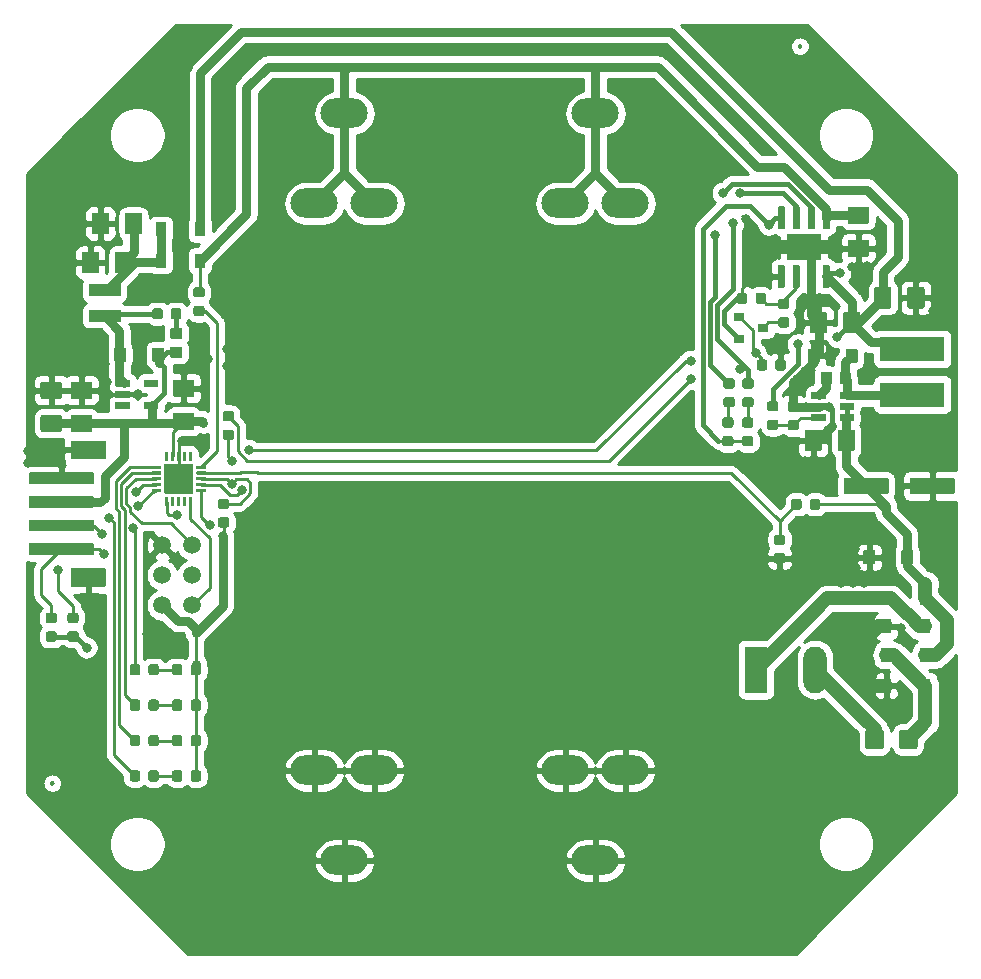
<source format=gtl>
G04 #@! TF.GenerationSoftware,KiCad,Pcbnew,(5.1.5)-3*
G04 #@! TF.CreationDate,2020-09-03T09:53:23+02:00*
G04 #@! TF.ProjectId,chargemod-hw,63686172-6765-46d6-9f64-2d68772e6b69,rev?*
G04 #@! TF.SameCoordinates,Original*
G04 #@! TF.FileFunction,Copper,L1,Top*
G04 #@! TF.FilePolarity,Positive*
%FSLAX46Y46*%
G04 Gerber Fmt 4.6, Leading zero omitted, Abs format (unit mm)*
G04 Created by KiCad (PCBNEW (5.1.5)-3) date 2020-09-03 09:53:23*
%MOMM*%
%LPD*%
G04 APERTURE LIST*
%ADD10C,0.100000*%
%ADD11R,0.900000X1.200000*%
%ADD12R,0.900000X0.800000*%
%ADD13R,2.700000X1.000000*%
%ADD14R,5.500000X2.150000*%
%ADD15O,4.000000X2.500000*%
%ADD16C,1.508000*%
%ADD17C,0.500000*%
%ADD18R,3.000000X2.290000*%
%ADD19O,1.980000X3.960000*%
%ADD20R,1.980000X3.960000*%
%ADD21C,0.800000*%
%ADD22C,0.800000*%
%ADD23C,0.400000*%
%ADD24C,0.250000*%
%ADD25C,1.200000*%
%ADD26C,0.254000*%
G04 APERTURE END LIST*
G04 #@! TA.AperFunction,SMDPad,CuDef*
D10*
G36*
X153119604Y-69600962D02*
G01*
X153139019Y-69603842D01*
X153158058Y-69608611D01*
X153176538Y-69615223D01*
X153194280Y-69623615D01*
X153211115Y-69633705D01*
X153226880Y-69645397D01*
X153241422Y-69658578D01*
X153254603Y-69673120D01*
X153266295Y-69688885D01*
X153276385Y-69705720D01*
X153284777Y-69723462D01*
X153291389Y-69741942D01*
X153296158Y-69760981D01*
X153299038Y-69780396D01*
X153300001Y-69799999D01*
X153300001Y-69800001D01*
X153299038Y-69819604D01*
X153296158Y-69839019D01*
X153291389Y-69858058D01*
X153284777Y-69876538D01*
X153276385Y-69894280D01*
X153266295Y-69911115D01*
X153254603Y-69926880D01*
X153241422Y-69941422D01*
X153226880Y-69954603D01*
X153211115Y-69966295D01*
X153194280Y-69976385D01*
X153176538Y-69984777D01*
X153158058Y-69991389D01*
X153139019Y-69996158D01*
X153119604Y-69999038D01*
X153100001Y-70000001D01*
X153099999Y-70000001D01*
X153080396Y-69999038D01*
X153060981Y-69996158D01*
X153041942Y-69991389D01*
X153023462Y-69984777D01*
X153005720Y-69976385D01*
X152988885Y-69966295D01*
X152973120Y-69954603D01*
X152958578Y-69941422D01*
X152945397Y-69926880D01*
X152933705Y-69911115D01*
X152923615Y-69894280D01*
X152915223Y-69876538D01*
X152908611Y-69858058D01*
X152903842Y-69839019D01*
X152900962Y-69819604D01*
X152899999Y-69800001D01*
X152899999Y-69799999D01*
X152900962Y-69780396D01*
X152903842Y-69760981D01*
X152908611Y-69741942D01*
X152915223Y-69723462D01*
X152923615Y-69705720D01*
X152933705Y-69688885D01*
X152945397Y-69673120D01*
X152958578Y-69658578D01*
X152973120Y-69645397D01*
X152988885Y-69633705D01*
X153005720Y-69623615D01*
X153023462Y-69615223D01*
X153041942Y-69608611D01*
X153060981Y-69603842D01*
X153080396Y-69600962D01*
X153099999Y-69599999D01*
X153100001Y-69599999D01*
X153119604Y-69600962D01*
G37*
G04 #@! TD.AperFunction*
G04 #@! TA.AperFunction,SMDPad,CuDef*
G36*
X89819604Y-132000962D02*
G01*
X89839019Y-132003842D01*
X89858058Y-132008611D01*
X89876538Y-132015223D01*
X89894280Y-132023615D01*
X89911115Y-132033705D01*
X89926880Y-132045397D01*
X89941422Y-132058578D01*
X89954603Y-132073120D01*
X89966295Y-132088885D01*
X89976385Y-132105720D01*
X89984777Y-132123462D01*
X89991389Y-132141942D01*
X89996158Y-132160981D01*
X89999038Y-132180396D01*
X90000001Y-132199999D01*
X90000001Y-132200001D01*
X89999038Y-132219604D01*
X89996158Y-132239019D01*
X89991389Y-132258058D01*
X89984777Y-132276538D01*
X89976385Y-132294280D01*
X89966295Y-132311115D01*
X89954603Y-132326880D01*
X89941422Y-132341422D01*
X89926880Y-132354603D01*
X89911115Y-132366295D01*
X89894280Y-132376385D01*
X89876538Y-132384777D01*
X89858058Y-132391389D01*
X89839019Y-132396158D01*
X89819604Y-132399038D01*
X89800001Y-132400001D01*
X89799999Y-132400001D01*
X89780396Y-132399038D01*
X89760981Y-132396158D01*
X89741942Y-132391389D01*
X89723462Y-132384777D01*
X89705720Y-132376385D01*
X89688885Y-132366295D01*
X89673120Y-132354603D01*
X89658578Y-132341422D01*
X89645397Y-132326880D01*
X89633705Y-132311115D01*
X89623615Y-132294280D01*
X89615223Y-132276538D01*
X89608611Y-132258058D01*
X89603842Y-132239019D01*
X89600962Y-132219604D01*
X89599999Y-132200001D01*
X89599999Y-132199999D01*
X89600962Y-132180396D01*
X89603842Y-132160981D01*
X89608611Y-132141942D01*
X89615223Y-132123462D01*
X89623615Y-132105720D01*
X89633705Y-132088885D01*
X89645397Y-132073120D01*
X89658578Y-132058578D01*
X89673120Y-132045397D01*
X89688885Y-132033705D01*
X89705720Y-132023615D01*
X89723462Y-132015223D01*
X89741942Y-132008611D01*
X89760981Y-132003842D01*
X89780396Y-132000962D01*
X89799999Y-131999999D01*
X89800001Y-131999999D01*
X89819604Y-132000962D01*
G37*
G04 #@! TD.AperFunction*
G04 #@! TA.AperFunction,SMDPad,CuDef*
G36*
X104977691Y-102253553D02*
G01*
X104998926Y-102256703D01*
X105019750Y-102261919D01*
X105039962Y-102269151D01*
X105059368Y-102278330D01*
X105077781Y-102289366D01*
X105095024Y-102302154D01*
X105110930Y-102316570D01*
X105125346Y-102332476D01*
X105138134Y-102349719D01*
X105149170Y-102368132D01*
X105158349Y-102387538D01*
X105165581Y-102407750D01*
X105170797Y-102428574D01*
X105173947Y-102449809D01*
X105175000Y-102471250D01*
X105175000Y-102908750D01*
X105173947Y-102930191D01*
X105170797Y-102951426D01*
X105165581Y-102972250D01*
X105158349Y-102992462D01*
X105149170Y-103011868D01*
X105138134Y-103030281D01*
X105125346Y-103047524D01*
X105110930Y-103063430D01*
X105095024Y-103077846D01*
X105077781Y-103090634D01*
X105059368Y-103101670D01*
X105039962Y-103110849D01*
X105019750Y-103118081D01*
X104998926Y-103123297D01*
X104977691Y-103126447D01*
X104956250Y-103127500D01*
X104443750Y-103127500D01*
X104422309Y-103126447D01*
X104401074Y-103123297D01*
X104380250Y-103118081D01*
X104360038Y-103110849D01*
X104340632Y-103101670D01*
X104322219Y-103090634D01*
X104304976Y-103077846D01*
X104289070Y-103063430D01*
X104274654Y-103047524D01*
X104261866Y-103030281D01*
X104250830Y-103011868D01*
X104241651Y-102992462D01*
X104234419Y-102972250D01*
X104229203Y-102951426D01*
X104226053Y-102930191D01*
X104225000Y-102908750D01*
X104225000Y-102471250D01*
X104226053Y-102449809D01*
X104229203Y-102428574D01*
X104234419Y-102407750D01*
X104241651Y-102387538D01*
X104250830Y-102368132D01*
X104261866Y-102349719D01*
X104274654Y-102332476D01*
X104289070Y-102316570D01*
X104304976Y-102302154D01*
X104322219Y-102289366D01*
X104340632Y-102278330D01*
X104360038Y-102269151D01*
X104380250Y-102261919D01*
X104401074Y-102256703D01*
X104422309Y-102253553D01*
X104443750Y-102252500D01*
X104956250Y-102252500D01*
X104977691Y-102253553D01*
G37*
G04 #@! TD.AperFunction*
G04 #@! TA.AperFunction,SMDPad,CuDef*
G36*
X104977691Y-100678553D02*
G01*
X104998926Y-100681703D01*
X105019750Y-100686919D01*
X105039962Y-100694151D01*
X105059368Y-100703330D01*
X105077781Y-100714366D01*
X105095024Y-100727154D01*
X105110930Y-100741570D01*
X105125346Y-100757476D01*
X105138134Y-100774719D01*
X105149170Y-100793132D01*
X105158349Y-100812538D01*
X105165581Y-100832750D01*
X105170797Y-100853574D01*
X105173947Y-100874809D01*
X105175000Y-100896250D01*
X105175000Y-101333750D01*
X105173947Y-101355191D01*
X105170797Y-101376426D01*
X105165581Y-101397250D01*
X105158349Y-101417462D01*
X105149170Y-101436868D01*
X105138134Y-101455281D01*
X105125346Y-101472524D01*
X105110930Y-101488430D01*
X105095024Y-101502846D01*
X105077781Y-101515634D01*
X105059368Y-101526670D01*
X105039962Y-101535849D01*
X105019750Y-101543081D01*
X104998926Y-101548297D01*
X104977691Y-101551447D01*
X104956250Y-101552500D01*
X104443750Y-101552500D01*
X104422309Y-101551447D01*
X104401074Y-101548297D01*
X104380250Y-101543081D01*
X104360038Y-101535849D01*
X104340632Y-101526670D01*
X104322219Y-101515634D01*
X104304976Y-101502846D01*
X104289070Y-101488430D01*
X104274654Y-101472524D01*
X104261866Y-101455281D01*
X104250830Y-101436868D01*
X104241651Y-101417462D01*
X104234419Y-101397250D01*
X104229203Y-101376426D01*
X104226053Y-101355191D01*
X104225000Y-101333750D01*
X104225000Y-100896250D01*
X104226053Y-100874809D01*
X104229203Y-100853574D01*
X104234419Y-100832750D01*
X104241651Y-100812538D01*
X104250830Y-100793132D01*
X104261866Y-100774719D01*
X104274654Y-100757476D01*
X104289070Y-100741570D01*
X104304976Y-100727154D01*
X104322219Y-100714366D01*
X104340632Y-100703330D01*
X104360038Y-100694151D01*
X104380250Y-100686919D01*
X104401074Y-100681703D01*
X104422309Y-100678553D01*
X104443750Y-100677500D01*
X104956250Y-100677500D01*
X104977691Y-100678553D01*
G37*
G04 #@! TD.AperFunction*
G04 #@! TA.AperFunction,SMDPad,CuDef*
G36*
X104577691Y-108098553D02*
G01*
X104598926Y-108101703D01*
X104619750Y-108106919D01*
X104639962Y-108114151D01*
X104659368Y-108123330D01*
X104677781Y-108134366D01*
X104695024Y-108147154D01*
X104710930Y-108161570D01*
X104725346Y-108177476D01*
X104738134Y-108194719D01*
X104749170Y-108213132D01*
X104758349Y-108232538D01*
X104765581Y-108252750D01*
X104770797Y-108273574D01*
X104773947Y-108294809D01*
X104775000Y-108316250D01*
X104775000Y-108753750D01*
X104773947Y-108775191D01*
X104770797Y-108796426D01*
X104765581Y-108817250D01*
X104758349Y-108837462D01*
X104749170Y-108856868D01*
X104738134Y-108875281D01*
X104725346Y-108892524D01*
X104710930Y-108908430D01*
X104695024Y-108922846D01*
X104677781Y-108935634D01*
X104659368Y-108946670D01*
X104639962Y-108955849D01*
X104619750Y-108963081D01*
X104598926Y-108968297D01*
X104577691Y-108971447D01*
X104556250Y-108972500D01*
X104043750Y-108972500D01*
X104022309Y-108971447D01*
X104001074Y-108968297D01*
X103980250Y-108963081D01*
X103960038Y-108955849D01*
X103940632Y-108946670D01*
X103922219Y-108935634D01*
X103904976Y-108922846D01*
X103889070Y-108908430D01*
X103874654Y-108892524D01*
X103861866Y-108875281D01*
X103850830Y-108856868D01*
X103841651Y-108837462D01*
X103834419Y-108817250D01*
X103829203Y-108796426D01*
X103826053Y-108775191D01*
X103825000Y-108753750D01*
X103825000Y-108316250D01*
X103826053Y-108294809D01*
X103829203Y-108273574D01*
X103834419Y-108252750D01*
X103841651Y-108232538D01*
X103850830Y-108213132D01*
X103861866Y-108194719D01*
X103874654Y-108177476D01*
X103889070Y-108161570D01*
X103904976Y-108147154D01*
X103922219Y-108134366D01*
X103940632Y-108123330D01*
X103960038Y-108114151D01*
X103980250Y-108106919D01*
X104001074Y-108101703D01*
X104022309Y-108098553D01*
X104043750Y-108097500D01*
X104556250Y-108097500D01*
X104577691Y-108098553D01*
G37*
G04 #@! TD.AperFunction*
G04 #@! TA.AperFunction,SMDPad,CuDef*
G36*
X104577691Y-109673553D02*
G01*
X104598926Y-109676703D01*
X104619750Y-109681919D01*
X104639962Y-109689151D01*
X104659368Y-109698330D01*
X104677781Y-109709366D01*
X104695024Y-109722154D01*
X104710930Y-109736570D01*
X104725346Y-109752476D01*
X104738134Y-109769719D01*
X104749170Y-109788132D01*
X104758349Y-109807538D01*
X104765581Y-109827750D01*
X104770797Y-109848574D01*
X104773947Y-109869809D01*
X104775000Y-109891250D01*
X104775000Y-110328750D01*
X104773947Y-110350191D01*
X104770797Y-110371426D01*
X104765581Y-110392250D01*
X104758349Y-110412462D01*
X104749170Y-110431868D01*
X104738134Y-110450281D01*
X104725346Y-110467524D01*
X104710930Y-110483430D01*
X104695024Y-110497846D01*
X104677781Y-110510634D01*
X104659368Y-110521670D01*
X104639962Y-110530849D01*
X104619750Y-110538081D01*
X104598926Y-110543297D01*
X104577691Y-110546447D01*
X104556250Y-110547500D01*
X104043750Y-110547500D01*
X104022309Y-110546447D01*
X104001074Y-110543297D01*
X103980250Y-110538081D01*
X103960038Y-110530849D01*
X103940632Y-110521670D01*
X103922219Y-110510634D01*
X103904976Y-110497846D01*
X103889070Y-110483430D01*
X103874654Y-110467524D01*
X103861866Y-110450281D01*
X103850830Y-110431868D01*
X103841651Y-110412462D01*
X103834419Y-110392250D01*
X103829203Y-110371426D01*
X103826053Y-110350191D01*
X103825000Y-110328750D01*
X103825000Y-109891250D01*
X103826053Y-109869809D01*
X103829203Y-109848574D01*
X103834419Y-109827750D01*
X103841651Y-109807538D01*
X103850830Y-109788132D01*
X103861866Y-109769719D01*
X103874654Y-109752476D01*
X103889070Y-109736570D01*
X103904976Y-109722154D01*
X103922219Y-109709366D01*
X103940632Y-109698330D01*
X103960038Y-109689151D01*
X103980250Y-109681919D01*
X104001074Y-109676703D01*
X104022309Y-109673553D01*
X104043750Y-109672500D01*
X104556250Y-109672500D01*
X104577691Y-109673553D01*
G37*
G04 #@! TD.AperFunction*
D11*
X160390000Y-121340000D03*
X163690000Y-121340000D03*
X160370000Y-116540000D03*
X163670000Y-116540000D03*
X160420000Y-123930000D03*
X163720000Y-123930000D03*
X160380000Y-118920000D03*
X163680000Y-118920000D03*
G04 #@! TA.AperFunction,SMDPad,CuDef*
D10*
G36*
X151690191Y-96301053D02*
G01*
X151711426Y-96304203D01*
X151732250Y-96309419D01*
X151752462Y-96316651D01*
X151771868Y-96325830D01*
X151790281Y-96336866D01*
X151807524Y-96349654D01*
X151823430Y-96364070D01*
X151837846Y-96379976D01*
X151850634Y-96397219D01*
X151861670Y-96415632D01*
X151870849Y-96435038D01*
X151878081Y-96455250D01*
X151883297Y-96476074D01*
X151886447Y-96497309D01*
X151887500Y-96518750D01*
X151887500Y-97031250D01*
X151886447Y-97052691D01*
X151883297Y-97073926D01*
X151878081Y-97094750D01*
X151870849Y-97114962D01*
X151861670Y-97134368D01*
X151850634Y-97152781D01*
X151837846Y-97170024D01*
X151823430Y-97185930D01*
X151807524Y-97200346D01*
X151790281Y-97213134D01*
X151771868Y-97224170D01*
X151752462Y-97233349D01*
X151732250Y-97240581D01*
X151711426Y-97245797D01*
X151690191Y-97248947D01*
X151668750Y-97250000D01*
X151231250Y-97250000D01*
X151209809Y-97248947D01*
X151188574Y-97245797D01*
X151167750Y-97240581D01*
X151147538Y-97233349D01*
X151128132Y-97224170D01*
X151109719Y-97213134D01*
X151092476Y-97200346D01*
X151076570Y-97185930D01*
X151062154Y-97170024D01*
X151049366Y-97152781D01*
X151038330Y-97134368D01*
X151029151Y-97114962D01*
X151021919Y-97094750D01*
X151016703Y-97073926D01*
X151013553Y-97052691D01*
X151012500Y-97031250D01*
X151012500Y-96518750D01*
X151013553Y-96497309D01*
X151016703Y-96476074D01*
X151021919Y-96455250D01*
X151029151Y-96435038D01*
X151038330Y-96415632D01*
X151049366Y-96397219D01*
X151062154Y-96379976D01*
X151076570Y-96364070D01*
X151092476Y-96349654D01*
X151109719Y-96336866D01*
X151128132Y-96325830D01*
X151147538Y-96316651D01*
X151167750Y-96309419D01*
X151188574Y-96304203D01*
X151209809Y-96301053D01*
X151231250Y-96300000D01*
X151668750Y-96300000D01*
X151690191Y-96301053D01*
G37*
G04 #@! TD.AperFunction*
G04 #@! TA.AperFunction,SMDPad,CuDef*
G36*
X150115191Y-96301053D02*
G01*
X150136426Y-96304203D01*
X150157250Y-96309419D01*
X150177462Y-96316651D01*
X150196868Y-96325830D01*
X150215281Y-96336866D01*
X150232524Y-96349654D01*
X150248430Y-96364070D01*
X150262846Y-96379976D01*
X150275634Y-96397219D01*
X150286670Y-96415632D01*
X150295849Y-96435038D01*
X150303081Y-96455250D01*
X150308297Y-96476074D01*
X150311447Y-96497309D01*
X150312500Y-96518750D01*
X150312500Y-97031250D01*
X150311447Y-97052691D01*
X150308297Y-97073926D01*
X150303081Y-97094750D01*
X150295849Y-97114962D01*
X150286670Y-97134368D01*
X150275634Y-97152781D01*
X150262846Y-97170024D01*
X150248430Y-97185930D01*
X150232524Y-97200346D01*
X150215281Y-97213134D01*
X150196868Y-97224170D01*
X150177462Y-97233349D01*
X150157250Y-97240581D01*
X150136426Y-97245797D01*
X150115191Y-97248947D01*
X150093750Y-97250000D01*
X149656250Y-97250000D01*
X149634809Y-97248947D01*
X149613574Y-97245797D01*
X149592750Y-97240581D01*
X149572538Y-97233349D01*
X149553132Y-97224170D01*
X149534719Y-97213134D01*
X149517476Y-97200346D01*
X149501570Y-97185930D01*
X149487154Y-97170024D01*
X149474366Y-97152781D01*
X149463330Y-97134368D01*
X149454151Y-97114962D01*
X149446919Y-97094750D01*
X149441703Y-97073926D01*
X149438553Y-97052691D01*
X149437500Y-97031250D01*
X149437500Y-96518750D01*
X149438553Y-96497309D01*
X149441703Y-96476074D01*
X149446919Y-96455250D01*
X149454151Y-96435038D01*
X149463330Y-96415632D01*
X149474366Y-96397219D01*
X149487154Y-96379976D01*
X149501570Y-96364070D01*
X149517476Y-96349654D01*
X149534719Y-96336866D01*
X149553132Y-96325830D01*
X149572538Y-96316651D01*
X149592750Y-96309419D01*
X149613574Y-96304203D01*
X149634809Y-96301053D01*
X149656250Y-96300000D01*
X150093750Y-96300000D01*
X150115191Y-96301053D01*
G37*
G04 #@! TD.AperFunction*
G04 #@! TA.AperFunction,SMDPad,CuDef*
G36*
X150015191Y-90651053D02*
G01*
X150036426Y-90654203D01*
X150057250Y-90659419D01*
X150077462Y-90666651D01*
X150096868Y-90675830D01*
X150115281Y-90686866D01*
X150132524Y-90699654D01*
X150148430Y-90714070D01*
X150162846Y-90729976D01*
X150175634Y-90747219D01*
X150186670Y-90765632D01*
X150195849Y-90785038D01*
X150203081Y-90805250D01*
X150208297Y-90826074D01*
X150211447Y-90847309D01*
X150212500Y-90868750D01*
X150212500Y-91381250D01*
X150211447Y-91402691D01*
X150208297Y-91423926D01*
X150203081Y-91444750D01*
X150195849Y-91464962D01*
X150186670Y-91484368D01*
X150175634Y-91502781D01*
X150162846Y-91520024D01*
X150148430Y-91535930D01*
X150132524Y-91550346D01*
X150115281Y-91563134D01*
X150096868Y-91574170D01*
X150077462Y-91583349D01*
X150057250Y-91590581D01*
X150036426Y-91595797D01*
X150015191Y-91598947D01*
X149993750Y-91600000D01*
X149556250Y-91600000D01*
X149534809Y-91598947D01*
X149513574Y-91595797D01*
X149492750Y-91590581D01*
X149472538Y-91583349D01*
X149453132Y-91574170D01*
X149434719Y-91563134D01*
X149417476Y-91550346D01*
X149401570Y-91535930D01*
X149387154Y-91520024D01*
X149374366Y-91502781D01*
X149363330Y-91484368D01*
X149354151Y-91464962D01*
X149346919Y-91444750D01*
X149341703Y-91423926D01*
X149338553Y-91402691D01*
X149337500Y-91381250D01*
X149337500Y-90868750D01*
X149338553Y-90847309D01*
X149341703Y-90826074D01*
X149346919Y-90805250D01*
X149354151Y-90785038D01*
X149363330Y-90765632D01*
X149374366Y-90747219D01*
X149387154Y-90729976D01*
X149401570Y-90714070D01*
X149417476Y-90699654D01*
X149434719Y-90686866D01*
X149453132Y-90675830D01*
X149472538Y-90666651D01*
X149492750Y-90659419D01*
X149513574Y-90654203D01*
X149534809Y-90651053D01*
X149556250Y-90650000D01*
X149993750Y-90650000D01*
X150015191Y-90651053D01*
G37*
G04 #@! TD.AperFunction*
G04 #@! TA.AperFunction,SMDPad,CuDef*
G36*
X148440191Y-90651053D02*
G01*
X148461426Y-90654203D01*
X148482250Y-90659419D01*
X148502462Y-90666651D01*
X148521868Y-90675830D01*
X148540281Y-90686866D01*
X148557524Y-90699654D01*
X148573430Y-90714070D01*
X148587846Y-90729976D01*
X148600634Y-90747219D01*
X148611670Y-90765632D01*
X148620849Y-90785038D01*
X148628081Y-90805250D01*
X148633297Y-90826074D01*
X148636447Y-90847309D01*
X148637500Y-90868750D01*
X148637500Y-91381250D01*
X148636447Y-91402691D01*
X148633297Y-91423926D01*
X148628081Y-91444750D01*
X148620849Y-91464962D01*
X148611670Y-91484368D01*
X148600634Y-91502781D01*
X148587846Y-91520024D01*
X148573430Y-91535930D01*
X148557524Y-91550346D01*
X148540281Y-91563134D01*
X148521868Y-91574170D01*
X148502462Y-91583349D01*
X148482250Y-91590581D01*
X148461426Y-91595797D01*
X148440191Y-91598947D01*
X148418750Y-91600000D01*
X147981250Y-91600000D01*
X147959809Y-91598947D01*
X147938574Y-91595797D01*
X147917750Y-91590581D01*
X147897538Y-91583349D01*
X147878132Y-91574170D01*
X147859719Y-91563134D01*
X147842476Y-91550346D01*
X147826570Y-91535930D01*
X147812154Y-91520024D01*
X147799366Y-91502781D01*
X147788330Y-91484368D01*
X147779151Y-91464962D01*
X147771919Y-91444750D01*
X147766703Y-91423926D01*
X147763553Y-91402691D01*
X147762500Y-91381250D01*
X147762500Y-90868750D01*
X147763553Y-90847309D01*
X147766703Y-90826074D01*
X147771919Y-90805250D01*
X147779151Y-90785038D01*
X147788330Y-90765632D01*
X147799366Y-90747219D01*
X147812154Y-90729976D01*
X147826570Y-90714070D01*
X147842476Y-90699654D01*
X147859719Y-90686866D01*
X147878132Y-90675830D01*
X147897538Y-90666651D01*
X147917750Y-90659419D01*
X147938574Y-90654203D01*
X147959809Y-90651053D01*
X147981250Y-90650000D01*
X148418750Y-90650000D01*
X148440191Y-90651053D01*
G37*
G04 #@! TD.AperFunction*
D12*
X149975000Y-93625000D03*
X147975000Y-94575000D03*
X147975000Y-92675000D03*
G04 #@! TA.AperFunction,SMDPad,CuDef*
D10*
G36*
X159989504Y-127666204D02*
G01*
X160013773Y-127669804D01*
X160037571Y-127675765D01*
X160060671Y-127684030D01*
X160082849Y-127694520D01*
X160103893Y-127707133D01*
X160123598Y-127721747D01*
X160141777Y-127738223D01*
X160158253Y-127756402D01*
X160172867Y-127776107D01*
X160185480Y-127797151D01*
X160195970Y-127819329D01*
X160204235Y-127842429D01*
X160210196Y-127866227D01*
X160213796Y-127890496D01*
X160215000Y-127915000D01*
X160215000Y-129065000D01*
X160213796Y-129089504D01*
X160210196Y-129113773D01*
X160204235Y-129137571D01*
X160195970Y-129160671D01*
X160185480Y-129182849D01*
X160172867Y-129203893D01*
X160158253Y-129223598D01*
X160141777Y-129241777D01*
X160123598Y-129258253D01*
X160103893Y-129272867D01*
X160082849Y-129285480D01*
X160060671Y-129295970D01*
X160037571Y-129304235D01*
X160013773Y-129310196D01*
X159989504Y-129313796D01*
X159965000Y-129315000D01*
X158865000Y-129315000D01*
X158840496Y-129313796D01*
X158816227Y-129310196D01*
X158792429Y-129304235D01*
X158769329Y-129295970D01*
X158747151Y-129285480D01*
X158726107Y-129272867D01*
X158706402Y-129258253D01*
X158688223Y-129241777D01*
X158671747Y-129223598D01*
X158657133Y-129203893D01*
X158644520Y-129182849D01*
X158634030Y-129160671D01*
X158625765Y-129137571D01*
X158619804Y-129113773D01*
X158616204Y-129089504D01*
X158615000Y-129065000D01*
X158615000Y-127915000D01*
X158616204Y-127890496D01*
X158619804Y-127866227D01*
X158625765Y-127842429D01*
X158634030Y-127819329D01*
X158644520Y-127797151D01*
X158657133Y-127776107D01*
X158671747Y-127756402D01*
X158688223Y-127738223D01*
X158706402Y-127721747D01*
X158726107Y-127707133D01*
X158747151Y-127694520D01*
X158769329Y-127684030D01*
X158792429Y-127675765D01*
X158816227Y-127669804D01*
X158840496Y-127666204D01*
X158865000Y-127665000D01*
X159965000Y-127665000D01*
X159989504Y-127666204D01*
G37*
G04 #@! TD.AperFunction*
G04 #@! TA.AperFunction,SMDPad,CuDef*
G36*
X162839504Y-127666204D02*
G01*
X162863773Y-127669804D01*
X162887571Y-127675765D01*
X162910671Y-127684030D01*
X162932849Y-127694520D01*
X162953893Y-127707133D01*
X162973598Y-127721747D01*
X162991777Y-127738223D01*
X163008253Y-127756402D01*
X163022867Y-127776107D01*
X163035480Y-127797151D01*
X163045970Y-127819329D01*
X163054235Y-127842429D01*
X163060196Y-127866227D01*
X163063796Y-127890496D01*
X163065000Y-127915000D01*
X163065000Y-129065000D01*
X163063796Y-129089504D01*
X163060196Y-129113773D01*
X163054235Y-129137571D01*
X163045970Y-129160671D01*
X163035480Y-129182849D01*
X163022867Y-129203893D01*
X163008253Y-129223598D01*
X162991777Y-129241777D01*
X162973598Y-129258253D01*
X162953893Y-129272867D01*
X162932849Y-129285480D01*
X162910671Y-129295970D01*
X162887571Y-129304235D01*
X162863773Y-129310196D01*
X162839504Y-129313796D01*
X162815000Y-129315000D01*
X161715000Y-129315000D01*
X161690496Y-129313796D01*
X161666227Y-129310196D01*
X161642429Y-129304235D01*
X161619329Y-129295970D01*
X161597151Y-129285480D01*
X161576107Y-129272867D01*
X161556402Y-129258253D01*
X161538223Y-129241777D01*
X161521747Y-129223598D01*
X161507133Y-129203893D01*
X161494520Y-129182849D01*
X161484030Y-129160671D01*
X161475765Y-129137571D01*
X161469804Y-129113773D01*
X161466204Y-129089504D01*
X161465000Y-129065000D01*
X161465000Y-127915000D01*
X161466204Y-127890496D01*
X161469804Y-127866227D01*
X161475765Y-127842429D01*
X161484030Y-127819329D01*
X161494520Y-127797151D01*
X161507133Y-127776107D01*
X161521747Y-127756402D01*
X161538223Y-127738223D01*
X161556402Y-127721747D01*
X161576107Y-127707133D01*
X161597151Y-127694520D01*
X161619329Y-127684030D01*
X161642429Y-127675765D01*
X161666227Y-127669804D01*
X161690496Y-127666204D01*
X161715000Y-127665000D01*
X162815000Y-127665000D01*
X162839504Y-127666204D01*
G37*
G04 #@! TD.AperFunction*
G04 #@! TA.AperFunction,SMDPad,CuDef*
G36*
X91827691Y-117751053D02*
G01*
X91848926Y-117754203D01*
X91869750Y-117759419D01*
X91889962Y-117766651D01*
X91909368Y-117775830D01*
X91927781Y-117786866D01*
X91945024Y-117799654D01*
X91960930Y-117814070D01*
X91975346Y-117829976D01*
X91988134Y-117847219D01*
X91999170Y-117865632D01*
X92008349Y-117885038D01*
X92015581Y-117905250D01*
X92020797Y-117926074D01*
X92023947Y-117947309D01*
X92025000Y-117968750D01*
X92025000Y-118406250D01*
X92023947Y-118427691D01*
X92020797Y-118448926D01*
X92015581Y-118469750D01*
X92008349Y-118489962D01*
X91999170Y-118509368D01*
X91988134Y-118527781D01*
X91975346Y-118545024D01*
X91960930Y-118560930D01*
X91945024Y-118575346D01*
X91927781Y-118588134D01*
X91909368Y-118599170D01*
X91889962Y-118608349D01*
X91869750Y-118615581D01*
X91848926Y-118620797D01*
X91827691Y-118623947D01*
X91806250Y-118625000D01*
X91293750Y-118625000D01*
X91272309Y-118623947D01*
X91251074Y-118620797D01*
X91230250Y-118615581D01*
X91210038Y-118608349D01*
X91190632Y-118599170D01*
X91172219Y-118588134D01*
X91154976Y-118575346D01*
X91139070Y-118560930D01*
X91124654Y-118545024D01*
X91111866Y-118527781D01*
X91100830Y-118509368D01*
X91091651Y-118489962D01*
X91084419Y-118469750D01*
X91079203Y-118448926D01*
X91076053Y-118427691D01*
X91075000Y-118406250D01*
X91075000Y-117968750D01*
X91076053Y-117947309D01*
X91079203Y-117926074D01*
X91084419Y-117905250D01*
X91091651Y-117885038D01*
X91100830Y-117865632D01*
X91111866Y-117847219D01*
X91124654Y-117829976D01*
X91139070Y-117814070D01*
X91154976Y-117799654D01*
X91172219Y-117786866D01*
X91190632Y-117775830D01*
X91210038Y-117766651D01*
X91230250Y-117759419D01*
X91251074Y-117754203D01*
X91272309Y-117751053D01*
X91293750Y-117750000D01*
X91806250Y-117750000D01*
X91827691Y-117751053D01*
G37*
G04 #@! TD.AperFunction*
G04 #@! TA.AperFunction,SMDPad,CuDef*
G36*
X91827691Y-119326053D02*
G01*
X91848926Y-119329203D01*
X91869750Y-119334419D01*
X91889962Y-119341651D01*
X91909368Y-119350830D01*
X91927781Y-119361866D01*
X91945024Y-119374654D01*
X91960930Y-119389070D01*
X91975346Y-119404976D01*
X91988134Y-119422219D01*
X91999170Y-119440632D01*
X92008349Y-119460038D01*
X92015581Y-119480250D01*
X92020797Y-119501074D01*
X92023947Y-119522309D01*
X92025000Y-119543750D01*
X92025000Y-119981250D01*
X92023947Y-120002691D01*
X92020797Y-120023926D01*
X92015581Y-120044750D01*
X92008349Y-120064962D01*
X91999170Y-120084368D01*
X91988134Y-120102781D01*
X91975346Y-120120024D01*
X91960930Y-120135930D01*
X91945024Y-120150346D01*
X91927781Y-120163134D01*
X91909368Y-120174170D01*
X91889962Y-120183349D01*
X91869750Y-120190581D01*
X91848926Y-120195797D01*
X91827691Y-120198947D01*
X91806250Y-120200000D01*
X91293750Y-120200000D01*
X91272309Y-120198947D01*
X91251074Y-120195797D01*
X91230250Y-120190581D01*
X91210038Y-120183349D01*
X91190632Y-120174170D01*
X91172219Y-120163134D01*
X91154976Y-120150346D01*
X91139070Y-120135930D01*
X91124654Y-120120024D01*
X91111866Y-120102781D01*
X91100830Y-120084368D01*
X91091651Y-120064962D01*
X91084419Y-120044750D01*
X91079203Y-120023926D01*
X91076053Y-120002691D01*
X91075000Y-119981250D01*
X91075000Y-119543750D01*
X91076053Y-119522309D01*
X91079203Y-119501074D01*
X91084419Y-119480250D01*
X91091651Y-119460038D01*
X91100830Y-119440632D01*
X91111866Y-119422219D01*
X91124654Y-119404976D01*
X91139070Y-119389070D01*
X91154976Y-119374654D01*
X91172219Y-119361866D01*
X91190632Y-119350830D01*
X91210038Y-119341651D01*
X91230250Y-119334419D01*
X91251074Y-119329203D01*
X91272309Y-119326053D01*
X91293750Y-119325000D01*
X91806250Y-119325000D01*
X91827691Y-119326053D01*
G37*
G04 #@! TD.AperFunction*
G04 #@! TA.AperFunction,SMDPad,CuDef*
G36*
X89977691Y-117763553D02*
G01*
X89998926Y-117766703D01*
X90019750Y-117771919D01*
X90039962Y-117779151D01*
X90059368Y-117788330D01*
X90077781Y-117799366D01*
X90095024Y-117812154D01*
X90110930Y-117826570D01*
X90125346Y-117842476D01*
X90138134Y-117859719D01*
X90149170Y-117878132D01*
X90158349Y-117897538D01*
X90165581Y-117917750D01*
X90170797Y-117938574D01*
X90173947Y-117959809D01*
X90175000Y-117981250D01*
X90175000Y-118418750D01*
X90173947Y-118440191D01*
X90170797Y-118461426D01*
X90165581Y-118482250D01*
X90158349Y-118502462D01*
X90149170Y-118521868D01*
X90138134Y-118540281D01*
X90125346Y-118557524D01*
X90110930Y-118573430D01*
X90095024Y-118587846D01*
X90077781Y-118600634D01*
X90059368Y-118611670D01*
X90039962Y-118620849D01*
X90019750Y-118628081D01*
X89998926Y-118633297D01*
X89977691Y-118636447D01*
X89956250Y-118637500D01*
X89443750Y-118637500D01*
X89422309Y-118636447D01*
X89401074Y-118633297D01*
X89380250Y-118628081D01*
X89360038Y-118620849D01*
X89340632Y-118611670D01*
X89322219Y-118600634D01*
X89304976Y-118587846D01*
X89289070Y-118573430D01*
X89274654Y-118557524D01*
X89261866Y-118540281D01*
X89250830Y-118521868D01*
X89241651Y-118502462D01*
X89234419Y-118482250D01*
X89229203Y-118461426D01*
X89226053Y-118440191D01*
X89225000Y-118418750D01*
X89225000Y-117981250D01*
X89226053Y-117959809D01*
X89229203Y-117938574D01*
X89234419Y-117917750D01*
X89241651Y-117897538D01*
X89250830Y-117878132D01*
X89261866Y-117859719D01*
X89274654Y-117842476D01*
X89289070Y-117826570D01*
X89304976Y-117812154D01*
X89322219Y-117799366D01*
X89340632Y-117788330D01*
X89360038Y-117779151D01*
X89380250Y-117771919D01*
X89401074Y-117766703D01*
X89422309Y-117763553D01*
X89443750Y-117762500D01*
X89956250Y-117762500D01*
X89977691Y-117763553D01*
G37*
G04 #@! TD.AperFunction*
G04 #@! TA.AperFunction,SMDPad,CuDef*
G36*
X89977691Y-119338553D02*
G01*
X89998926Y-119341703D01*
X90019750Y-119346919D01*
X90039962Y-119354151D01*
X90059368Y-119363330D01*
X90077781Y-119374366D01*
X90095024Y-119387154D01*
X90110930Y-119401570D01*
X90125346Y-119417476D01*
X90138134Y-119434719D01*
X90149170Y-119453132D01*
X90158349Y-119472538D01*
X90165581Y-119492750D01*
X90170797Y-119513574D01*
X90173947Y-119534809D01*
X90175000Y-119556250D01*
X90175000Y-119993750D01*
X90173947Y-120015191D01*
X90170797Y-120036426D01*
X90165581Y-120057250D01*
X90158349Y-120077462D01*
X90149170Y-120096868D01*
X90138134Y-120115281D01*
X90125346Y-120132524D01*
X90110930Y-120148430D01*
X90095024Y-120162846D01*
X90077781Y-120175634D01*
X90059368Y-120186670D01*
X90039962Y-120195849D01*
X90019750Y-120203081D01*
X89998926Y-120208297D01*
X89977691Y-120211447D01*
X89956250Y-120212500D01*
X89443750Y-120212500D01*
X89422309Y-120211447D01*
X89401074Y-120208297D01*
X89380250Y-120203081D01*
X89360038Y-120195849D01*
X89340632Y-120186670D01*
X89322219Y-120175634D01*
X89304976Y-120162846D01*
X89289070Y-120148430D01*
X89274654Y-120132524D01*
X89261866Y-120115281D01*
X89250830Y-120096868D01*
X89241651Y-120077462D01*
X89234419Y-120057250D01*
X89229203Y-120036426D01*
X89226053Y-120015191D01*
X89225000Y-119993750D01*
X89225000Y-119556250D01*
X89226053Y-119534809D01*
X89229203Y-119513574D01*
X89234419Y-119492750D01*
X89241651Y-119472538D01*
X89250830Y-119453132D01*
X89261866Y-119434719D01*
X89274654Y-119417476D01*
X89289070Y-119401570D01*
X89304976Y-119387154D01*
X89322219Y-119374366D01*
X89340632Y-119363330D01*
X89360038Y-119354151D01*
X89380250Y-119346919D01*
X89401074Y-119341703D01*
X89422309Y-119338553D01*
X89443750Y-119337500D01*
X89956250Y-119337500D01*
X89977691Y-119338553D01*
G37*
G04 #@! TD.AperFunction*
D13*
X94225000Y-90425000D03*
X94225000Y-92625000D03*
D14*
X162625000Y-95420000D03*
X162625000Y-99280000D03*
G04 #@! TA.AperFunction,SMDPad,CuDef*
D10*
G36*
X100515191Y-91976053D02*
G01*
X100536426Y-91979203D01*
X100557250Y-91984419D01*
X100577462Y-91991651D01*
X100596868Y-92000830D01*
X100615281Y-92011866D01*
X100632524Y-92024654D01*
X100648430Y-92039070D01*
X100662846Y-92054976D01*
X100675634Y-92072219D01*
X100686670Y-92090632D01*
X100695849Y-92110038D01*
X100703081Y-92130250D01*
X100708297Y-92151074D01*
X100711447Y-92172309D01*
X100712500Y-92193750D01*
X100712500Y-92706250D01*
X100711447Y-92727691D01*
X100708297Y-92748926D01*
X100703081Y-92769750D01*
X100695849Y-92789962D01*
X100686670Y-92809368D01*
X100675634Y-92827781D01*
X100662846Y-92845024D01*
X100648430Y-92860930D01*
X100632524Y-92875346D01*
X100615281Y-92888134D01*
X100596868Y-92899170D01*
X100577462Y-92908349D01*
X100557250Y-92915581D01*
X100536426Y-92920797D01*
X100515191Y-92923947D01*
X100493750Y-92925000D01*
X100056250Y-92925000D01*
X100034809Y-92923947D01*
X100013574Y-92920797D01*
X99992750Y-92915581D01*
X99972538Y-92908349D01*
X99953132Y-92899170D01*
X99934719Y-92888134D01*
X99917476Y-92875346D01*
X99901570Y-92860930D01*
X99887154Y-92845024D01*
X99874366Y-92827781D01*
X99863330Y-92809368D01*
X99854151Y-92789962D01*
X99846919Y-92769750D01*
X99841703Y-92748926D01*
X99838553Y-92727691D01*
X99837500Y-92706250D01*
X99837500Y-92193750D01*
X99838553Y-92172309D01*
X99841703Y-92151074D01*
X99846919Y-92130250D01*
X99854151Y-92110038D01*
X99863330Y-92090632D01*
X99874366Y-92072219D01*
X99887154Y-92054976D01*
X99901570Y-92039070D01*
X99917476Y-92024654D01*
X99934719Y-92011866D01*
X99953132Y-92000830D01*
X99972538Y-91991651D01*
X99992750Y-91984419D01*
X100013574Y-91979203D01*
X100034809Y-91976053D01*
X100056250Y-91975000D01*
X100493750Y-91975000D01*
X100515191Y-91976053D01*
G37*
G04 #@! TD.AperFunction*
G04 #@! TA.AperFunction,SMDPad,CuDef*
G36*
X98940191Y-91976053D02*
G01*
X98961426Y-91979203D01*
X98982250Y-91984419D01*
X99002462Y-91991651D01*
X99021868Y-92000830D01*
X99040281Y-92011866D01*
X99057524Y-92024654D01*
X99073430Y-92039070D01*
X99087846Y-92054976D01*
X99100634Y-92072219D01*
X99111670Y-92090632D01*
X99120849Y-92110038D01*
X99128081Y-92130250D01*
X99133297Y-92151074D01*
X99136447Y-92172309D01*
X99137500Y-92193750D01*
X99137500Y-92706250D01*
X99136447Y-92727691D01*
X99133297Y-92748926D01*
X99128081Y-92769750D01*
X99120849Y-92789962D01*
X99111670Y-92809368D01*
X99100634Y-92827781D01*
X99087846Y-92845024D01*
X99073430Y-92860930D01*
X99057524Y-92875346D01*
X99040281Y-92888134D01*
X99021868Y-92899170D01*
X99002462Y-92908349D01*
X98982250Y-92915581D01*
X98961426Y-92920797D01*
X98940191Y-92923947D01*
X98918750Y-92925000D01*
X98481250Y-92925000D01*
X98459809Y-92923947D01*
X98438574Y-92920797D01*
X98417750Y-92915581D01*
X98397538Y-92908349D01*
X98378132Y-92899170D01*
X98359719Y-92888134D01*
X98342476Y-92875346D01*
X98326570Y-92860930D01*
X98312154Y-92845024D01*
X98299366Y-92827781D01*
X98288330Y-92809368D01*
X98279151Y-92789962D01*
X98271919Y-92769750D01*
X98266703Y-92748926D01*
X98263553Y-92727691D01*
X98262500Y-92706250D01*
X98262500Y-92193750D01*
X98263553Y-92172309D01*
X98266703Y-92151074D01*
X98271919Y-92130250D01*
X98279151Y-92110038D01*
X98288330Y-92090632D01*
X98299366Y-92072219D01*
X98312154Y-92054976D01*
X98326570Y-92039070D01*
X98342476Y-92024654D01*
X98359719Y-92011866D01*
X98378132Y-92000830D01*
X98397538Y-91991651D01*
X98417750Y-91984419D01*
X98438574Y-91979203D01*
X98459809Y-91976053D01*
X98481250Y-91975000D01*
X98918750Y-91975000D01*
X98940191Y-91976053D01*
G37*
G04 #@! TD.AperFunction*
G04 #@! TA.AperFunction,SMDPad,CuDef*
G36*
X100714312Y-93625457D02*
G01*
X100723534Y-93626825D01*
X100732577Y-93629091D01*
X100741355Y-93632231D01*
X100749783Y-93636217D01*
X100757779Y-93641010D01*
X100765267Y-93646564D01*
X100772175Y-93652825D01*
X100778436Y-93659733D01*
X100783990Y-93667221D01*
X100788783Y-93675217D01*
X100792769Y-93683645D01*
X100795909Y-93692423D01*
X100798175Y-93701466D01*
X100799543Y-93710688D01*
X100800000Y-93720000D01*
X100800000Y-94480000D01*
X100799543Y-94489312D01*
X100798175Y-94498534D01*
X100795909Y-94507577D01*
X100792769Y-94516355D01*
X100788783Y-94524783D01*
X100783990Y-94532779D01*
X100778436Y-94540267D01*
X100772175Y-94547175D01*
X100765267Y-94553436D01*
X100757779Y-94558990D01*
X100749783Y-94563783D01*
X100741355Y-94567769D01*
X100732577Y-94570909D01*
X100723534Y-94573175D01*
X100714312Y-94574543D01*
X100705000Y-94575000D01*
X99895000Y-94575000D01*
X99885688Y-94574543D01*
X99876466Y-94573175D01*
X99867423Y-94570909D01*
X99858645Y-94567769D01*
X99850217Y-94563783D01*
X99842221Y-94558990D01*
X99834733Y-94553436D01*
X99827825Y-94547175D01*
X99821564Y-94540267D01*
X99816010Y-94532779D01*
X99811217Y-94524783D01*
X99807231Y-94516355D01*
X99804091Y-94507577D01*
X99801825Y-94498534D01*
X99800457Y-94489312D01*
X99800000Y-94480000D01*
X99800000Y-93720000D01*
X99800457Y-93710688D01*
X99801825Y-93701466D01*
X99804091Y-93692423D01*
X99807231Y-93683645D01*
X99811217Y-93675217D01*
X99816010Y-93667221D01*
X99821564Y-93659733D01*
X99827825Y-93652825D01*
X99834733Y-93646564D01*
X99842221Y-93641010D01*
X99850217Y-93636217D01*
X99858645Y-93632231D01*
X99867423Y-93629091D01*
X99876466Y-93626825D01*
X99885688Y-93625457D01*
X99895000Y-93625000D01*
X100705000Y-93625000D01*
X100714312Y-93625457D01*
G37*
G04 #@! TD.AperFunction*
G04 #@! TA.AperFunction,SMDPad,CuDef*
G36*
X100714312Y-95225457D02*
G01*
X100723534Y-95226825D01*
X100732577Y-95229091D01*
X100741355Y-95232231D01*
X100749783Y-95236217D01*
X100757779Y-95241010D01*
X100765267Y-95246564D01*
X100772175Y-95252825D01*
X100778436Y-95259733D01*
X100783990Y-95267221D01*
X100788783Y-95275217D01*
X100792769Y-95283645D01*
X100795909Y-95292423D01*
X100798175Y-95301466D01*
X100799543Y-95310688D01*
X100800000Y-95320000D01*
X100800000Y-96080000D01*
X100799543Y-96089312D01*
X100798175Y-96098534D01*
X100795909Y-96107577D01*
X100792769Y-96116355D01*
X100788783Y-96124783D01*
X100783990Y-96132779D01*
X100778436Y-96140267D01*
X100772175Y-96147175D01*
X100765267Y-96153436D01*
X100757779Y-96158990D01*
X100749783Y-96163783D01*
X100741355Y-96167769D01*
X100732577Y-96170909D01*
X100723534Y-96173175D01*
X100714312Y-96174543D01*
X100705000Y-96175000D01*
X99895000Y-96175000D01*
X99885688Y-96174543D01*
X99876466Y-96173175D01*
X99867423Y-96170909D01*
X99858645Y-96167769D01*
X99850217Y-96163783D01*
X99842221Y-96158990D01*
X99834733Y-96153436D01*
X99827825Y-96147175D01*
X99821564Y-96140267D01*
X99816010Y-96132779D01*
X99811217Y-96124783D01*
X99807231Y-96116355D01*
X99804091Y-96107577D01*
X99801825Y-96098534D01*
X99800457Y-96089312D01*
X99800000Y-96080000D01*
X99800000Y-95320000D01*
X99800457Y-95310688D01*
X99801825Y-95301466D01*
X99804091Y-95292423D01*
X99807231Y-95283645D01*
X99811217Y-95275217D01*
X99816010Y-95267221D01*
X99821564Y-95259733D01*
X99827825Y-95252825D01*
X99834733Y-95246564D01*
X99842221Y-95241010D01*
X99850217Y-95236217D01*
X99858645Y-95232231D01*
X99867423Y-95229091D01*
X99876466Y-95226825D01*
X99885688Y-95225457D01*
X99895000Y-95225000D01*
X100705000Y-95225000D01*
X100714312Y-95225457D01*
G37*
G04 #@! TD.AperFunction*
G04 #@! TA.AperFunction,SMDPad,CuDef*
G36*
X95959802Y-95300482D02*
G01*
X95969509Y-95301921D01*
X95979028Y-95304306D01*
X95988268Y-95307612D01*
X95997140Y-95311808D01*
X96005557Y-95316853D01*
X96013439Y-95322699D01*
X96020711Y-95329289D01*
X96027301Y-95336561D01*
X96033147Y-95344443D01*
X96038192Y-95352860D01*
X96042388Y-95361732D01*
X96045694Y-95370972D01*
X96048079Y-95380491D01*
X96049518Y-95390198D01*
X96050000Y-95400000D01*
X96050000Y-96400000D01*
X96049518Y-96409802D01*
X96048079Y-96419509D01*
X96045694Y-96429028D01*
X96042388Y-96438268D01*
X96038192Y-96447140D01*
X96033147Y-96455557D01*
X96027301Y-96463439D01*
X96020711Y-96470711D01*
X96013439Y-96477301D01*
X96005557Y-96483147D01*
X95997140Y-96488192D01*
X95988268Y-96492388D01*
X95979028Y-96495694D01*
X95969509Y-96498079D01*
X95959802Y-96499518D01*
X95950000Y-96500000D01*
X95150000Y-96500000D01*
X95140198Y-96499518D01*
X95130491Y-96498079D01*
X95120972Y-96495694D01*
X95111732Y-96492388D01*
X95102860Y-96488192D01*
X95094443Y-96483147D01*
X95086561Y-96477301D01*
X95079289Y-96470711D01*
X95072699Y-96463439D01*
X95066853Y-96455557D01*
X95061808Y-96447140D01*
X95057612Y-96438268D01*
X95054306Y-96429028D01*
X95051921Y-96419509D01*
X95050482Y-96409802D01*
X95050000Y-96400000D01*
X95050000Y-95400000D01*
X95050482Y-95390198D01*
X95051921Y-95380491D01*
X95054306Y-95370972D01*
X95057612Y-95361732D01*
X95061808Y-95352860D01*
X95066853Y-95344443D01*
X95072699Y-95336561D01*
X95079289Y-95329289D01*
X95086561Y-95322699D01*
X95094443Y-95316853D01*
X95102860Y-95311808D01*
X95111732Y-95307612D01*
X95120972Y-95304306D01*
X95130491Y-95301921D01*
X95140198Y-95300482D01*
X95150000Y-95300000D01*
X95950000Y-95300000D01*
X95959802Y-95300482D01*
G37*
G04 #@! TD.AperFunction*
G04 #@! TA.AperFunction,SMDPad,CuDef*
G36*
X99159802Y-95300482D02*
G01*
X99169509Y-95301921D01*
X99179028Y-95304306D01*
X99188268Y-95307612D01*
X99197140Y-95311808D01*
X99205557Y-95316853D01*
X99213439Y-95322699D01*
X99220711Y-95329289D01*
X99227301Y-95336561D01*
X99233147Y-95344443D01*
X99238192Y-95352860D01*
X99242388Y-95361732D01*
X99245694Y-95370972D01*
X99248079Y-95380491D01*
X99249518Y-95390198D01*
X99250000Y-95400000D01*
X99250000Y-96400000D01*
X99249518Y-96409802D01*
X99248079Y-96419509D01*
X99245694Y-96429028D01*
X99242388Y-96438268D01*
X99238192Y-96447140D01*
X99233147Y-96455557D01*
X99227301Y-96463439D01*
X99220711Y-96470711D01*
X99213439Y-96477301D01*
X99205557Y-96483147D01*
X99197140Y-96488192D01*
X99188268Y-96492388D01*
X99179028Y-96495694D01*
X99169509Y-96498079D01*
X99159802Y-96499518D01*
X99150000Y-96500000D01*
X98350000Y-96500000D01*
X98340198Y-96499518D01*
X98330491Y-96498079D01*
X98320972Y-96495694D01*
X98311732Y-96492388D01*
X98302860Y-96488192D01*
X98294443Y-96483147D01*
X98286561Y-96477301D01*
X98279289Y-96470711D01*
X98272699Y-96463439D01*
X98266853Y-96455557D01*
X98261808Y-96447140D01*
X98257612Y-96438268D01*
X98254306Y-96429028D01*
X98251921Y-96419509D01*
X98250482Y-96409802D01*
X98250000Y-96400000D01*
X98250000Y-95400000D01*
X98250482Y-95390198D01*
X98251921Y-95380491D01*
X98254306Y-95370972D01*
X98257612Y-95361732D01*
X98261808Y-95352860D01*
X98266853Y-95344443D01*
X98272699Y-95336561D01*
X98279289Y-95329289D01*
X98286561Y-95322699D01*
X98294443Y-95316853D01*
X98302860Y-95311808D01*
X98311732Y-95307612D01*
X98320972Y-95304306D01*
X98330491Y-95301921D01*
X98340198Y-95300482D01*
X98350000Y-95300000D01*
X99150000Y-95300000D01*
X99159802Y-95300482D01*
G37*
G04 #@! TD.AperFunction*
G04 #@! TA.AperFunction,SMDPad,CuDef*
G36*
X90469212Y-98200698D02*
G01*
X90483288Y-98202786D01*
X90497091Y-98206244D01*
X90510489Y-98211037D01*
X90523353Y-98217121D01*
X90535558Y-98224437D01*
X90546987Y-98232913D01*
X90557530Y-98242470D01*
X90567087Y-98253013D01*
X90575563Y-98264442D01*
X90582879Y-98276647D01*
X90588963Y-98289511D01*
X90593756Y-98302909D01*
X90597214Y-98316712D01*
X90599302Y-98330788D01*
X90600000Y-98345000D01*
X90600000Y-99505000D01*
X90599302Y-99519212D01*
X90597214Y-99533288D01*
X90593756Y-99547091D01*
X90588963Y-99560489D01*
X90582879Y-99573353D01*
X90575563Y-99585558D01*
X90567087Y-99596987D01*
X90557530Y-99607530D01*
X90546987Y-99617087D01*
X90535558Y-99625563D01*
X90523353Y-99632879D01*
X90510489Y-99638963D01*
X90497091Y-99643756D01*
X90483288Y-99647214D01*
X90469212Y-99649302D01*
X90455000Y-99650000D01*
X88945000Y-99650000D01*
X88930788Y-99649302D01*
X88916712Y-99647214D01*
X88902909Y-99643756D01*
X88889511Y-99638963D01*
X88876647Y-99632879D01*
X88864442Y-99625563D01*
X88853013Y-99617087D01*
X88842470Y-99607530D01*
X88832913Y-99596987D01*
X88824437Y-99585558D01*
X88817121Y-99573353D01*
X88811037Y-99560489D01*
X88806244Y-99547091D01*
X88802786Y-99533288D01*
X88800698Y-99519212D01*
X88800000Y-99505000D01*
X88800000Y-98345000D01*
X88800698Y-98330788D01*
X88802786Y-98316712D01*
X88806244Y-98302909D01*
X88811037Y-98289511D01*
X88817121Y-98276647D01*
X88824437Y-98264442D01*
X88832913Y-98253013D01*
X88842470Y-98242470D01*
X88853013Y-98232913D01*
X88864442Y-98224437D01*
X88876647Y-98217121D01*
X88889511Y-98211037D01*
X88902909Y-98206244D01*
X88916712Y-98202786D01*
X88930788Y-98200698D01*
X88945000Y-98200000D01*
X90455000Y-98200000D01*
X90469212Y-98200698D01*
G37*
G04 #@! TD.AperFunction*
G04 #@! TA.AperFunction,SMDPad,CuDef*
G36*
X90469212Y-101000698D02*
G01*
X90483288Y-101002786D01*
X90497091Y-101006244D01*
X90510489Y-101011037D01*
X90523353Y-101017121D01*
X90535558Y-101024437D01*
X90546987Y-101032913D01*
X90557530Y-101042470D01*
X90567087Y-101053013D01*
X90575563Y-101064442D01*
X90582879Y-101076647D01*
X90588963Y-101089511D01*
X90593756Y-101102909D01*
X90597214Y-101116712D01*
X90599302Y-101130788D01*
X90600000Y-101145000D01*
X90600000Y-102305000D01*
X90599302Y-102319212D01*
X90597214Y-102333288D01*
X90593756Y-102347091D01*
X90588963Y-102360489D01*
X90582879Y-102373353D01*
X90575563Y-102385558D01*
X90567087Y-102396987D01*
X90557530Y-102407530D01*
X90546987Y-102417087D01*
X90535558Y-102425563D01*
X90523353Y-102432879D01*
X90510489Y-102438963D01*
X90497091Y-102443756D01*
X90483288Y-102447214D01*
X90469212Y-102449302D01*
X90455000Y-102450000D01*
X88945000Y-102450000D01*
X88930788Y-102449302D01*
X88916712Y-102447214D01*
X88902909Y-102443756D01*
X88889511Y-102438963D01*
X88876647Y-102432879D01*
X88864442Y-102425563D01*
X88853013Y-102417087D01*
X88842470Y-102407530D01*
X88832913Y-102396987D01*
X88824437Y-102385558D01*
X88817121Y-102373353D01*
X88811037Y-102360489D01*
X88806244Y-102347091D01*
X88802786Y-102333288D01*
X88800698Y-102319212D01*
X88800000Y-102305000D01*
X88800000Y-101145000D01*
X88800698Y-101130788D01*
X88802786Y-101116712D01*
X88806244Y-101102909D01*
X88811037Y-101089511D01*
X88817121Y-101076647D01*
X88824437Y-101064442D01*
X88832913Y-101053013D01*
X88842470Y-101042470D01*
X88853013Y-101032913D01*
X88864442Y-101024437D01*
X88876647Y-101017121D01*
X88889511Y-101011037D01*
X88902909Y-101006244D01*
X88916712Y-101002786D01*
X88930788Y-101000698D01*
X88945000Y-101000000D01*
X90455000Y-101000000D01*
X90469212Y-101000698D01*
G37*
G04 #@! TD.AperFunction*
G04 #@! TA.AperFunction,SMDPad,CuDef*
G36*
X160473722Y-106325674D02*
G01*
X160487313Y-106327690D01*
X160500640Y-106331028D01*
X160513576Y-106335657D01*
X160525996Y-106341531D01*
X160537780Y-106348594D01*
X160548815Y-106356779D01*
X160558995Y-106366005D01*
X160568221Y-106376185D01*
X160576406Y-106387220D01*
X160583469Y-106399004D01*
X160589343Y-106411424D01*
X160593972Y-106424360D01*
X160597310Y-106437687D01*
X160599326Y-106451278D01*
X160600000Y-106465000D01*
X160600000Y-107585000D01*
X160599326Y-107598722D01*
X160597310Y-107612313D01*
X160593972Y-107625640D01*
X160589343Y-107638576D01*
X160583469Y-107650996D01*
X160576406Y-107662780D01*
X160568221Y-107673815D01*
X160558995Y-107683995D01*
X160548815Y-107693221D01*
X160537780Y-107701406D01*
X160525996Y-107708469D01*
X160513576Y-107714343D01*
X160500640Y-107718972D01*
X160487313Y-107722310D01*
X160473722Y-107724326D01*
X160460000Y-107725000D01*
X156940000Y-107725000D01*
X156926278Y-107724326D01*
X156912687Y-107722310D01*
X156899360Y-107718972D01*
X156886424Y-107714343D01*
X156874004Y-107708469D01*
X156862220Y-107701406D01*
X156851185Y-107693221D01*
X156841005Y-107683995D01*
X156831779Y-107673815D01*
X156823594Y-107662780D01*
X156816531Y-107650996D01*
X156810657Y-107638576D01*
X156806028Y-107625640D01*
X156802690Y-107612313D01*
X156800674Y-107598722D01*
X156800000Y-107585000D01*
X156800000Y-106465000D01*
X156800674Y-106451278D01*
X156802690Y-106437687D01*
X156806028Y-106424360D01*
X156810657Y-106411424D01*
X156816531Y-106399004D01*
X156823594Y-106387220D01*
X156831779Y-106376185D01*
X156841005Y-106366005D01*
X156851185Y-106356779D01*
X156862220Y-106348594D01*
X156874004Y-106341531D01*
X156886424Y-106335657D01*
X156899360Y-106331028D01*
X156912687Y-106327690D01*
X156926278Y-106325674D01*
X156940000Y-106325000D01*
X160460000Y-106325000D01*
X160473722Y-106325674D01*
G37*
G04 #@! TD.AperFunction*
G04 #@! TA.AperFunction,SMDPad,CuDef*
G36*
X166073722Y-106325674D02*
G01*
X166087313Y-106327690D01*
X166100640Y-106331028D01*
X166113576Y-106335657D01*
X166125996Y-106341531D01*
X166137780Y-106348594D01*
X166148815Y-106356779D01*
X166158995Y-106366005D01*
X166168221Y-106376185D01*
X166176406Y-106387220D01*
X166183469Y-106399004D01*
X166189343Y-106411424D01*
X166193972Y-106424360D01*
X166197310Y-106437687D01*
X166199326Y-106451278D01*
X166200000Y-106465000D01*
X166200000Y-107585000D01*
X166199326Y-107598722D01*
X166197310Y-107612313D01*
X166193972Y-107625640D01*
X166189343Y-107638576D01*
X166183469Y-107650996D01*
X166176406Y-107662780D01*
X166168221Y-107673815D01*
X166158995Y-107683995D01*
X166148815Y-107693221D01*
X166137780Y-107701406D01*
X166125996Y-107708469D01*
X166113576Y-107714343D01*
X166100640Y-107718972D01*
X166087313Y-107722310D01*
X166073722Y-107724326D01*
X166060000Y-107725000D01*
X162540000Y-107725000D01*
X162526278Y-107724326D01*
X162512687Y-107722310D01*
X162499360Y-107718972D01*
X162486424Y-107714343D01*
X162474004Y-107708469D01*
X162462220Y-107701406D01*
X162451185Y-107693221D01*
X162441005Y-107683995D01*
X162431779Y-107673815D01*
X162423594Y-107662780D01*
X162416531Y-107650996D01*
X162410657Y-107638576D01*
X162406028Y-107625640D01*
X162402690Y-107612313D01*
X162400674Y-107598722D01*
X162400000Y-107585000D01*
X162400000Y-106465000D01*
X162400674Y-106451278D01*
X162402690Y-106437687D01*
X162406028Y-106424360D01*
X162410657Y-106411424D01*
X162416531Y-106399004D01*
X162423594Y-106387220D01*
X162431779Y-106376185D01*
X162441005Y-106366005D01*
X162451185Y-106356779D01*
X162462220Y-106348594D01*
X162474004Y-106341531D01*
X162486424Y-106335657D01*
X162499360Y-106331028D01*
X162512687Y-106327690D01*
X162526278Y-106325674D01*
X162540000Y-106325000D01*
X166060000Y-106325000D01*
X166073722Y-106325674D01*
G37*
G04 #@! TD.AperFunction*
D15*
X135775000Y-75480000D03*
X133235000Y-83100000D03*
X138315000Y-83100000D03*
X135775000Y-138720000D03*
X138315000Y-131100000D03*
X133235000Y-131100000D03*
X114525000Y-75480000D03*
X111985000Y-83100000D03*
X117065000Y-83100000D03*
X114525000Y-138720000D03*
X117065000Y-131100000D03*
X111985000Y-131100000D03*
G04 #@! TA.AperFunction,SMDPad,CuDef*
D10*
G36*
X93209802Y-111875482D02*
G01*
X93219509Y-111876921D01*
X93229028Y-111879306D01*
X93238268Y-111882612D01*
X93247140Y-111886808D01*
X93255557Y-111891853D01*
X93263439Y-111897699D01*
X93270711Y-111904289D01*
X93277301Y-111911561D01*
X93283147Y-111919443D01*
X93288192Y-111927860D01*
X93292388Y-111936732D01*
X93295694Y-111945972D01*
X93298079Y-111955491D01*
X93299518Y-111965198D01*
X93300000Y-111975000D01*
X93300000Y-112775000D01*
X93299518Y-112784802D01*
X93298079Y-112794509D01*
X93295694Y-112804028D01*
X93292388Y-112813268D01*
X93288192Y-112822140D01*
X93283147Y-112830557D01*
X93277301Y-112838439D01*
X93270711Y-112845711D01*
X93263439Y-112852301D01*
X93255557Y-112858147D01*
X93247140Y-112863192D01*
X93238268Y-112867388D01*
X93229028Y-112870694D01*
X93219509Y-112873079D01*
X93209802Y-112874518D01*
X93200000Y-112875000D01*
X87900000Y-112875000D01*
X87890198Y-112874518D01*
X87880491Y-112873079D01*
X87870972Y-112870694D01*
X87861732Y-112867388D01*
X87852860Y-112863192D01*
X87844443Y-112858147D01*
X87836561Y-112852301D01*
X87829289Y-112845711D01*
X87822699Y-112838439D01*
X87816853Y-112830557D01*
X87811808Y-112822140D01*
X87807612Y-112813268D01*
X87804306Y-112804028D01*
X87801921Y-112794509D01*
X87800482Y-112784802D01*
X87800000Y-112775000D01*
X87800000Y-111975000D01*
X87800482Y-111965198D01*
X87801921Y-111955491D01*
X87804306Y-111945972D01*
X87807612Y-111936732D01*
X87811808Y-111927860D01*
X87816853Y-111919443D01*
X87822699Y-111911561D01*
X87829289Y-111904289D01*
X87836561Y-111897699D01*
X87844443Y-111891853D01*
X87852860Y-111886808D01*
X87861732Y-111882612D01*
X87870972Y-111879306D01*
X87880491Y-111876921D01*
X87890198Y-111875482D01*
X87900000Y-111875000D01*
X93200000Y-111875000D01*
X93209802Y-111875482D01*
G37*
G04 #@! TD.AperFunction*
G04 #@! TA.AperFunction,SMDPad,CuDef*
G36*
X94205683Y-113975770D02*
G01*
X94221214Y-113978074D01*
X94236446Y-113981890D01*
X94251229Y-113987179D01*
X94265423Y-113993893D01*
X94278891Y-114001965D01*
X94291503Y-114011318D01*
X94303137Y-114021863D01*
X94313682Y-114033497D01*
X94323035Y-114046109D01*
X94331107Y-114059577D01*
X94337821Y-114073771D01*
X94343110Y-114088554D01*
X94346926Y-114103786D01*
X94349230Y-114119317D01*
X94350000Y-114135000D01*
X94350000Y-115415000D01*
X94349230Y-115430683D01*
X94346926Y-115446214D01*
X94343110Y-115461446D01*
X94337821Y-115476229D01*
X94331107Y-115490423D01*
X94323035Y-115503891D01*
X94313682Y-115516503D01*
X94303137Y-115528137D01*
X94291503Y-115538682D01*
X94278891Y-115548035D01*
X94265423Y-115556107D01*
X94251229Y-115562821D01*
X94236446Y-115568110D01*
X94221214Y-115571926D01*
X94205683Y-115574230D01*
X94190000Y-115575000D01*
X91510000Y-115575000D01*
X91494317Y-115574230D01*
X91478786Y-115571926D01*
X91463554Y-115568110D01*
X91448771Y-115562821D01*
X91434577Y-115556107D01*
X91421109Y-115548035D01*
X91408497Y-115538682D01*
X91396863Y-115528137D01*
X91386318Y-115516503D01*
X91376965Y-115503891D01*
X91368893Y-115490423D01*
X91362179Y-115476229D01*
X91356890Y-115461446D01*
X91353074Y-115446214D01*
X91350770Y-115430683D01*
X91350000Y-115415000D01*
X91350000Y-114135000D01*
X91350770Y-114119317D01*
X91353074Y-114103786D01*
X91356890Y-114088554D01*
X91362179Y-114073771D01*
X91368893Y-114059577D01*
X91376965Y-114046109D01*
X91386318Y-114033497D01*
X91396863Y-114021863D01*
X91408497Y-114011318D01*
X91421109Y-114001965D01*
X91434577Y-113993893D01*
X91448771Y-113987179D01*
X91463554Y-113981890D01*
X91478786Y-113978074D01*
X91494317Y-113975770D01*
X91510000Y-113975000D01*
X94190000Y-113975000D01*
X94205683Y-113975770D01*
G37*
G04 #@! TD.AperFunction*
G04 #@! TA.AperFunction,SMDPad,CuDef*
G36*
X94205683Y-103175770D02*
G01*
X94221214Y-103178074D01*
X94236446Y-103181890D01*
X94251229Y-103187179D01*
X94265423Y-103193893D01*
X94278891Y-103201965D01*
X94291503Y-103211318D01*
X94303137Y-103221863D01*
X94313682Y-103233497D01*
X94323035Y-103246109D01*
X94331107Y-103259577D01*
X94337821Y-103273771D01*
X94343110Y-103288554D01*
X94346926Y-103303786D01*
X94349230Y-103319317D01*
X94350000Y-103335000D01*
X94350000Y-104615000D01*
X94349230Y-104630683D01*
X94346926Y-104646214D01*
X94343110Y-104661446D01*
X94337821Y-104676229D01*
X94331107Y-104690423D01*
X94323035Y-104703891D01*
X94313682Y-104716503D01*
X94303137Y-104728137D01*
X94291503Y-104738682D01*
X94278891Y-104748035D01*
X94265423Y-104756107D01*
X94251229Y-104762821D01*
X94236446Y-104768110D01*
X94221214Y-104771926D01*
X94205683Y-104774230D01*
X94190000Y-104775000D01*
X91510000Y-104775000D01*
X91494317Y-104774230D01*
X91478786Y-104771926D01*
X91463554Y-104768110D01*
X91448771Y-104762821D01*
X91434577Y-104756107D01*
X91421109Y-104748035D01*
X91408497Y-104738682D01*
X91396863Y-104728137D01*
X91386318Y-104716503D01*
X91376965Y-104703891D01*
X91368893Y-104690423D01*
X91362179Y-104676229D01*
X91356890Y-104661446D01*
X91353074Y-104646214D01*
X91350770Y-104630683D01*
X91350000Y-104615000D01*
X91350000Y-103335000D01*
X91350770Y-103319317D01*
X91353074Y-103303786D01*
X91356890Y-103288554D01*
X91362179Y-103273771D01*
X91368893Y-103259577D01*
X91376965Y-103246109D01*
X91386318Y-103233497D01*
X91396863Y-103221863D01*
X91408497Y-103211318D01*
X91421109Y-103201965D01*
X91434577Y-103193893D01*
X91448771Y-103187179D01*
X91463554Y-103181890D01*
X91478786Y-103178074D01*
X91494317Y-103175770D01*
X91510000Y-103175000D01*
X94190000Y-103175000D01*
X94205683Y-103175770D01*
G37*
G04 #@! TD.AperFunction*
G04 #@! TA.AperFunction,SMDPad,CuDef*
G36*
X93209802Y-109875482D02*
G01*
X93219509Y-109876921D01*
X93229028Y-109879306D01*
X93238268Y-109882612D01*
X93247140Y-109886808D01*
X93255557Y-109891853D01*
X93263439Y-109897699D01*
X93270711Y-109904289D01*
X93277301Y-109911561D01*
X93283147Y-109919443D01*
X93288192Y-109927860D01*
X93292388Y-109936732D01*
X93295694Y-109945972D01*
X93298079Y-109955491D01*
X93299518Y-109965198D01*
X93300000Y-109975000D01*
X93300000Y-110775000D01*
X93299518Y-110784802D01*
X93298079Y-110794509D01*
X93295694Y-110804028D01*
X93292388Y-110813268D01*
X93288192Y-110822140D01*
X93283147Y-110830557D01*
X93277301Y-110838439D01*
X93270711Y-110845711D01*
X93263439Y-110852301D01*
X93255557Y-110858147D01*
X93247140Y-110863192D01*
X93238268Y-110867388D01*
X93229028Y-110870694D01*
X93219509Y-110873079D01*
X93209802Y-110874518D01*
X93200000Y-110875000D01*
X87900000Y-110875000D01*
X87890198Y-110874518D01*
X87880491Y-110873079D01*
X87870972Y-110870694D01*
X87861732Y-110867388D01*
X87852860Y-110863192D01*
X87844443Y-110858147D01*
X87836561Y-110852301D01*
X87829289Y-110845711D01*
X87822699Y-110838439D01*
X87816853Y-110830557D01*
X87811808Y-110822140D01*
X87807612Y-110813268D01*
X87804306Y-110804028D01*
X87801921Y-110794509D01*
X87800482Y-110784802D01*
X87800000Y-110775000D01*
X87800000Y-109975000D01*
X87800482Y-109965198D01*
X87801921Y-109955491D01*
X87804306Y-109945972D01*
X87807612Y-109936732D01*
X87811808Y-109927860D01*
X87816853Y-109919443D01*
X87822699Y-109911561D01*
X87829289Y-109904289D01*
X87836561Y-109897699D01*
X87844443Y-109891853D01*
X87852860Y-109886808D01*
X87861732Y-109882612D01*
X87870972Y-109879306D01*
X87880491Y-109876921D01*
X87890198Y-109875482D01*
X87900000Y-109875000D01*
X93200000Y-109875000D01*
X93209802Y-109875482D01*
G37*
G04 #@! TD.AperFunction*
G04 #@! TA.AperFunction,SMDPad,CuDef*
G36*
X93209802Y-107875482D02*
G01*
X93219509Y-107876921D01*
X93229028Y-107879306D01*
X93238268Y-107882612D01*
X93247140Y-107886808D01*
X93255557Y-107891853D01*
X93263439Y-107897699D01*
X93270711Y-107904289D01*
X93277301Y-107911561D01*
X93283147Y-107919443D01*
X93288192Y-107927860D01*
X93292388Y-107936732D01*
X93295694Y-107945972D01*
X93298079Y-107955491D01*
X93299518Y-107965198D01*
X93300000Y-107975000D01*
X93300000Y-108775000D01*
X93299518Y-108784802D01*
X93298079Y-108794509D01*
X93295694Y-108804028D01*
X93292388Y-108813268D01*
X93288192Y-108822140D01*
X93283147Y-108830557D01*
X93277301Y-108838439D01*
X93270711Y-108845711D01*
X93263439Y-108852301D01*
X93255557Y-108858147D01*
X93247140Y-108863192D01*
X93238268Y-108867388D01*
X93229028Y-108870694D01*
X93219509Y-108873079D01*
X93209802Y-108874518D01*
X93200000Y-108875000D01*
X87900000Y-108875000D01*
X87890198Y-108874518D01*
X87880491Y-108873079D01*
X87870972Y-108870694D01*
X87861732Y-108867388D01*
X87852860Y-108863192D01*
X87844443Y-108858147D01*
X87836561Y-108852301D01*
X87829289Y-108845711D01*
X87822699Y-108838439D01*
X87816853Y-108830557D01*
X87811808Y-108822140D01*
X87807612Y-108813268D01*
X87804306Y-108804028D01*
X87801921Y-108794509D01*
X87800482Y-108784802D01*
X87800000Y-108775000D01*
X87800000Y-107975000D01*
X87800482Y-107965198D01*
X87801921Y-107955491D01*
X87804306Y-107945972D01*
X87807612Y-107936732D01*
X87811808Y-107927860D01*
X87816853Y-107919443D01*
X87822699Y-107911561D01*
X87829289Y-107904289D01*
X87836561Y-107897699D01*
X87844443Y-107891853D01*
X87852860Y-107886808D01*
X87861732Y-107882612D01*
X87870972Y-107879306D01*
X87880491Y-107876921D01*
X87890198Y-107875482D01*
X87900000Y-107875000D01*
X93200000Y-107875000D01*
X93209802Y-107875482D01*
G37*
G04 #@! TD.AperFunction*
G04 #@! TA.AperFunction,SMDPad,CuDef*
G36*
X93209802Y-105875482D02*
G01*
X93219509Y-105876921D01*
X93229028Y-105879306D01*
X93238268Y-105882612D01*
X93247140Y-105886808D01*
X93255557Y-105891853D01*
X93263439Y-105897699D01*
X93270711Y-105904289D01*
X93277301Y-105911561D01*
X93283147Y-105919443D01*
X93288192Y-105927860D01*
X93292388Y-105936732D01*
X93295694Y-105945972D01*
X93298079Y-105955491D01*
X93299518Y-105965198D01*
X93300000Y-105975000D01*
X93300000Y-106775000D01*
X93299518Y-106784802D01*
X93298079Y-106794509D01*
X93295694Y-106804028D01*
X93292388Y-106813268D01*
X93288192Y-106822140D01*
X93283147Y-106830557D01*
X93277301Y-106838439D01*
X93270711Y-106845711D01*
X93263439Y-106852301D01*
X93255557Y-106858147D01*
X93247140Y-106863192D01*
X93238268Y-106867388D01*
X93229028Y-106870694D01*
X93219509Y-106873079D01*
X93209802Y-106874518D01*
X93200000Y-106875000D01*
X87900000Y-106875000D01*
X87890198Y-106874518D01*
X87880491Y-106873079D01*
X87870972Y-106870694D01*
X87861732Y-106867388D01*
X87852860Y-106863192D01*
X87844443Y-106858147D01*
X87836561Y-106852301D01*
X87829289Y-106845711D01*
X87822699Y-106838439D01*
X87816853Y-106830557D01*
X87811808Y-106822140D01*
X87807612Y-106813268D01*
X87804306Y-106804028D01*
X87801921Y-106794509D01*
X87800482Y-106784802D01*
X87800000Y-106775000D01*
X87800000Y-105975000D01*
X87800482Y-105965198D01*
X87801921Y-105955491D01*
X87804306Y-105945972D01*
X87807612Y-105936732D01*
X87811808Y-105927860D01*
X87816853Y-105919443D01*
X87822699Y-105911561D01*
X87829289Y-105904289D01*
X87836561Y-105897699D01*
X87844443Y-105891853D01*
X87852860Y-105886808D01*
X87861732Y-105882612D01*
X87870972Y-105879306D01*
X87880491Y-105876921D01*
X87890198Y-105875482D01*
X87900000Y-105875000D01*
X93200000Y-105875000D01*
X93209802Y-105875482D01*
G37*
G04 #@! TD.AperFunction*
G04 #@! TA.AperFunction,SMDPad,CuDef*
G36*
X101637252Y-105175602D02*
G01*
X101649386Y-105177402D01*
X101661286Y-105180382D01*
X101672835Y-105184515D01*
X101683925Y-105189760D01*
X101694446Y-105196066D01*
X101704299Y-105203374D01*
X101713388Y-105211612D01*
X101721626Y-105220701D01*
X101728934Y-105230554D01*
X101735240Y-105241075D01*
X101740485Y-105252165D01*
X101744618Y-105263714D01*
X101747598Y-105275614D01*
X101749398Y-105287748D01*
X101750000Y-105300000D01*
X101750000Y-107550000D01*
X101749398Y-107562252D01*
X101747598Y-107574386D01*
X101744618Y-107586286D01*
X101740485Y-107597835D01*
X101735240Y-107608925D01*
X101728934Y-107619446D01*
X101721626Y-107629299D01*
X101713388Y-107638388D01*
X101704299Y-107646626D01*
X101694446Y-107653934D01*
X101683925Y-107660240D01*
X101672835Y-107665485D01*
X101661286Y-107669618D01*
X101649386Y-107672598D01*
X101637252Y-107674398D01*
X101625000Y-107675000D01*
X99375000Y-107675000D01*
X99362748Y-107674398D01*
X99350614Y-107672598D01*
X99338714Y-107669618D01*
X99327165Y-107665485D01*
X99316075Y-107660240D01*
X99305554Y-107653934D01*
X99295701Y-107646626D01*
X99286612Y-107638388D01*
X99278374Y-107629299D01*
X99271066Y-107619446D01*
X99264760Y-107608925D01*
X99259515Y-107597835D01*
X99255382Y-107586286D01*
X99252402Y-107574386D01*
X99250602Y-107562252D01*
X99250000Y-107550000D01*
X99250000Y-105300000D01*
X99250602Y-105287748D01*
X99252402Y-105275614D01*
X99255382Y-105263714D01*
X99259515Y-105252165D01*
X99264760Y-105241075D01*
X99271066Y-105230554D01*
X99278374Y-105220701D01*
X99286612Y-105211612D01*
X99295701Y-105203374D01*
X99305554Y-105196066D01*
X99316075Y-105189760D01*
X99327165Y-105184515D01*
X99338714Y-105180382D01*
X99350614Y-105177402D01*
X99362748Y-105175602D01*
X99375000Y-105175000D01*
X101625000Y-105175000D01*
X101637252Y-105175602D01*
G37*
G04 #@! TD.AperFunction*
G04 #@! TA.AperFunction,SMDPad,CuDef*
G36*
X101606548Y-107925125D02*
G01*
X101609072Y-107925500D01*
X101611547Y-107926120D01*
X101613950Y-107926979D01*
X101616256Y-107928070D01*
X101618445Y-107929382D01*
X101620494Y-107930902D01*
X101622385Y-107932615D01*
X101624098Y-107934506D01*
X101625618Y-107936555D01*
X101626930Y-107938744D01*
X101628021Y-107941050D01*
X101628880Y-107943453D01*
X101629500Y-107945928D01*
X101629875Y-107948452D01*
X101630000Y-107951000D01*
X101630000Y-108699000D01*
X101629875Y-108701548D01*
X101629500Y-108704072D01*
X101628880Y-108706547D01*
X101628021Y-108708950D01*
X101626930Y-108711256D01*
X101625618Y-108713445D01*
X101624098Y-108715494D01*
X101622385Y-108717385D01*
X101620494Y-108719098D01*
X101618445Y-108720618D01*
X101616256Y-108721930D01*
X101613950Y-108723021D01*
X101611547Y-108723880D01*
X101609072Y-108724500D01*
X101606548Y-108724875D01*
X101604000Y-108725000D01*
X101396000Y-108725000D01*
X101393452Y-108724875D01*
X101390928Y-108724500D01*
X101388453Y-108723880D01*
X101386050Y-108723021D01*
X101383744Y-108721930D01*
X101381555Y-108720618D01*
X101379506Y-108719098D01*
X101377615Y-108717385D01*
X101375902Y-108715494D01*
X101374382Y-108713445D01*
X101373070Y-108711256D01*
X101371979Y-108708950D01*
X101371120Y-108706547D01*
X101370500Y-108704072D01*
X101370125Y-108701548D01*
X101370000Y-108699000D01*
X101370000Y-107951000D01*
X101370125Y-107948452D01*
X101370500Y-107945928D01*
X101371120Y-107943453D01*
X101371979Y-107941050D01*
X101373070Y-107938744D01*
X101374382Y-107936555D01*
X101375902Y-107934506D01*
X101377615Y-107932615D01*
X101379506Y-107930902D01*
X101381555Y-107929382D01*
X101383744Y-107928070D01*
X101386050Y-107926979D01*
X101388453Y-107926120D01*
X101390928Y-107925500D01*
X101393452Y-107925125D01*
X101396000Y-107925000D01*
X101604000Y-107925000D01*
X101606548Y-107925125D01*
G37*
G04 #@! TD.AperFunction*
G04 #@! TA.AperFunction,SMDPad,CuDef*
G36*
X101106548Y-107925125D02*
G01*
X101109072Y-107925500D01*
X101111547Y-107926120D01*
X101113950Y-107926979D01*
X101116256Y-107928070D01*
X101118445Y-107929382D01*
X101120494Y-107930902D01*
X101122385Y-107932615D01*
X101124098Y-107934506D01*
X101125618Y-107936555D01*
X101126930Y-107938744D01*
X101128021Y-107941050D01*
X101128880Y-107943453D01*
X101129500Y-107945928D01*
X101129875Y-107948452D01*
X101130000Y-107951000D01*
X101130000Y-108699000D01*
X101129875Y-108701548D01*
X101129500Y-108704072D01*
X101128880Y-108706547D01*
X101128021Y-108708950D01*
X101126930Y-108711256D01*
X101125618Y-108713445D01*
X101124098Y-108715494D01*
X101122385Y-108717385D01*
X101120494Y-108719098D01*
X101118445Y-108720618D01*
X101116256Y-108721930D01*
X101113950Y-108723021D01*
X101111547Y-108723880D01*
X101109072Y-108724500D01*
X101106548Y-108724875D01*
X101104000Y-108725000D01*
X100896000Y-108725000D01*
X100893452Y-108724875D01*
X100890928Y-108724500D01*
X100888453Y-108723880D01*
X100886050Y-108723021D01*
X100883744Y-108721930D01*
X100881555Y-108720618D01*
X100879506Y-108719098D01*
X100877615Y-108717385D01*
X100875902Y-108715494D01*
X100874382Y-108713445D01*
X100873070Y-108711256D01*
X100871979Y-108708950D01*
X100871120Y-108706547D01*
X100870500Y-108704072D01*
X100870125Y-108701548D01*
X100870000Y-108699000D01*
X100870000Y-107951000D01*
X100870125Y-107948452D01*
X100870500Y-107945928D01*
X100871120Y-107943453D01*
X100871979Y-107941050D01*
X100873070Y-107938744D01*
X100874382Y-107936555D01*
X100875902Y-107934506D01*
X100877615Y-107932615D01*
X100879506Y-107930902D01*
X100881555Y-107929382D01*
X100883744Y-107928070D01*
X100886050Y-107926979D01*
X100888453Y-107926120D01*
X100890928Y-107925500D01*
X100893452Y-107925125D01*
X100896000Y-107925000D01*
X101104000Y-107925000D01*
X101106548Y-107925125D01*
G37*
G04 #@! TD.AperFunction*
G04 #@! TA.AperFunction,SMDPad,CuDef*
G36*
X100606548Y-107925125D02*
G01*
X100609072Y-107925500D01*
X100611547Y-107926120D01*
X100613950Y-107926979D01*
X100616256Y-107928070D01*
X100618445Y-107929382D01*
X100620494Y-107930902D01*
X100622385Y-107932615D01*
X100624098Y-107934506D01*
X100625618Y-107936555D01*
X100626930Y-107938744D01*
X100628021Y-107941050D01*
X100628880Y-107943453D01*
X100629500Y-107945928D01*
X100629875Y-107948452D01*
X100630000Y-107951000D01*
X100630000Y-108699000D01*
X100629875Y-108701548D01*
X100629500Y-108704072D01*
X100628880Y-108706547D01*
X100628021Y-108708950D01*
X100626930Y-108711256D01*
X100625618Y-108713445D01*
X100624098Y-108715494D01*
X100622385Y-108717385D01*
X100620494Y-108719098D01*
X100618445Y-108720618D01*
X100616256Y-108721930D01*
X100613950Y-108723021D01*
X100611547Y-108723880D01*
X100609072Y-108724500D01*
X100606548Y-108724875D01*
X100604000Y-108725000D01*
X100396000Y-108725000D01*
X100393452Y-108724875D01*
X100390928Y-108724500D01*
X100388453Y-108723880D01*
X100386050Y-108723021D01*
X100383744Y-108721930D01*
X100381555Y-108720618D01*
X100379506Y-108719098D01*
X100377615Y-108717385D01*
X100375902Y-108715494D01*
X100374382Y-108713445D01*
X100373070Y-108711256D01*
X100371979Y-108708950D01*
X100371120Y-108706547D01*
X100370500Y-108704072D01*
X100370125Y-108701548D01*
X100370000Y-108699000D01*
X100370000Y-107951000D01*
X100370125Y-107948452D01*
X100370500Y-107945928D01*
X100371120Y-107943453D01*
X100371979Y-107941050D01*
X100373070Y-107938744D01*
X100374382Y-107936555D01*
X100375902Y-107934506D01*
X100377615Y-107932615D01*
X100379506Y-107930902D01*
X100381555Y-107929382D01*
X100383744Y-107928070D01*
X100386050Y-107926979D01*
X100388453Y-107926120D01*
X100390928Y-107925500D01*
X100393452Y-107925125D01*
X100396000Y-107925000D01*
X100604000Y-107925000D01*
X100606548Y-107925125D01*
G37*
G04 #@! TD.AperFunction*
G04 #@! TA.AperFunction,SMDPad,CuDef*
G36*
X100106548Y-107925125D02*
G01*
X100109072Y-107925500D01*
X100111547Y-107926120D01*
X100113950Y-107926979D01*
X100116256Y-107928070D01*
X100118445Y-107929382D01*
X100120494Y-107930902D01*
X100122385Y-107932615D01*
X100124098Y-107934506D01*
X100125618Y-107936555D01*
X100126930Y-107938744D01*
X100128021Y-107941050D01*
X100128880Y-107943453D01*
X100129500Y-107945928D01*
X100129875Y-107948452D01*
X100130000Y-107951000D01*
X100130000Y-108699000D01*
X100129875Y-108701548D01*
X100129500Y-108704072D01*
X100128880Y-108706547D01*
X100128021Y-108708950D01*
X100126930Y-108711256D01*
X100125618Y-108713445D01*
X100124098Y-108715494D01*
X100122385Y-108717385D01*
X100120494Y-108719098D01*
X100118445Y-108720618D01*
X100116256Y-108721930D01*
X100113950Y-108723021D01*
X100111547Y-108723880D01*
X100109072Y-108724500D01*
X100106548Y-108724875D01*
X100104000Y-108725000D01*
X99896000Y-108725000D01*
X99893452Y-108724875D01*
X99890928Y-108724500D01*
X99888453Y-108723880D01*
X99886050Y-108723021D01*
X99883744Y-108721930D01*
X99881555Y-108720618D01*
X99879506Y-108719098D01*
X99877615Y-108717385D01*
X99875902Y-108715494D01*
X99874382Y-108713445D01*
X99873070Y-108711256D01*
X99871979Y-108708950D01*
X99871120Y-108706547D01*
X99870500Y-108704072D01*
X99870125Y-108701548D01*
X99870000Y-108699000D01*
X99870000Y-107951000D01*
X99870125Y-107948452D01*
X99870500Y-107945928D01*
X99871120Y-107943453D01*
X99871979Y-107941050D01*
X99873070Y-107938744D01*
X99874382Y-107936555D01*
X99875902Y-107934506D01*
X99877615Y-107932615D01*
X99879506Y-107930902D01*
X99881555Y-107929382D01*
X99883744Y-107928070D01*
X99886050Y-107926979D01*
X99888453Y-107926120D01*
X99890928Y-107925500D01*
X99893452Y-107925125D01*
X99896000Y-107925000D01*
X100104000Y-107925000D01*
X100106548Y-107925125D01*
G37*
G04 #@! TD.AperFunction*
G04 #@! TA.AperFunction,SMDPad,CuDef*
G36*
X99606548Y-107925125D02*
G01*
X99609072Y-107925500D01*
X99611547Y-107926120D01*
X99613950Y-107926979D01*
X99616256Y-107928070D01*
X99618445Y-107929382D01*
X99620494Y-107930902D01*
X99622385Y-107932615D01*
X99624098Y-107934506D01*
X99625618Y-107936555D01*
X99626930Y-107938744D01*
X99628021Y-107941050D01*
X99628880Y-107943453D01*
X99629500Y-107945928D01*
X99629875Y-107948452D01*
X99630000Y-107951000D01*
X99630000Y-108699000D01*
X99629875Y-108701548D01*
X99629500Y-108704072D01*
X99628880Y-108706547D01*
X99628021Y-108708950D01*
X99626930Y-108711256D01*
X99625618Y-108713445D01*
X99624098Y-108715494D01*
X99622385Y-108717385D01*
X99620494Y-108719098D01*
X99618445Y-108720618D01*
X99616256Y-108721930D01*
X99613950Y-108723021D01*
X99611547Y-108723880D01*
X99609072Y-108724500D01*
X99606548Y-108724875D01*
X99604000Y-108725000D01*
X99396000Y-108725000D01*
X99393452Y-108724875D01*
X99390928Y-108724500D01*
X99388453Y-108723880D01*
X99386050Y-108723021D01*
X99383744Y-108721930D01*
X99381555Y-108720618D01*
X99379506Y-108719098D01*
X99377615Y-108717385D01*
X99375902Y-108715494D01*
X99374382Y-108713445D01*
X99373070Y-108711256D01*
X99371979Y-108708950D01*
X99371120Y-108706547D01*
X99370500Y-108704072D01*
X99370125Y-108701548D01*
X99370000Y-108699000D01*
X99370000Y-107951000D01*
X99370125Y-107948452D01*
X99370500Y-107945928D01*
X99371120Y-107943453D01*
X99371979Y-107941050D01*
X99373070Y-107938744D01*
X99374382Y-107936555D01*
X99375902Y-107934506D01*
X99377615Y-107932615D01*
X99379506Y-107930902D01*
X99381555Y-107929382D01*
X99383744Y-107928070D01*
X99386050Y-107926979D01*
X99388453Y-107926120D01*
X99390928Y-107925500D01*
X99393452Y-107925125D01*
X99396000Y-107925000D01*
X99604000Y-107925000D01*
X99606548Y-107925125D01*
G37*
G04 #@! TD.AperFunction*
G04 #@! TA.AperFunction,SMDPad,CuDef*
G36*
X98976548Y-107295125D02*
G01*
X98979072Y-107295500D01*
X98981547Y-107296120D01*
X98983950Y-107296979D01*
X98986256Y-107298070D01*
X98988445Y-107299382D01*
X98990494Y-107300902D01*
X98992385Y-107302615D01*
X98994098Y-107304506D01*
X98995618Y-107306555D01*
X98996930Y-107308744D01*
X98998021Y-107311050D01*
X98998880Y-107313453D01*
X98999500Y-107315928D01*
X98999875Y-107318452D01*
X99000000Y-107321000D01*
X99000000Y-107529000D01*
X98999875Y-107531548D01*
X98999500Y-107534072D01*
X98998880Y-107536547D01*
X98998021Y-107538950D01*
X98996930Y-107541256D01*
X98995618Y-107543445D01*
X98994098Y-107545494D01*
X98992385Y-107547385D01*
X98990494Y-107549098D01*
X98988445Y-107550618D01*
X98986256Y-107551930D01*
X98983950Y-107553021D01*
X98981547Y-107553880D01*
X98979072Y-107554500D01*
X98976548Y-107554875D01*
X98974000Y-107555000D01*
X98226000Y-107555000D01*
X98223452Y-107554875D01*
X98220928Y-107554500D01*
X98218453Y-107553880D01*
X98216050Y-107553021D01*
X98213744Y-107551930D01*
X98211555Y-107550618D01*
X98209506Y-107549098D01*
X98207615Y-107547385D01*
X98205902Y-107545494D01*
X98204382Y-107543445D01*
X98203070Y-107541256D01*
X98201979Y-107538950D01*
X98201120Y-107536547D01*
X98200500Y-107534072D01*
X98200125Y-107531548D01*
X98200000Y-107529000D01*
X98200000Y-107321000D01*
X98200125Y-107318452D01*
X98200500Y-107315928D01*
X98201120Y-107313453D01*
X98201979Y-107311050D01*
X98203070Y-107308744D01*
X98204382Y-107306555D01*
X98205902Y-107304506D01*
X98207615Y-107302615D01*
X98209506Y-107300902D01*
X98211555Y-107299382D01*
X98213744Y-107298070D01*
X98216050Y-107296979D01*
X98218453Y-107296120D01*
X98220928Y-107295500D01*
X98223452Y-107295125D01*
X98226000Y-107295000D01*
X98974000Y-107295000D01*
X98976548Y-107295125D01*
G37*
G04 #@! TD.AperFunction*
G04 #@! TA.AperFunction,SMDPad,CuDef*
G36*
X98976548Y-106795125D02*
G01*
X98979072Y-106795500D01*
X98981547Y-106796120D01*
X98983950Y-106796979D01*
X98986256Y-106798070D01*
X98988445Y-106799382D01*
X98990494Y-106800902D01*
X98992385Y-106802615D01*
X98994098Y-106804506D01*
X98995618Y-106806555D01*
X98996930Y-106808744D01*
X98998021Y-106811050D01*
X98998880Y-106813453D01*
X98999500Y-106815928D01*
X98999875Y-106818452D01*
X99000000Y-106821000D01*
X99000000Y-107029000D01*
X98999875Y-107031548D01*
X98999500Y-107034072D01*
X98998880Y-107036547D01*
X98998021Y-107038950D01*
X98996930Y-107041256D01*
X98995618Y-107043445D01*
X98994098Y-107045494D01*
X98992385Y-107047385D01*
X98990494Y-107049098D01*
X98988445Y-107050618D01*
X98986256Y-107051930D01*
X98983950Y-107053021D01*
X98981547Y-107053880D01*
X98979072Y-107054500D01*
X98976548Y-107054875D01*
X98974000Y-107055000D01*
X98226000Y-107055000D01*
X98223452Y-107054875D01*
X98220928Y-107054500D01*
X98218453Y-107053880D01*
X98216050Y-107053021D01*
X98213744Y-107051930D01*
X98211555Y-107050618D01*
X98209506Y-107049098D01*
X98207615Y-107047385D01*
X98205902Y-107045494D01*
X98204382Y-107043445D01*
X98203070Y-107041256D01*
X98201979Y-107038950D01*
X98201120Y-107036547D01*
X98200500Y-107034072D01*
X98200125Y-107031548D01*
X98200000Y-107029000D01*
X98200000Y-106821000D01*
X98200125Y-106818452D01*
X98200500Y-106815928D01*
X98201120Y-106813453D01*
X98201979Y-106811050D01*
X98203070Y-106808744D01*
X98204382Y-106806555D01*
X98205902Y-106804506D01*
X98207615Y-106802615D01*
X98209506Y-106800902D01*
X98211555Y-106799382D01*
X98213744Y-106798070D01*
X98216050Y-106796979D01*
X98218453Y-106796120D01*
X98220928Y-106795500D01*
X98223452Y-106795125D01*
X98226000Y-106795000D01*
X98974000Y-106795000D01*
X98976548Y-106795125D01*
G37*
G04 #@! TD.AperFunction*
G04 #@! TA.AperFunction,SMDPad,CuDef*
G36*
X98976548Y-106295125D02*
G01*
X98979072Y-106295500D01*
X98981547Y-106296120D01*
X98983950Y-106296979D01*
X98986256Y-106298070D01*
X98988445Y-106299382D01*
X98990494Y-106300902D01*
X98992385Y-106302615D01*
X98994098Y-106304506D01*
X98995618Y-106306555D01*
X98996930Y-106308744D01*
X98998021Y-106311050D01*
X98998880Y-106313453D01*
X98999500Y-106315928D01*
X98999875Y-106318452D01*
X99000000Y-106321000D01*
X99000000Y-106529000D01*
X98999875Y-106531548D01*
X98999500Y-106534072D01*
X98998880Y-106536547D01*
X98998021Y-106538950D01*
X98996930Y-106541256D01*
X98995618Y-106543445D01*
X98994098Y-106545494D01*
X98992385Y-106547385D01*
X98990494Y-106549098D01*
X98988445Y-106550618D01*
X98986256Y-106551930D01*
X98983950Y-106553021D01*
X98981547Y-106553880D01*
X98979072Y-106554500D01*
X98976548Y-106554875D01*
X98974000Y-106555000D01*
X98226000Y-106555000D01*
X98223452Y-106554875D01*
X98220928Y-106554500D01*
X98218453Y-106553880D01*
X98216050Y-106553021D01*
X98213744Y-106551930D01*
X98211555Y-106550618D01*
X98209506Y-106549098D01*
X98207615Y-106547385D01*
X98205902Y-106545494D01*
X98204382Y-106543445D01*
X98203070Y-106541256D01*
X98201979Y-106538950D01*
X98201120Y-106536547D01*
X98200500Y-106534072D01*
X98200125Y-106531548D01*
X98200000Y-106529000D01*
X98200000Y-106321000D01*
X98200125Y-106318452D01*
X98200500Y-106315928D01*
X98201120Y-106313453D01*
X98201979Y-106311050D01*
X98203070Y-106308744D01*
X98204382Y-106306555D01*
X98205902Y-106304506D01*
X98207615Y-106302615D01*
X98209506Y-106300902D01*
X98211555Y-106299382D01*
X98213744Y-106298070D01*
X98216050Y-106296979D01*
X98218453Y-106296120D01*
X98220928Y-106295500D01*
X98223452Y-106295125D01*
X98226000Y-106295000D01*
X98974000Y-106295000D01*
X98976548Y-106295125D01*
G37*
G04 #@! TD.AperFunction*
G04 #@! TA.AperFunction,SMDPad,CuDef*
G36*
X98976548Y-105795125D02*
G01*
X98979072Y-105795500D01*
X98981547Y-105796120D01*
X98983950Y-105796979D01*
X98986256Y-105798070D01*
X98988445Y-105799382D01*
X98990494Y-105800902D01*
X98992385Y-105802615D01*
X98994098Y-105804506D01*
X98995618Y-105806555D01*
X98996930Y-105808744D01*
X98998021Y-105811050D01*
X98998880Y-105813453D01*
X98999500Y-105815928D01*
X98999875Y-105818452D01*
X99000000Y-105821000D01*
X99000000Y-106029000D01*
X98999875Y-106031548D01*
X98999500Y-106034072D01*
X98998880Y-106036547D01*
X98998021Y-106038950D01*
X98996930Y-106041256D01*
X98995618Y-106043445D01*
X98994098Y-106045494D01*
X98992385Y-106047385D01*
X98990494Y-106049098D01*
X98988445Y-106050618D01*
X98986256Y-106051930D01*
X98983950Y-106053021D01*
X98981547Y-106053880D01*
X98979072Y-106054500D01*
X98976548Y-106054875D01*
X98974000Y-106055000D01*
X98226000Y-106055000D01*
X98223452Y-106054875D01*
X98220928Y-106054500D01*
X98218453Y-106053880D01*
X98216050Y-106053021D01*
X98213744Y-106051930D01*
X98211555Y-106050618D01*
X98209506Y-106049098D01*
X98207615Y-106047385D01*
X98205902Y-106045494D01*
X98204382Y-106043445D01*
X98203070Y-106041256D01*
X98201979Y-106038950D01*
X98201120Y-106036547D01*
X98200500Y-106034072D01*
X98200125Y-106031548D01*
X98200000Y-106029000D01*
X98200000Y-105821000D01*
X98200125Y-105818452D01*
X98200500Y-105815928D01*
X98201120Y-105813453D01*
X98201979Y-105811050D01*
X98203070Y-105808744D01*
X98204382Y-105806555D01*
X98205902Y-105804506D01*
X98207615Y-105802615D01*
X98209506Y-105800902D01*
X98211555Y-105799382D01*
X98213744Y-105798070D01*
X98216050Y-105796979D01*
X98218453Y-105796120D01*
X98220928Y-105795500D01*
X98223452Y-105795125D01*
X98226000Y-105795000D01*
X98974000Y-105795000D01*
X98976548Y-105795125D01*
G37*
G04 #@! TD.AperFunction*
G04 #@! TA.AperFunction,SMDPad,CuDef*
G36*
X98976548Y-105295125D02*
G01*
X98979072Y-105295500D01*
X98981547Y-105296120D01*
X98983950Y-105296979D01*
X98986256Y-105298070D01*
X98988445Y-105299382D01*
X98990494Y-105300902D01*
X98992385Y-105302615D01*
X98994098Y-105304506D01*
X98995618Y-105306555D01*
X98996930Y-105308744D01*
X98998021Y-105311050D01*
X98998880Y-105313453D01*
X98999500Y-105315928D01*
X98999875Y-105318452D01*
X99000000Y-105321000D01*
X99000000Y-105529000D01*
X98999875Y-105531548D01*
X98999500Y-105534072D01*
X98998880Y-105536547D01*
X98998021Y-105538950D01*
X98996930Y-105541256D01*
X98995618Y-105543445D01*
X98994098Y-105545494D01*
X98992385Y-105547385D01*
X98990494Y-105549098D01*
X98988445Y-105550618D01*
X98986256Y-105551930D01*
X98983950Y-105553021D01*
X98981547Y-105553880D01*
X98979072Y-105554500D01*
X98976548Y-105554875D01*
X98974000Y-105555000D01*
X98226000Y-105555000D01*
X98223452Y-105554875D01*
X98220928Y-105554500D01*
X98218453Y-105553880D01*
X98216050Y-105553021D01*
X98213744Y-105551930D01*
X98211555Y-105550618D01*
X98209506Y-105549098D01*
X98207615Y-105547385D01*
X98205902Y-105545494D01*
X98204382Y-105543445D01*
X98203070Y-105541256D01*
X98201979Y-105538950D01*
X98201120Y-105536547D01*
X98200500Y-105534072D01*
X98200125Y-105531548D01*
X98200000Y-105529000D01*
X98200000Y-105321000D01*
X98200125Y-105318452D01*
X98200500Y-105315928D01*
X98201120Y-105313453D01*
X98201979Y-105311050D01*
X98203070Y-105308744D01*
X98204382Y-105306555D01*
X98205902Y-105304506D01*
X98207615Y-105302615D01*
X98209506Y-105300902D01*
X98211555Y-105299382D01*
X98213744Y-105298070D01*
X98216050Y-105296979D01*
X98218453Y-105296120D01*
X98220928Y-105295500D01*
X98223452Y-105295125D01*
X98226000Y-105295000D01*
X98974000Y-105295000D01*
X98976548Y-105295125D01*
G37*
G04 #@! TD.AperFunction*
G04 #@! TA.AperFunction,SMDPad,CuDef*
G36*
X99606548Y-104125125D02*
G01*
X99609072Y-104125500D01*
X99611547Y-104126120D01*
X99613950Y-104126979D01*
X99616256Y-104128070D01*
X99618445Y-104129382D01*
X99620494Y-104130902D01*
X99622385Y-104132615D01*
X99624098Y-104134506D01*
X99625618Y-104136555D01*
X99626930Y-104138744D01*
X99628021Y-104141050D01*
X99628880Y-104143453D01*
X99629500Y-104145928D01*
X99629875Y-104148452D01*
X99630000Y-104151000D01*
X99630000Y-104899000D01*
X99629875Y-104901548D01*
X99629500Y-104904072D01*
X99628880Y-104906547D01*
X99628021Y-104908950D01*
X99626930Y-104911256D01*
X99625618Y-104913445D01*
X99624098Y-104915494D01*
X99622385Y-104917385D01*
X99620494Y-104919098D01*
X99618445Y-104920618D01*
X99616256Y-104921930D01*
X99613950Y-104923021D01*
X99611547Y-104923880D01*
X99609072Y-104924500D01*
X99606548Y-104924875D01*
X99604000Y-104925000D01*
X99396000Y-104925000D01*
X99393452Y-104924875D01*
X99390928Y-104924500D01*
X99388453Y-104923880D01*
X99386050Y-104923021D01*
X99383744Y-104921930D01*
X99381555Y-104920618D01*
X99379506Y-104919098D01*
X99377615Y-104917385D01*
X99375902Y-104915494D01*
X99374382Y-104913445D01*
X99373070Y-104911256D01*
X99371979Y-104908950D01*
X99371120Y-104906547D01*
X99370500Y-104904072D01*
X99370125Y-104901548D01*
X99370000Y-104899000D01*
X99370000Y-104151000D01*
X99370125Y-104148452D01*
X99370500Y-104145928D01*
X99371120Y-104143453D01*
X99371979Y-104141050D01*
X99373070Y-104138744D01*
X99374382Y-104136555D01*
X99375902Y-104134506D01*
X99377615Y-104132615D01*
X99379506Y-104130902D01*
X99381555Y-104129382D01*
X99383744Y-104128070D01*
X99386050Y-104126979D01*
X99388453Y-104126120D01*
X99390928Y-104125500D01*
X99393452Y-104125125D01*
X99396000Y-104125000D01*
X99604000Y-104125000D01*
X99606548Y-104125125D01*
G37*
G04 #@! TD.AperFunction*
G04 #@! TA.AperFunction,SMDPad,CuDef*
G36*
X100106548Y-104125125D02*
G01*
X100109072Y-104125500D01*
X100111547Y-104126120D01*
X100113950Y-104126979D01*
X100116256Y-104128070D01*
X100118445Y-104129382D01*
X100120494Y-104130902D01*
X100122385Y-104132615D01*
X100124098Y-104134506D01*
X100125618Y-104136555D01*
X100126930Y-104138744D01*
X100128021Y-104141050D01*
X100128880Y-104143453D01*
X100129500Y-104145928D01*
X100129875Y-104148452D01*
X100130000Y-104151000D01*
X100130000Y-104899000D01*
X100129875Y-104901548D01*
X100129500Y-104904072D01*
X100128880Y-104906547D01*
X100128021Y-104908950D01*
X100126930Y-104911256D01*
X100125618Y-104913445D01*
X100124098Y-104915494D01*
X100122385Y-104917385D01*
X100120494Y-104919098D01*
X100118445Y-104920618D01*
X100116256Y-104921930D01*
X100113950Y-104923021D01*
X100111547Y-104923880D01*
X100109072Y-104924500D01*
X100106548Y-104924875D01*
X100104000Y-104925000D01*
X99896000Y-104925000D01*
X99893452Y-104924875D01*
X99890928Y-104924500D01*
X99888453Y-104923880D01*
X99886050Y-104923021D01*
X99883744Y-104921930D01*
X99881555Y-104920618D01*
X99879506Y-104919098D01*
X99877615Y-104917385D01*
X99875902Y-104915494D01*
X99874382Y-104913445D01*
X99873070Y-104911256D01*
X99871979Y-104908950D01*
X99871120Y-104906547D01*
X99870500Y-104904072D01*
X99870125Y-104901548D01*
X99870000Y-104899000D01*
X99870000Y-104151000D01*
X99870125Y-104148452D01*
X99870500Y-104145928D01*
X99871120Y-104143453D01*
X99871979Y-104141050D01*
X99873070Y-104138744D01*
X99874382Y-104136555D01*
X99875902Y-104134506D01*
X99877615Y-104132615D01*
X99879506Y-104130902D01*
X99881555Y-104129382D01*
X99883744Y-104128070D01*
X99886050Y-104126979D01*
X99888453Y-104126120D01*
X99890928Y-104125500D01*
X99893452Y-104125125D01*
X99896000Y-104125000D01*
X100104000Y-104125000D01*
X100106548Y-104125125D01*
G37*
G04 #@! TD.AperFunction*
G04 #@! TA.AperFunction,SMDPad,CuDef*
G36*
X100606548Y-104125125D02*
G01*
X100609072Y-104125500D01*
X100611547Y-104126120D01*
X100613950Y-104126979D01*
X100616256Y-104128070D01*
X100618445Y-104129382D01*
X100620494Y-104130902D01*
X100622385Y-104132615D01*
X100624098Y-104134506D01*
X100625618Y-104136555D01*
X100626930Y-104138744D01*
X100628021Y-104141050D01*
X100628880Y-104143453D01*
X100629500Y-104145928D01*
X100629875Y-104148452D01*
X100630000Y-104151000D01*
X100630000Y-104899000D01*
X100629875Y-104901548D01*
X100629500Y-104904072D01*
X100628880Y-104906547D01*
X100628021Y-104908950D01*
X100626930Y-104911256D01*
X100625618Y-104913445D01*
X100624098Y-104915494D01*
X100622385Y-104917385D01*
X100620494Y-104919098D01*
X100618445Y-104920618D01*
X100616256Y-104921930D01*
X100613950Y-104923021D01*
X100611547Y-104923880D01*
X100609072Y-104924500D01*
X100606548Y-104924875D01*
X100604000Y-104925000D01*
X100396000Y-104925000D01*
X100393452Y-104924875D01*
X100390928Y-104924500D01*
X100388453Y-104923880D01*
X100386050Y-104923021D01*
X100383744Y-104921930D01*
X100381555Y-104920618D01*
X100379506Y-104919098D01*
X100377615Y-104917385D01*
X100375902Y-104915494D01*
X100374382Y-104913445D01*
X100373070Y-104911256D01*
X100371979Y-104908950D01*
X100371120Y-104906547D01*
X100370500Y-104904072D01*
X100370125Y-104901548D01*
X100370000Y-104899000D01*
X100370000Y-104151000D01*
X100370125Y-104148452D01*
X100370500Y-104145928D01*
X100371120Y-104143453D01*
X100371979Y-104141050D01*
X100373070Y-104138744D01*
X100374382Y-104136555D01*
X100375902Y-104134506D01*
X100377615Y-104132615D01*
X100379506Y-104130902D01*
X100381555Y-104129382D01*
X100383744Y-104128070D01*
X100386050Y-104126979D01*
X100388453Y-104126120D01*
X100390928Y-104125500D01*
X100393452Y-104125125D01*
X100396000Y-104125000D01*
X100604000Y-104125000D01*
X100606548Y-104125125D01*
G37*
G04 #@! TD.AperFunction*
G04 #@! TA.AperFunction,SMDPad,CuDef*
G36*
X101106548Y-104125125D02*
G01*
X101109072Y-104125500D01*
X101111547Y-104126120D01*
X101113950Y-104126979D01*
X101116256Y-104128070D01*
X101118445Y-104129382D01*
X101120494Y-104130902D01*
X101122385Y-104132615D01*
X101124098Y-104134506D01*
X101125618Y-104136555D01*
X101126930Y-104138744D01*
X101128021Y-104141050D01*
X101128880Y-104143453D01*
X101129500Y-104145928D01*
X101129875Y-104148452D01*
X101130000Y-104151000D01*
X101130000Y-104899000D01*
X101129875Y-104901548D01*
X101129500Y-104904072D01*
X101128880Y-104906547D01*
X101128021Y-104908950D01*
X101126930Y-104911256D01*
X101125618Y-104913445D01*
X101124098Y-104915494D01*
X101122385Y-104917385D01*
X101120494Y-104919098D01*
X101118445Y-104920618D01*
X101116256Y-104921930D01*
X101113950Y-104923021D01*
X101111547Y-104923880D01*
X101109072Y-104924500D01*
X101106548Y-104924875D01*
X101104000Y-104925000D01*
X100896000Y-104925000D01*
X100893452Y-104924875D01*
X100890928Y-104924500D01*
X100888453Y-104923880D01*
X100886050Y-104923021D01*
X100883744Y-104921930D01*
X100881555Y-104920618D01*
X100879506Y-104919098D01*
X100877615Y-104917385D01*
X100875902Y-104915494D01*
X100874382Y-104913445D01*
X100873070Y-104911256D01*
X100871979Y-104908950D01*
X100871120Y-104906547D01*
X100870500Y-104904072D01*
X100870125Y-104901548D01*
X100870000Y-104899000D01*
X100870000Y-104151000D01*
X100870125Y-104148452D01*
X100870500Y-104145928D01*
X100871120Y-104143453D01*
X100871979Y-104141050D01*
X100873070Y-104138744D01*
X100874382Y-104136555D01*
X100875902Y-104134506D01*
X100877615Y-104132615D01*
X100879506Y-104130902D01*
X100881555Y-104129382D01*
X100883744Y-104128070D01*
X100886050Y-104126979D01*
X100888453Y-104126120D01*
X100890928Y-104125500D01*
X100893452Y-104125125D01*
X100896000Y-104125000D01*
X101104000Y-104125000D01*
X101106548Y-104125125D01*
G37*
G04 #@! TD.AperFunction*
G04 #@! TA.AperFunction,SMDPad,CuDef*
G36*
X101606548Y-104125125D02*
G01*
X101609072Y-104125500D01*
X101611547Y-104126120D01*
X101613950Y-104126979D01*
X101616256Y-104128070D01*
X101618445Y-104129382D01*
X101620494Y-104130902D01*
X101622385Y-104132615D01*
X101624098Y-104134506D01*
X101625618Y-104136555D01*
X101626930Y-104138744D01*
X101628021Y-104141050D01*
X101628880Y-104143453D01*
X101629500Y-104145928D01*
X101629875Y-104148452D01*
X101630000Y-104151000D01*
X101630000Y-104899000D01*
X101629875Y-104901548D01*
X101629500Y-104904072D01*
X101628880Y-104906547D01*
X101628021Y-104908950D01*
X101626930Y-104911256D01*
X101625618Y-104913445D01*
X101624098Y-104915494D01*
X101622385Y-104917385D01*
X101620494Y-104919098D01*
X101618445Y-104920618D01*
X101616256Y-104921930D01*
X101613950Y-104923021D01*
X101611547Y-104923880D01*
X101609072Y-104924500D01*
X101606548Y-104924875D01*
X101604000Y-104925000D01*
X101396000Y-104925000D01*
X101393452Y-104924875D01*
X101390928Y-104924500D01*
X101388453Y-104923880D01*
X101386050Y-104923021D01*
X101383744Y-104921930D01*
X101381555Y-104920618D01*
X101379506Y-104919098D01*
X101377615Y-104917385D01*
X101375902Y-104915494D01*
X101374382Y-104913445D01*
X101373070Y-104911256D01*
X101371979Y-104908950D01*
X101371120Y-104906547D01*
X101370500Y-104904072D01*
X101370125Y-104901548D01*
X101370000Y-104899000D01*
X101370000Y-104151000D01*
X101370125Y-104148452D01*
X101370500Y-104145928D01*
X101371120Y-104143453D01*
X101371979Y-104141050D01*
X101373070Y-104138744D01*
X101374382Y-104136555D01*
X101375902Y-104134506D01*
X101377615Y-104132615D01*
X101379506Y-104130902D01*
X101381555Y-104129382D01*
X101383744Y-104128070D01*
X101386050Y-104126979D01*
X101388453Y-104126120D01*
X101390928Y-104125500D01*
X101393452Y-104125125D01*
X101396000Y-104125000D01*
X101604000Y-104125000D01*
X101606548Y-104125125D01*
G37*
G04 #@! TD.AperFunction*
G04 #@! TA.AperFunction,SMDPad,CuDef*
G36*
X102776548Y-105295125D02*
G01*
X102779072Y-105295500D01*
X102781547Y-105296120D01*
X102783950Y-105296979D01*
X102786256Y-105298070D01*
X102788445Y-105299382D01*
X102790494Y-105300902D01*
X102792385Y-105302615D01*
X102794098Y-105304506D01*
X102795618Y-105306555D01*
X102796930Y-105308744D01*
X102798021Y-105311050D01*
X102798880Y-105313453D01*
X102799500Y-105315928D01*
X102799875Y-105318452D01*
X102800000Y-105321000D01*
X102800000Y-105529000D01*
X102799875Y-105531548D01*
X102799500Y-105534072D01*
X102798880Y-105536547D01*
X102798021Y-105538950D01*
X102796930Y-105541256D01*
X102795618Y-105543445D01*
X102794098Y-105545494D01*
X102792385Y-105547385D01*
X102790494Y-105549098D01*
X102788445Y-105550618D01*
X102786256Y-105551930D01*
X102783950Y-105553021D01*
X102781547Y-105553880D01*
X102779072Y-105554500D01*
X102776548Y-105554875D01*
X102774000Y-105555000D01*
X102026000Y-105555000D01*
X102023452Y-105554875D01*
X102020928Y-105554500D01*
X102018453Y-105553880D01*
X102016050Y-105553021D01*
X102013744Y-105551930D01*
X102011555Y-105550618D01*
X102009506Y-105549098D01*
X102007615Y-105547385D01*
X102005902Y-105545494D01*
X102004382Y-105543445D01*
X102003070Y-105541256D01*
X102001979Y-105538950D01*
X102001120Y-105536547D01*
X102000500Y-105534072D01*
X102000125Y-105531548D01*
X102000000Y-105529000D01*
X102000000Y-105321000D01*
X102000125Y-105318452D01*
X102000500Y-105315928D01*
X102001120Y-105313453D01*
X102001979Y-105311050D01*
X102003070Y-105308744D01*
X102004382Y-105306555D01*
X102005902Y-105304506D01*
X102007615Y-105302615D01*
X102009506Y-105300902D01*
X102011555Y-105299382D01*
X102013744Y-105298070D01*
X102016050Y-105296979D01*
X102018453Y-105296120D01*
X102020928Y-105295500D01*
X102023452Y-105295125D01*
X102026000Y-105295000D01*
X102774000Y-105295000D01*
X102776548Y-105295125D01*
G37*
G04 #@! TD.AperFunction*
G04 #@! TA.AperFunction,SMDPad,CuDef*
G36*
X102776548Y-105795125D02*
G01*
X102779072Y-105795500D01*
X102781547Y-105796120D01*
X102783950Y-105796979D01*
X102786256Y-105798070D01*
X102788445Y-105799382D01*
X102790494Y-105800902D01*
X102792385Y-105802615D01*
X102794098Y-105804506D01*
X102795618Y-105806555D01*
X102796930Y-105808744D01*
X102798021Y-105811050D01*
X102798880Y-105813453D01*
X102799500Y-105815928D01*
X102799875Y-105818452D01*
X102800000Y-105821000D01*
X102800000Y-106029000D01*
X102799875Y-106031548D01*
X102799500Y-106034072D01*
X102798880Y-106036547D01*
X102798021Y-106038950D01*
X102796930Y-106041256D01*
X102795618Y-106043445D01*
X102794098Y-106045494D01*
X102792385Y-106047385D01*
X102790494Y-106049098D01*
X102788445Y-106050618D01*
X102786256Y-106051930D01*
X102783950Y-106053021D01*
X102781547Y-106053880D01*
X102779072Y-106054500D01*
X102776548Y-106054875D01*
X102774000Y-106055000D01*
X102026000Y-106055000D01*
X102023452Y-106054875D01*
X102020928Y-106054500D01*
X102018453Y-106053880D01*
X102016050Y-106053021D01*
X102013744Y-106051930D01*
X102011555Y-106050618D01*
X102009506Y-106049098D01*
X102007615Y-106047385D01*
X102005902Y-106045494D01*
X102004382Y-106043445D01*
X102003070Y-106041256D01*
X102001979Y-106038950D01*
X102001120Y-106036547D01*
X102000500Y-106034072D01*
X102000125Y-106031548D01*
X102000000Y-106029000D01*
X102000000Y-105821000D01*
X102000125Y-105818452D01*
X102000500Y-105815928D01*
X102001120Y-105813453D01*
X102001979Y-105811050D01*
X102003070Y-105808744D01*
X102004382Y-105806555D01*
X102005902Y-105804506D01*
X102007615Y-105802615D01*
X102009506Y-105800902D01*
X102011555Y-105799382D01*
X102013744Y-105798070D01*
X102016050Y-105796979D01*
X102018453Y-105796120D01*
X102020928Y-105795500D01*
X102023452Y-105795125D01*
X102026000Y-105795000D01*
X102774000Y-105795000D01*
X102776548Y-105795125D01*
G37*
G04 #@! TD.AperFunction*
G04 #@! TA.AperFunction,SMDPad,CuDef*
G36*
X102776548Y-106295125D02*
G01*
X102779072Y-106295500D01*
X102781547Y-106296120D01*
X102783950Y-106296979D01*
X102786256Y-106298070D01*
X102788445Y-106299382D01*
X102790494Y-106300902D01*
X102792385Y-106302615D01*
X102794098Y-106304506D01*
X102795618Y-106306555D01*
X102796930Y-106308744D01*
X102798021Y-106311050D01*
X102798880Y-106313453D01*
X102799500Y-106315928D01*
X102799875Y-106318452D01*
X102800000Y-106321000D01*
X102800000Y-106529000D01*
X102799875Y-106531548D01*
X102799500Y-106534072D01*
X102798880Y-106536547D01*
X102798021Y-106538950D01*
X102796930Y-106541256D01*
X102795618Y-106543445D01*
X102794098Y-106545494D01*
X102792385Y-106547385D01*
X102790494Y-106549098D01*
X102788445Y-106550618D01*
X102786256Y-106551930D01*
X102783950Y-106553021D01*
X102781547Y-106553880D01*
X102779072Y-106554500D01*
X102776548Y-106554875D01*
X102774000Y-106555000D01*
X102026000Y-106555000D01*
X102023452Y-106554875D01*
X102020928Y-106554500D01*
X102018453Y-106553880D01*
X102016050Y-106553021D01*
X102013744Y-106551930D01*
X102011555Y-106550618D01*
X102009506Y-106549098D01*
X102007615Y-106547385D01*
X102005902Y-106545494D01*
X102004382Y-106543445D01*
X102003070Y-106541256D01*
X102001979Y-106538950D01*
X102001120Y-106536547D01*
X102000500Y-106534072D01*
X102000125Y-106531548D01*
X102000000Y-106529000D01*
X102000000Y-106321000D01*
X102000125Y-106318452D01*
X102000500Y-106315928D01*
X102001120Y-106313453D01*
X102001979Y-106311050D01*
X102003070Y-106308744D01*
X102004382Y-106306555D01*
X102005902Y-106304506D01*
X102007615Y-106302615D01*
X102009506Y-106300902D01*
X102011555Y-106299382D01*
X102013744Y-106298070D01*
X102016050Y-106296979D01*
X102018453Y-106296120D01*
X102020928Y-106295500D01*
X102023452Y-106295125D01*
X102026000Y-106295000D01*
X102774000Y-106295000D01*
X102776548Y-106295125D01*
G37*
G04 #@! TD.AperFunction*
G04 #@! TA.AperFunction,SMDPad,CuDef*
G36*
X102776548Y-106795125D02*
G01*
X102779072Y-106795500D01*
X102781547Y-106796120D01*
X102783950Y-106796979D01*
X102786256Y-106798070D01*
X102788445Y-106799382D01*
X102790494Y-106800902D01*
X102792385Y-106802615D01*
X102794098Y-106804506D01*
X102795618Y-106806555D01*
X102796930Y-106808744D01*
X102798021Y-106811050D01*
X102798880Y-106813453D01*
X102799500Y-106815928D01*
X102799875Y-106818452D01*
X102800000Y-106821000D01*
X102800000Y-107029000D01*
X102799875Y-107031548D01*
X102799500Y-107034072D01*
X102798880Y-107036547D01*
X102798021Y-107038950D01*
X102796930Y-107041256D01*
X102795618Y-107043445D01*
X102794098Y-107045494D01*
X102792385Y-107047385D01*
X102790494Y-107049098D01*
X102788445Y-107050618D01*
X102786256Y-107051930D01*
X102783950Y-107053021D01*
X102781547Y-107053880D01*
X102779072Y-107054500D01*
X102776548Y-107054875D01*
X102774000Y-107055000D01*
X102026000Y-107055000D01*
X102023452Y-107054875D01*
X102020928Y-107054500D01*
X102018453Y-107053880D01*
X102016050Y-107053021D01*
X102013744Y-107051930D01*
X102011555Y-107050618D01*
X102009506Y-107049098D01*
X102007615Y-107047385D01*
X102005902Y-107045494D01*
X102004382Y-107043445D01*
X102003070Y-107041256D01*
X102001979Y-107038950D01*
X102001120Y-107036547D01*
X102000500Y-107034072D01*
X102000125Y-107031548D01*
X102000000Y-107029000D01*
X102000000Y-106821000D01*
X102000125Y-106818452D01*
X102000500Y-106815928D01*
X102001120Y-106813453D01*
X102001979Y-106811050D01*
X102003070Y-106808744D01*
X102004382Y-106806555D01*
X102005902Y-106804506D01*
X102007615Y-106802615D01*
X102009506Y-106800902D01*
X102011555Y-106799382D01*
X102013744Y-106798070D01*
X102016050Y-106796979D01*
X102018453Y-106796120D01*
X102020928Y-106795500D01*
X102023452Y-106795125D01*
X102026000Y-106795000D01*
X102774000Y-106795000D01*
X102776548Y-106795125D01*
G37*
G04 #@! TD.AperFunction*
G04 #@! TA.AperFunction,SMDPad,CuDef*
G36*
X102776548Y-107295125D02*
G01*
X102779072Y-107295500D01*
X102781547Y-107296120D01*
X102783950Y-107296979D01*
X102786256Y-107298070D01*
X102788445Y-107299382D01*
X102790494Y-107300902D01*
X102792385Y-107302615D01*
X102794098Y-107304506D01*
X102795618Y-107306555D01*
X102796930Y-107308744D01*
X102798021Y-107311050D01*
X102798880Y-107313453D01*
X102799500Y-107315928D01*
X102799875Y-107318452D01*
X102800000Y-107321000D01*
X102800000Y-107529000D01*
X102799875Y-107531548D01*
X102799500Y-107534072D01*
X102798880Y-107536547D01*
X102798021Y-107538950D01*
X102796930Y-107541256D01*
X102795618Y-107543445D01*
X102794098Y-107545494D01*
X102792385Y-107547385D01*
X102790494Y-107549098D01*
X102788445Y-107550618D01*
X102786256Y-107551930D01*
X102783950Y-107553021D01*
X102781547Y-107553880D01*
X102779072Y-107554500D01*
X102776548Y-107554875D01*
X102774000Y-107555000D01*
X102026000Y-107555000D01*
X102023452Y-107554875D01*
X102020928Y-107554500D01*
X102018453Y-107553880D01*
X102016050Y-107553021D01*
X102013744Y-107551930D01*
X102011555Y-107550618D01*
X102009506Y-107549098D01*
X102007615Y-107547385D01*
X102005902Y-107545494D01*
X102004382Y-107543445D01*
X102003070Y-107541256D01*
X102001979Y-107538950D01*
X102001120Y-107536547D01*
X102000500Y-107534072D01*
X102000125Y-107531548D01*
X102000000Y-107529000D01*
X102000000Y-107321000D01*
X102000125Y-107318452D01*
X102000500Y-107315928D01*
X102001120Y-107313453D01*
X102001979Y-107311050D01*
X102003070Y-107308744D01*
X102004382Y-107306555D01*
X102005902Y-107304506D01*
X102007615Y-107302615D01*
X102009506Y-107300902D01*
X102011555Y-107299382D01*
X102013744Y-107298070D01*
X102016050Y-107296979D01*
X102018453Y-107296120D01*
X102020928Y-107295500D01*
X102023452Y-107295125D01*
X102026000Y-107295000D01*
X102774000Y-107295000D01*
X102776548Y-107295125D01*
G37*
G04 #@! TD.AperFunction*
D16*
X99105000Y-112035000D03*
X99105000Y-114575000D03*
X99105000Y-117115000D03*
X101645000Y-112035000D03*
X101645000Y-114575000D03*
X101645000Y-117115000D03*
G04 #@! TA.AperFunction,SMDPad,CuDef*
D10*
G36*
X100615191Y-122101053D02*
G01*
X100636426Y-122104203D01*
X100657250Y-122109419D01*
X100677462Y-122116651D01*
X100696868Y-122125830D01*
X100715281Y-122136866D01*
X100732524Y-122149654D01*
X100748430Y-122164070D01*
X100762846Y-122179976D01*
X100775634Y-122197219D01*
X100786670Y-122215632D01*
X100795849Y-122235038D01*
X100803081Y-122255250D01*
X100808297Y-122276074D01*
X100811447Y-122297309D01*
X100812500Y-122318750D01*
X100812500Y-122831250D01*
X100811447Y-122852691D01*
X100808297Y-122873926D01*
X100803081Y-122894750D01*
X100795849Y-122914962D01*
X100786670Y-122934368D01*
X100775634Y-122952781D01*
X100762846Y-122970024D01*
X100748430Y-122985930D01*
X100732524Y-123000346D01*
X100715281Y-123013134D01*
X100696868Y-123024170D01*
X100677462Y-123033349D01*
X100657250Y-123040581D01*
X100636426Y-123045797D01*
X100615191Y-123048947D01*
X100593750Y-123050000D01*
X100156250Y-123050000D01*
X100134809Y-123048947D01*
X100113574Y-123045797D01*
X100092750Y-123040581D01*
X100072538Y-123033349D01*
X100053132Y-123024170D01*
X100034719Y-123013134D01*
X100017476Y-123000346D01*
X100001570Y-122985930D01*
X99987154Y-122970024D01*
X99974366Y-122952781D01*
X99963330Y-122934368D01*
X99954151Y-122914962D01*
X99946919Y-122894750D01*
X99941703Y-122873926D01*
X99938553Y-122852691D01*
X99937500Y-122831250D01*
X99937500Y-122318750D01*
X99938553Y-122297309D01*
X99941703Y-122276074D01*
X99946919Y-122255250D01*
X99954151Y-122235038D01*
X99963330Y-122215632D01*
X99974366Y-122197219D01*
X99987154Y-122179976D01*
X100001570Y-122164070D01*
X100017476Y-122149654D01*
X100034719Y-122136866D01*
X100053132Y-122125830D01*
X100072538Y-122116651D01*
X100092750Y-122109419D01*
X100113574Y-122104203D01*
X100134809Y-122101053D01*
X100156250Y-122100000D01*
X100593750Y-122100000D01*
X100615191Y-122101053D01*
G37*
G04 #@! TD.AperFunction*
G04 #@! TA.AperFunction,SMDPad,CuDef*
G36*
X102190191Y-122101053D02*
G01*
X102211426Y-122104203D01*
X102232250Y-122109419D01*
X102252462Y-122116651D01*
X102271868Y-122125830D01*
X102290281Y-122136866D01*
X102307524Y-122149654D01*
X102323430Y-122164070D01*
X102337846Y-122179976D01*
X102350634Y-122197219D01*
X102361670Y-122215632D01*
X102370849Y-122235038D01*
X102378081Y-122255250D01*
X102383297Y-122276074D01*
X102386447Y-122297309D01*
X102387500Y-122318750D01*
X102387500Y-122831250D01*
X102386447Y-122852691D01*
X102383297Y-122873926D01*
X102378081Y-122894750D01*
X102370849Y-122914962D01*
X102361670Y-122934368D01*
X102350634Y-122952781D01*
X102337846Y-122970024D01*
X102323430Y-122985930D01*
X102307524Y-123000346D01*
X102290281Y-123013134D01*
X102271868Y-123024170D01*
X102252462Y-123033349D01*
X102232250Y-123040581D01*
X102211426Y-123045797D01*
X102190191Y-123048947D01*
X102168750Y-123050000D01*
X101731250Y-123050000D01*
X101709809Y-123048947D01*
X101688574Y-123045797D01*
X101667750Y-123040581D01*
X101647538Y-123033349D01*
X101628132Y-123024170D01*
X101609719Y-123013134D01*
X101592476Y-123000346D01*
X101576570Y-122985930D01*
X101562154Y-122970024D01*
X101549366Y-122952781D01*
X101538330Y-122934368D01*
X101529151Y-122914962D01*
X101521919Y-122894750D01*
X101516703Y-122873926D01*
X101513553Y-122852691D01*
X101512500Y-122831250D01*
X101512500Y-122318750D01*
X101513553Y-122297309D01*
X101516703Y-122276074D01*
X101521919Y-122255250D01*
X101529151Y-122235038D01*
X101538330Y-122215632D01*
X101549366Y-122197219D01*
X101562154Y-122179976D01*
X101576570Y-122164070D01*
X101592476Y-122149654D01*
X101609719Y-122136866D01*
X101628132Y-122125830D01*
X101647538Y-122116651D01*
X101667750Y-122109419D01*
X101688574Y-122104203D01*
X101709809Y-122101053D01*
X101731250Y-122100000D01*
X102168750Y-122100000D01*
X102190191Y-122101053D01*
G37*
G04 #@! TD.AperFunction*
G04 #@! TA.AperFunction,SMDPad,CuDef*
G36*
X100615191Y-125101053D02*
G01*
X100636426Y-125104203D01*
X100657250Y-125109419D01*
X100677462Y-125116651D01*
X100696868Y-125125830D01*
X100715281Y-125136866D01*
X100732524Y-125149654D01*
X100748430Y-125164070D01*
X100762846Y-125179976D01*
X100775634Y-125197219D01*
X100786670Y-125215632D01*
X100795849Y-125235038D01*
X100803081Y-125255250D01*
X100808297Y-125276074D01*
X100811447Y-125297309D01*
X100812500Y-125318750D01*
X100812500Y-125831250D01*
X100811447Y-125852691D01*
X100808297Y-125873926D01*
X100803081Y-125894750D01*
X100795849Y-125914962D01*
X100786670Y-125934368D01*
X100775634Y-125952781D01*
X100762846Y-125970024D01*
X100748430Y-125985930D01*
X100732524Y-126000346D01*
X100715281Y-126013134D01*
X100696868Y-126024170D01*
X100677462Y-126033349D01*
X100657250Y-126040581D01*
X100636426Y-126045797D01*
X100615191Y-126048947D01*
X100593750Y-126050000D01*
X100156250Y-126050000D01*
X100134809Y-126048947D01*
X100113574Y-126045797D01*
X100092750Y-126040581D01*
X100072538Y-126033349D01*
X100053132Y-126024170D01*
X100034719Y-126013134D01*
X100017476Y-126000346D01*
X100001570Y-125985930D01*
X99987154Y-125970024D01*
X99974366Y-125952781D01*
X99963330Y-125934368D01*
X99954151Y-125914962D01*
X99946919Y-125894750D01*
X99941703Y-125873926D01*
X99938553Y-125852691D01*
X99937500Y-125831250D01*
X99937500Y-125318750D01*
X99938553Y-125297309D01*
X99941703Y-125276074D01*
X99946919Y-125255250D01*
X99954151Y-125235038D01*
X99963330Y-125215632D01*
X99974366Y-125197219D01*
X99987154Y-125179976D01*
X100001570Y-125164070D01*
X100017476Y-125149654D01*
X100034719Y-125136866D01*
X100053132Y-125125830D01*
X100072538Y-125116651D01*
X100092750Y-125109419D01*
X100113574Y-125104203D01*
X100134809Y-125101053D01*
X100156250Y-125100000D01*
X100593750Y-125100000D01*
X100615191Y-125101053D01*
G37*
G04 #@! TD.AperFunction*
G04 #@! TA.AperFunction,SMDPad,CuDef*
G36*
X102190191Y-125101053D02*
G01*
X102211426Y-125104203D01*
X102232250Y-125109419D01*
X102252462Y-125116651D01*
X102271868Y-125125830D01*
X102290281Y-125136866D01*
X102307524Y-125149654D01*
X102323430Y-125164070D01*
X102337846Y-125179976D01*
X102350634Y-125197219D01*
X102361670Y-125215632D01*
X102370849Y-125235038D01*
X102378081Y-125255250D01*
X102383297Y-125276074D01*
X102386447Y-125297309D01*
X102387500Y-125318750D01*
X102387500Y-125831250D01*
X102386447Y-125852691D01*
X102383297Y-125873926D01*
X102378081Y-125894750D01*
X102370849Y-125914962D01*
X102361670Y-125934368D01*
X102350634Y-125952781D01*
X102337846Y-125970024D01*
X102323430Y-125985930D01*
X102307524Y-126000346D01*
X102290281Y-126013134D01*
X102271868Y-126024170D01*
X102252462Y-126033349D01*
X102232250Y-126040581D01*
X102211426Y-126045797D01*
X102190191Y-126048947D01*
X102168750Y-126050000D01*
X101731250Y-126050000D01*
X101709809Y-126048947D01*
X101688574Y-126045797D01*
X101667750Y-126040581D01*
X101647538Y-126033349D01*
X101628132Y-126024170D01*
X101609719Y-126013134D01*
X101592476Y-126000346D01*
X101576570Y-125985930D01*
X101562154Y-125970024D01*
X101549366Y-125952781D01*
X101538330Y-125934368D01*
X101529151Y-125914962D01*
X101521919Y-125894750D01*
X101516703Y-125873926D01*
X101513553Y-125852691D01*
X101512500Y-125831250D01*
X101512500Y-125318750D01*
X101513553Y-125297309D01*
X101516703Y-125276074D01*
X101521919Y-125255250D01*
X101529151Y-125235038D01*
X101538330Y-125215632D01*
X101549366Y-125197219D01*
X101562154Y-125179976D01*
X101576570Y-125164070D01*
X101592476Y-125149654D01*
X101609719Y-125136866D01*
X101628132Y-125125830D01*
X101647538Y-125116651D01*
X101667750Y-125109419D01*
X101688574Y-125104203D01*
X101709809Y-125101053D01*
X101731250Y-125100000D01*
X102168750Y-125100000D01*
X102190191Y-125101053D01*
G37*
G04 #@! TD.AperFunction*
G04 #@! TA.AperFunction,SMDPad,CuDef*
G36*
X100615191Y-128101053D02*
G01*
X100636426Y-128104203D01*
X100657250Y-128109419D01*
X100677462Y-128116651D01*
X100696868Y-128125830D01*
X100715281Y-128136866D01*
X100732524Y-128149654D01*
X100748430Y-128164070D01*
X100762846Y-128179976D01*
X100775634Y-128197219D01*
X100786670Y-128215632D01*
X100795849Y-128235038D01*
X100803081Y-128255250D01*
X100808297Y-128276074D01*
X100811447Y-128297309D01*
X100812500Y-128318750D01*
X100812500Y-128831250D01*
X100811447Y-128852691D01*
X100808297Y-128873926D01*
X100803081Y-128894750D01*
X100795849Y-128914962D01*
X100786670Y-128934368D01*
X100775634Y-128952781D01*
X100762846Y-128970024D01*
X100748430Y-128985930D01*
X100732524Y-129000346D01*
X100715281Y-129013134D01*
X100696868Y-129024170D01*
X100677462Y-129033349D01*
X100657250Y-129040581D01*
X100636426Y-129045797D01*
X100615191Y-129048947D01*
X100593750Y-129050000D01*
X100156250Y-129050000D01*
X100134809Y-129048947D01*
X100113574Y-129045797D01*
X100092750Y-129040581D01*
X100072538Y-129033349D01*
X100053132Y-129024170D01*
X100034719Y-129013134D01*
X100017476Y-129000346D01*
X100001570Y-128985930D01*
X99987154Y-128970024D01*
X99974366Y-128952781D01*
X99963330Y-128934368D01*
X99954151Y-128914962D01*
X99946919Y-128894750D01*
X99941703Y-128873926D01*
X99938553Y-128852691D01*
X99937500Y-128831250D01*
X99937500Y-128318750D01*
X99938553Y-128297309D01*
X99941703Y-128276074D01*
X99946919Y-128255250D01*
X99954151Y-128235038D01*
X99963330Y-128215632D01*
X99974366Y-128197219D01*
X99987154Y-128179976D01*
X100001570Y-128164070D01*
X100017476Y-128149654D01*
X100034719Y-128136866D01*
X100053132Y-128125830D01*
X100072538Y-128116651D01*
X100092750Y-128109419D01*
X100113574Y-128104203D01*
X100134809Y-128101053D01*
X100156250Y-128100000D01*
X100593750Y-128100000D01*
X100615191Y-128101053D01*
G37*
G04 #@! TD.AperFunction*
G04 #@! TA.AperFunction,SMDPad,CuDef*
G36*
X102190191Y-128101053D02*
G01*
X102211426Y-128104203D01*
X102232250Y-128109419D01*
X102252462Y-128116651D01*
X102271868Y-128125830D01*
X102290281Y-128136866D01*
X102307524Y-128149654D01*
X102323430Y-128164070D01*
X102337846Y-128179976D01*
X102350634Y-128197219D01*
X102361670Y-128215632D01*
X102370849Y-128235038D01*
X102378081Y-128255250D01*
X102383297Y-128276074D01*
X102386447Y-128297309D01*
X102387500Y-128318750D01*
X102387500Y-128831250D01*
X102386447Y-128852691D01*
X102383297Y-128873926D01*
X102378081Y-128894750D01*
X102370849Y-128914962D01*
X102361670Y-128934368D01*
X102350634Y-128952781D01*
X102337846Y-128970024D01*
X102323430Y-128985930D01*
X102307524Y-129000346D01*
X102290281Y-129013134D01*
X102271868Y-129024170D01*
X102252462Y-129033349D01*
X102232250Y-129040581D01*
X102211426Y-129045797D01*
X102190191Y-129048947D01*
X102168750Y-129050000D01*
X101731250Y-129050000D01*
X101709809Y-129048947D01*
X101688574Y-129045797D01*
X101667750Y-129040581D01*
X101647538Y-129033349D01*
X101628132Y-129024170D01*
X101609719Y-129013134D01*
X101592476Y-129000346D01*
X101576570Y-128985930D01*
X101562154Y-128970024D01*
X101549366Y-128952781D01*
X101538330Y-128934368D01*
X101529151Y-128914962D01*
X101521919Y-128894750D01*
X101516703Y-128873926D01*
X101513553Y-128852691D01*
X101512500Y-128831250D01*
X101512500Y-128318750D01*
X101513553Y-128297309D01*
X101516703Y-128276074D01*
X101521919Y-128255250D01*
X101529151Y-128235038D01*
X101538330Y-128215632D01*
X101549366Y-128197219D01*
X101562154Y-128179976D01*
X101576570Y-128164070D01*
X101592476Y-128149654D01*
X101609719Y-128136866D01*
X101628132Y-128125830D01*
X101647538Y-128116651D01*
X101667750Y-128109419D01*
X101688574Y-128104203D01*
X101709809Y-128101053D01*
X101731250Y-128100000D01*
X102168750Y-128100000D01*
X102190191Y-128101053D01*
G37*
G04 #@! TD.AperFunction*
G04 #@! TA.AperFunction,SMDPad,CuDef*
G36*
X100615191Y-131101053D02*
G01*
X100636426Y-131104203D01*
X100657250Y-131109419D01*
X100677462Y-131116651D01*
X100696868Y-131125830D01*
X100715281Y-131136866D01*
X100732524Y-131149654D01*
X100748430Y-131164070D01*
X100762846Y-131179976D01*
X100775634Y-131197219D01*
X100786670Y-131215632D01*
X100795849Y-131235038D01*
X100803081Y-131255250D01*
X100808297Y-131276074D01*
X100811447Y-131297309D01*
X100812500Y-131318750D01*
X100812500Y-131831250D01*
X100811447Y-131852691D01*
X100808297Y-131873926D01*
X100803081Y-131894750D01*
X100795849Y-131914962D01*
X100786670Y-131934368D01*
X100775634Y-131952781D01*
X100762846Y-131970024D01*
X100748430Y-131985930D01*
X100732524Y-132000346D01*
X100715281Y-132013134D01*
X100696868Y-132024170D01*
X100677462Y-132033349D01*
X100657250Y-132040581D01*
X100636426Y-132045797D01*
X100615191Y-132048947D01*
X100593750Y-132050000D01*
X100156250Y-132050000D01*
X100134809Y-132048947D01*
X100113574Y-132045797D01*
X100092750Y-132040581D01*
X100072538Y-132033349D01*
X100053132Y-132024170D01*
X100034719Y-132013134D01*
X100017476Y-132000346D01*
X100001570Y-131985930D01*
X99987154Y-131970024D01*
X99974366Y-131952781D01*
X99963330Y-131934368D01*
X99954151Y-131914962D01*
X99946919Y-131894750D01*
X99941703Y-131873926D01*
X99938553Y-131852691D01*
X99937500Y-131831250D01*
X99937500Y-131318750D01*
X99938553Y-131297309D01*
X99941703Y-131276074D01*
X99946919Y-131255250D01*
X99954151Y-131235038D01*
X99963330Y-131215632D01*
X99974366Y-131197219D01*
X99987154Y-131179976D01*
X100001570Y-131164070D01*
X100017476Y-131149654D01*
X100034719Y-131136866D01*
X100053132Y-131125830D01*
X100072538Y-131116651D01*
X100092750Y-131109419D01*
X100113574Y-131104203D01*
X100134809Y-131101053D01*
X100156250Y-131100000D01*
X100593750Y-131100000D01*
X100615191Y-131101053D01*
G37*
G04 #@! TD.AperFunction*
G04 #@! TA.AperFunction,SMDPad,CuDef*
G36*
X102190191Y-131101053D02*
G01*
X102211426Y-131104203D01*
X102232250Y-131109419D01*
X102252462Y-131116651D01*
X102271868Y-131125830D01*
X102290281Y-131136866D01*
X102307524Y-131149654D01*
X102323430Y-131164070D01*
X102337846Y-131179976D01*
X102350634Y-131197219D01*
X102361670Y-131215632D01*
X102370849Y-131235038D01*
X102378081Y-131255250D01*
X102383297Y-131276074D01*
X102386447Y-131297309D01*
X102387500Y-131318750D01*
X102387500Y-131831250D01*
X102386447Y-131852691D01*
X102383297Y-131873926D01*
X102378081Y-131894750D01*
X102370849Y-131914962D01*
X102361670Y-131934368D01*
X102350634Y-131952781D01*
X102337846Y-131970024D01*
X102323430Y-131985930D01*
X102307524Y-132000346D01*
X102290281Y-132013134D01*
X102271868Y-132024170D01*
X102252462Y-132033349D01*
X102232250Y-132040581D01*
X102211426Y-132045797D01*
X102190191Y-132048947D01*
X102168750Y-132050000D01*
X101731250Y-132050000D01*
X101709809Y-132048947D01*
X101688574Y-132045797D01*
X101667750Y-132040581D01*
X101647538Y-132033349D01*
X101628132Y-132024170D01*
X101609719Y-132013134D01*
X101592476Y-132000346D01*
X101576570Y-131985930D01*
X101562154Y-131970024D01*
X101549366Y-131952781D01*
X101538330Y-131934368D01*
X101529151Y-131914962D01*
X101521919Y-131894750D01*
X101516703Y-131873926D01*
X101513553Y-131852691D01*
X101512500Y-131831250D01*
X101512500Y-131318750D01*
X101513553Y-131297309D01*
X101516703Y-131276074D01*
X101521919Y-131255250D01*
X101529151Y-131235038D01*
X101538330Y-131215632D01*
X101549366Y-131197219D01*
X101562154Y-131179976D01*
X101576570Y-131164070D01*
X101592476Y-131149654D01*
X101609719Y-131136866D01*
X101628132Y-131125830D01*
X101647538Y-131116651D01*
X101667750Y-131109419D01*
X101688574Y-131104203D01*
X101709809Y-131101053D01*
X101731250Y-131100000D01*
X102168750Y-131100000D01*
X102190191Y-131101053D01*
G37*
G04 #@! TD.AperFunction*
G04 #@! TA.AperFunction,SMDPad,CuDef*
G36*
X102502691Y-91763553D02*
G01*
X102523926Y-91766703D01*
X102544750Y-91771919D01*
X102564962Y-91779151D01*
X102584368Y-91788330D01*
X102602781Y-91799366D01*
X102620024Y-91812154D01*
X102635930Y-91826570D01*
X102650346Y-91842476D01*
X102663134Y-91859719D01*
X102674170Y-91878132D01*
X102683349Y-91897538D01*
X102690581Y-91917750D01*
X102695797Y-91938574D01*
X102698947Y-91959809D01*
X102700000Y-91981250D01*
X102700000Y-92418750D01*
X102698947Y-92440191D01*
X102695797Y-92461426D01*
X102690581Y-92482250D01*
X102683349Y-92502462D01*
X102674170Y-92521868D01*
X102663134Y-92540281D01*
X102650346Y-92557524D01*
X102635930Y-92573430D01*
X102620024Y-92587846D01*
X102602781Y-92600634D01*
X102584368Y-92611670D01*
X102564962Y-92620849D01*
X102544750Y-92628081D01*
X102523926Y-92633297D01*
X102502691Y-92636447D01*
X102481250Y-92637500D01*
X101968750Y-92637500D01*
X101947309Y-92636447D01*
X101926074Y-92633297D01*
X101905250Y-92628081D01*
X101885038Y-92620849D01*
X101865632Y-92611670D01*
X101847219Y-92600634D01*
X101829976Y-92587846D01*
X101814070Y-92573430D01*
X101799654Y-92557524D01*
X101786866Y-92540281D01*
X101775830Y-92521868D01*
X101766651Y-92502462D01*
X101759419Y-92482250D01*
X101754203Y-92461426D01*
X101751053Y-92440191D01*
X101750000Y-92418750D01*
X101750000Y-91981250D01*
X101751053Y-91959809D01*
X101754203Y-91938574D01*
X101759419Y-91917750D01*
X101766651Y-91897538D01*
X101775830Y-91878132D01*
X101786866Y-91859719D01*
X101799654Y-91842476D01*
X101814070Y-91826570D01*
X101829976Y-91812154D01*
X101847219Y-91799366D01*
X101865632Y-91788330D01*
X101885038Y-91779151D01*
X101905250Y-91771919D01*
X101926074Y-91766703D01*
X101947309Y-91763553D01*
X101968750Y-91762500D01*
X102481250Y-91762500D01*
X102502691Y-91763553D01*
G37*
G04 #@! TD.AperFunction*
G04 #@! TA.AperFunction,SMDPad,CuDef*
G36*
X102502691Y-90188553D02*
G01*
X102523926Y-90191703D01*
X102544750Y-90196919D01*
X102564962Y-90204151D01*
X102584368Y-90213330D01*
X102602781Y-90224366D01*
X102620024Y-90237154D01*
X102635930Y-90251570D01*
X102650346Y-90267476D01*
X102663134Y-90284719D01*
X102674170Y-90303132D01*
X102683349Y-90322538D01*
X102690581Y-90342750D01*
X102695797Y-90363574D01*
X102698947Y-90384809D01*
X102700000Y-90406250D01*
X102700000Y-90843750D01*
X102698947Y-90865191D01*
X102695797Y-90886426D01*
X102690581Y-90907250D01*
X102683349Y-90927462D01*
X102674170Y-90946868D01*
X102663134Y-90965281D01*
X102650346Y-90982524D01*
X102635930Y-90998430D01*
X102620024Y-91012846D01*
X102602781Y-91025634D01*
X102584368Y-91036670D01*
X102564962Y-91045849D01*
X102544750Y-91053081D01*
X102523926Y-91058297D01*
X102502691Y-91061447D01*
X102481250Y-91062500D01*
X101968750Y-91062500D01*
X101947309Y-91061447D01*
X101926074Y-91058297D01*
X101905250Y-91053081D01*
X101885038Y-91045849D01*
X101865632Y-91036670D01*
X101847219Y-91025634D01*
X101829976Y-91012846D01*
X101814070Y-90998430D01*
X101799654Y-90982524D01*
X101786866Y-90965281D01*
X101775830Y-90946868D01*
X101766651Y-90927462D01*
X101759419Y-90907250D01*
X101754203Y-90886426D01*
X101751053Y-90865191D01*
X101750000Y-90843750D01*
X101750000Y-90406250D01*
X101751053Y-90384809D01*
X101754203Y-90363574D01*
X101759419Y-90342750D01*
X101766651Y-90322538D01*
X101775830Y-90303132D01*
X101786866Y-90284719D01*
X101799654Y-90267476D01*
X101814070Y-90251570D01*
X101829976Y-90237154D01*
X101847219Y-90224366D01*
X101865632Y-90213330D01*
X101885038Y-90204151D01*
X101905250Y-90196919D01*
X101926074Y-90191703D01*
X101947309Y-90188553D01*
X101968750Y-90187500D01*
X102481250Y-90187500D01*
X102502691Y-90188553D01*
G37*
G04 #@! TD.AperFunction*
G04 #@! TA.AperFunction,SMDPad,CuDef*
G36*
X151652691Y-112713553D02*
G01*
X151673926Y-112716703D01*
X151694750Y-112721919D01*
X151714962Y-112729151D01*
X151734368Y-112738330D01*
X151752781Y-112749366D01*
X151770024Y-112762154D01*
X151785930Y-112776570D01*
X151800346Y-112792476D01*
X151813134Y-112809719D01*
X151824170Y-112828132D01*
X151833349Y-112847538D01*
X151840581Y-112867750D01*
X151845797Y-112888574D01*
X151848947Y-112909809D01*
X151850000Y-112931250D01*
X151850000Y-113368750D01*
X151848947Y-113390191D01*
X151845797Y-113411426D01*
X151840581Y-113432250D01*
X151833349Y-113452462D01*
X151824170Y-113471868D01*
X151813134Y-113490281D01*
X151800346Y-113507524D01*
X151785930Y-113523430D01*
X151770024Y-113537846D01*
X151752781Y-113550634D01*
X151734368Y-113561670D01*
X151714962Y-113570849D01*
X151694750Y-113578081D01*
X151673926Y-113583297D01*
X151652691Y-113586447D01*
X151631250Y-113587500D01*
X151118750Y-113587500D01*
X151097309Y-113586447D01*
X151076074Y-113583297D01*
X151055250Y-113578081D01*
X151035038Y-113570849D01*
X151015632Y-113561670D01*
X150997219Y-113550634D01*
X150979976Y-113537846D01*
X150964070Y-113523430D01*
X150949654Y-113507524D01*
X150936866Y-113490281D01*
X150925830Y-113471868D01*
X150916651Y-113452462D01*
X150909419Y-113432250D01*
X150904203Y-113411426D01*
X150901053Y-113390191D01*
X150900000Y-113368750D01*
X150900000Y-112931250D01*
X150901053Y-112909809D01*
X150904203Y-112888574D01*
X150909419Y-112867750D01*
X150916651Y-112847538D01*
X150925830Y-112828132D01*
X150936866Y-112809719D01*
X150949654Y-112792476D01*
X150964070Y-112776570D01*
X150979976Y-112762154D01*
X150997219Y-112749366D01*
X151015632Y-112738330D01*
X151035038Y-112729151D01*
X151055250Y-112721919D01*
X151076074Y-112716703D01*
X151097309Y-112713553D01*
X151118750Y-112712500D01*
X151631250Y-112712500D01*
X151652691Y-112713553D01*
G37*
G04 #@! TD.AperFunction*
G04 #@! TA.AperFunction,SMDPad,CuDef*
G36*
X151652691Y-111138553D02*
G01*
X151673926Y-111141703D01*
X151694750Y-111146919D01*
X151714962Y-111154151D01*
X151734368Y-111163330D01*
X151752781Y-111174366D01*
X151770024Y-111187154D01*
X151785930Y-111201570D01*
X151800346Y-111217476D01*
X151813134Y-111234719D01*
X151824170Y-111253132D01*
X151833349Y-111272538D01*
X151840581Y-111292750D01*
X151845797Y-111313574D01*
X151848947Y-111334809D01*
X151850000Y-111356250D01*
X151850000Y-111793750D01*
X151848947Y-111815191D01*
X151845797Y-111836426D01*
X151840581Y-111857250D01*
X151833349Y-111877462D01*
X151824170Y-111896868D01*
X151813134Y-111915281D01*
X151800346Y-111932524D01*
X151785930Y-111948430D01*
X151770024Y-111962846D01*
X151752781Y-111975634D01*
X151734368Y-111986670D01*
X151714962Y-111995849D01*
X151694750Y-112003081D01*
X151673926Y-112008297D01*
X151652691Y-112011447D01*
X151631250Y-112012500D01*
X151118750Y-112012500D01*
X151097309Y-112011447D01*
X151076074Y-112008297D01*
X151055250Y-112003081D01*
X151035038Y-111995849D01*
X151015632Y-111986670D01*
X150997219Y-111975634D01*
X150979976Y-111962846D01*
X150964070Y-111948430D01*
X150949654Y-111932524D01*
X150936866Y-111915281D01*
X150925830Y-111896868D01*
X150916651Y-111877462D01*
X150909419Y-111857250D01*
X150904203Y-111836426D01*
X150901053Y-111815191D01*
X150900000Y-111793750D01*
X150900000Y-111356250D01*
X150901053Y-111334809D01*
X150904203Y-111313574D01*
X150909419Y-111292750D01*
X150916651Y-111272538D01*
X150925830Y-111253132D01*
X150936866Y-111234719D01*
X150949654Y-111217476D01*
X150964070Y-111201570D01*
X150979976Y-111187154D01*
X150997219Y-111174366D01*
X151015632Y-111163330D01*
X151035038Y-111154151D01*
X151055250Y-111146919D01*
X151076074Y-111141703D01*
X151097309Y-111138553D01*
X151118750Y-111137500D01*
X151631250Y-111137500D01*
X151652691Y-111138553D01*
G37*
G04 #@! TD.AperFunction*
G04 #@! TA.AperFunction,SMDPad,CuDef*
G36*
X153040191Y-108101053D02*
G01*
X153061426Y-108104203D01*
X153082250Y-108109419D01*
X153102462Y-108116651D01*
X153121868Y-108125830D01*
X153140281Y-108136866D01*
X153157524Y-108149654D01*
X153173430Y-108164070D01*
X153187846Y-108179976D01*
X153200634Y-108197219D01*
X153211670Y-108215632D01*
X153220849Y-108235038D01*
X153228081Y-108255250D01*
X153233297Y-108276074D01*
X153236447Y-108297309D01*
X153237500Y-108318750D01*
X153237500Y-108831250D01*
X153236447Y-108852691D01*
X153233297Y-108873926D01*
X153228081Y-108894750D01*
X153220849Y-108914962D01*
X153211670Y-108934368D01*
X153200634Y-108952781D01*
X153187846Y-108970024D01*
X153173430Y-108985930D01*
X153157524Y-109000346D01*
X153140281Y-109013134D01*
X153121868Y-109024170D01*
X153102462Y-109033349D01*
X153082250Y-109040581D01*
X153061426Y-109045797D01*
X153040191Y-109048947D01*
X153018750Y-109050000D01*
X152581250Y-109050000D01*
X152559809Y-109048947D01*
X152538574Y-109045797D01*
X152517750Y-109040581D01*
X152497538Y-109033349D01*
X152478132Y-109024170D01*
X152459719Y-109013134D01*
X152442476Y-109000346D01*
X152426570Y-108985930D01*
X152412154Y-108970024D01*
X152399366Y-108952781D01*
X152388330Y-108934368D01*
X152379151Y-108914962D01*
X152371919Y-108894750D01*
X152366703Y-108873926D01*
X152363553Y-108852691D01*
X152362500Y-108831250D01*
X152362500Y-108318750D01*
X152363553Y-108297309D01*
X152366703Y-108276074D01*
X152371919Y-108255250D01*
X152379151Y-108235038D01*
X152388330Y-108215632D01*
X152399366Y-108197219D01*
X152412154Y-108179976D01*
X152426570Y-108164070D01*
X152442476Y-108149654D01*
X152459719Y-108136866D01*
X152478132Y-108125830D01*
X152497538Y-108116651D01*
X152517750Y-108109419D01*
X152538574Y-108104203D01*
X152559809Y-108101053D01*
X152581250Y-108100000D01*
X153018750Y-108100000D01*
X153040191Y-108101053D01*
G37*
G04 #@! TD.AperFunction*
G04 #@! TA.AperFunction,SMDPad,CuDef*
G36*
X154615191Y-108101053D02*
G01*
X154636426Y-108104203D01*
X154657250Y-108109419D01*
X154677462Y-108116651D01*
X154696868Y-108125830D01*
X154715281Y-108136866D01*
X154732524Y-108149654D01*
X154748430Y-108164070D01*
X154762846Y-108179976D01*
X154775634Y-108197219D01*
X154786670Y-108215632D01*
X154795849Y-108235038D01*
X154803081Y-108255250D01*
X154808297Y-108276074D01*
X154811447Y-108297309D01*
X154812500Y-108318750D01*
X154812500Y-108831250D01*
X154811447Y-108852691D01*
X154808297Y-108873926D01*
X154803081Y-108894750D01*
X154795849Y-108914962D01*
X154786670Y-108934368D01*
X154775634Y-108952781D01*
X154762846Y-108970024D01*
X154748430Y-108985930D01*
X154732524Y-109000346D01*
X154715281Y-109013134D01*
X154696868Y-109024170D01*
X154677462Y-109033349D01*
X154657250Y-109040581D01*
X154636426Y-109045797D01*
X154615191Y-109048947D01*
X154593750Y-109050000D01*
X154156250Y-109050000D01*
X154134809Y-109048947D01*
X154113574Y-109045797D01*
X154092750Y-109040581D01*
X154072538Y-109033349D01*
X154053132Y-109024170D01*
X154034719Y-109013134D01*
X154017476Y-109000346D01*
X154001570Y-108985930D01*
X153987154Y-108970024D01*
X153974366Y-108952781D01*
X153963330Y-108934368D01*
X153954151Y-108914962D01*
X153946919Y-108894750D01*
X153941703Y-108873926D01*
X153938553Y-108852691D01*
X153937500Y-108831250D01*
X153937500Y-108318750D01*
X153938553Y-108297309D01*
X153941703Y-108276074D01*
X153946919Y-108255250D01*
X153954151Y-108235038D01*
X153963330Y-108215632D01*
X153974366Y-108197219D01*
X153987154Y-108179976D01*
X154001570Y-108164070D01*
X154017476Y-108149654D01*
X154034719Y-108136866D01*
X154053132Y-108125830D01*
X154072538Y-108116651D01*
X154092750Y-108109419D01*
X154113574Y-108104203D01*
X154134809Y-108101053D01*
X154156250Y-108100000D01*
X154593750Y-108100000D01*
X154615191Y-108101053D01*
G37*
G04 #@! TD.AperFunction*
G04 #@! TA.AperFunction,SMDPad,CuDef*
G36*
X98615191Y-122101053D02*
G01*
X98636426Y-122104203D01*
X98657250Y-122109419D01*
X98677462Y-122116651D01*
X98696868Y-122125830D01*
X98715281Y-122136866D01*
X98732524Y-122149654D01*
X98748430Y-122164070D01*
X98762846Y-122179976D01*
X98775634Y-122197219D01*
X98786670Y-122215632D01*
X98795849Y-122235038D01*
X98803081Y-122255250D01*
X98808297Y-122276074D01*
X98811447Y-122297309D01*
X98812500Y-122318750D01*
X98812500Y-122831250D01*
X98811447Y-122852691D01*
X98808297Y-122873926D01*
X98803081Y-122894750D01*
X98795849Y-122914962D01*
X98786670Y-122934368D01*
X98775634Y-122952781D01*
X98762846Y-122970024D01*
X98748430Y-122985930D01*
X98732524Y-123000346D01*
X98715281Y-123013134D01*
X98696868Y-123024170D01*
X98677462Y-123033349D01*
X98657250Y-123040581D01*
X98636426Y-123045797D01*
X98615191Y-123048947D01*
X98593750Y-123050000D01*
X98156250Y-123050000D01*
X98134809Y-123048947D01*
X98113574Y-123045797D01*
X98092750Y-123040581D01*
X98072538Y-123033349D01*
X98053132Y-123024170D01*
X98034719Y-123013134D01*
X98017476Y-123000346D01*
X98001570Y-122985930D01*
X97987154Y-122970024D01*
X97974366Y-122952781D01*
X97963330Y-122934368D01*
X97954151Y-122914962D01*
X97946919Y-122894750D01*
X97941703Y-122873926D01*
X97938553Y-122852691D01*
X97937500Y-122831250D01*
X97937500Y-122318750D01*
X97938553Y-122297309D01*
X97941703Y-122276074D01*
X97946919Y-122255250D01*
X97954151Y-122235038D01*
X97963330Y-122215632D01*
X97974366Y-122197219D01*
X97987154Y-122179976D01*
X98001570Y-122164070D01*
X98017476Y-122149654D01*
X98034719Y-122136866D01*
X98053132Y-122125830D01*
X98072538Y-122116651D01*
X98092750Y-122109419D01*
X98113574Y-122104203D01*
X98134809Y-122101053D01*
X98156250Y-122100000D01*
X98593750Y-122100000D01*
X98615191Y-122101053D01*
G37*
G04 #@! TD.AperFunction*
G04 #@! TA.AperFunction,SMDPad,CuDef*
G36*
X97040191Y-122101053D02*
G01*
X97061426Y-122104203D01*
X97082250Y-122109419D01*
X97102462Y-122116651D01*
X97121868Y-122125830D01*
X97140281Y-122136866D01*
X97157524Y-122149654D01*
X97173430Y-122164070D01*
X97187846Y-122179976D01*
X97200634Y-122197219D01*
X97211670Y-122215632D01*
X97220849Y-122235038D01*
X97228081Y-122255250D01*
X97233297Y-122276074D01*
X97236447Y-122297309D01*
X97237500Y-122318750D01*
X97237500Y-122831250D01*
X97236447Y-122852691D01*
X97233297Y-122873926D01*
X97228081Y-122894750D01*
X97220849Y-122914962D01*
X97211670Y-122934368D01*
X97200634Y-122952781D01*
X97187846Y-122970024D01*
X97173430Y-122985930D01*
X97157524Y-123000346D01*
X97140281Y-123013134D01*
X97121868Y-123024170D01*
X97102462Y-123033349D01*
X97082250Y-123040581D01*
X97061426Y-123045797D01*
X97040191Y-123048947D01*
X97018750Y-123050000D01*
X96581250Y-123050000D01*
X96559809Y-123048947D01*
X96538574Y-123045797D01*
X96517750Y-123040581D01*
X96497538Y-123033349D01*
X96478132Y-123024170D01*
X96459719Y-123013134D01*
X96442476Y-123000346D01*
X96426570Y-122985930D01*
X96412154Y-122970024D01*
X96399366Y-122952781D01*
X96388330Y-122934368D01*
X96379151Y-122914962D01*
X96371919Y-122894750D01*
X96366703Y-122873926D01*
X96363553Y-122852691D01*
X96362500Y-122831250D01*
X96362500Y-122318750D01*
X96363553Y-122297309D01*
X96366703Y-122276074D01*
X96371919Y-122255250D01*
X96379151Y-122235038D01*
X96388330Y-122215632D01*
X96399366Y-122197219D01*
X96412154Y-122179976D01*
X96426570Y-122164070D01*
X96442476Y-122149654D01*
X96459719Y-122136866D01*
X96478132Y-122125830D01*
X96497538Y-122116651D01*
X96517750Y-122109419D01*
X96538574Y-122104203D01*
X96559809Y-122101053D01*
X96581250Y-122100000D01*
X97018750Y-122100000D01*
X97040191Y-122101053D01*
G37*
G04 #@! TD.AperFunction*
G04 #@! TA.AperFunction,SMDPad,CuDef*
G36*
X98615191Y-125101053D02*
G01*
X98636426Y-125104203D01*
X98657250Y-125109419D01*
X98677462Y-125116651D01*
X98696868Y-125125830D01*
X98715281Y-125136866D01*
X98732524Y-125149654D01*
X98748430Y-125164070D01*
X98762846Y-125179976D01*
X98775634Y-125197219D01*
X98786670Y-125215632D01*
X98795849Y-125235038D01*
X98803081Y-125255250D01*
X98808297Y-125276074D01*
X98811447Y-125297309D01*
X98812500Y-125318750D01*
X98812500Y-125831250D01*
X98811447Y-125852691D01*
X98808297Y-125873926D01*
X98803081Y-125894750D01*
X98795849Y-125914962D01*
X98786670Y-125934368D01*
X98775634Y-125952781D01*
X98762846Y-125970024D01*
X98748430Y-125985930D01*
X98732524Y-126000346D01*
X98715281Y-126013134D01*
X98696868Y-126024170D01*
X98677462Y-126033349D01*
X98657250Y-126040581D01*
X98636426Y-126045797D01*
X98615191Y-126048947D01*
X98593750Y-126050000D01*
X98156250Y-126050000D01*
X98134809Y-126048947D01*
X98113574Y-126045797D01*
X98092750Y-126040581D01*
X98072538Y-126033349D01*
X98053132Y-126024170D01*
X98034719Y-126013134D01*
X98017476Y-126000346D01*
X98001570Y-125985930D01*
X97987154Y-125970024D01*
X97974366Y-125952781D01*
X97963330Y-125934368D01*
X97954151Y-125914962D01*
X97946919Y-125894750D01*
X97941703Y-125873926D01*
X97938553Y-125852691D01*
X97937500Y-125831250D01*
X97937500Y-125318750D01*
X97938553Y-125297309D01*
X97941703Y-125276074D01*
X97946919Y-125255250D01*
X97954151Y-125235038D01*
X97963330Y-125215632D01*
X97974366Y-125197219D01*
X97987154Y-125179976D01*
X98001570Y-125164070D01*
X98017476Y-125149654D01*
X98034719Y-125136866D01*
X98053132Y-125125830D01*
X98072538Y-125116651D01*
X98092750Y-125109419D01*
X98113574Y-125104203D01*
X98134809Y-125101053D01*
X98156250Y-125100000D01*
X98593750Y-125100000D01*
X98615191Y-125101053D01*
G37*
G04 #@! TD.AperFunction*
G04 #@! TA.AperFunction,SMDPad,CuDef*
G36*
X97040191Y-125101053D02*
G01*
X97061426Y-125104203D01*
X97082250Y-125109419D01*
X97102462Y-125116651D01*
X97121868Y-125125830D01*
X97140281Y-125136866D01*
X97157524Y-125149654D01*
X97173430Y-125164070D01*
X97187846Y-125179976D01*
X97200634Y-125197219D01*
X97211670Y-125215632D01*
X97220849Y-125235038D01*
X97228081Y-125255250D01*
X97233297Y-125276074D01*
X97236447Y-125297309D01*
X97237500Y-125318750D01*
X97237500Y-125831250D01*
X97236447Y-125852691D01*
X97233297Y-125873926D01*
X97228081Y-125894750D01*
X97220849Y-125914962D01*
X97211670Y-125934368D01*
X97200634Y-125952781D01*
X97187846Y-125970024D01*
X97173430Y-125985930D01*
X97157524Y-126000346D01*
X97140281Y-126013134D01*
X97121868Y-126024170D01*
X97102462Y-126033349D01*
X97082250Y-126040581D01*
X97061426Y-126045797D01*
X97040191Y-126048947D01*
X97018750Y-126050000D01*
X96581250Y-126050000D01*
X96559809Y-126048947D01*
X96538574Y-126045797D01*
X96517750Y-126040581D01*
X96497538Y-126033349D01*
X96478132Y-126024170D01*
X96459719Y-126013134D01*
X96442476Y-126000346D01*
X96426570Y-125985930D01*
X96412154Y-125970024D01*
X96399366Y-125952781D01*
X96388330Y-125934368D01*
X96379151Y-125914962D01*
X96371919Y-125894750D01*
X96366703Y-125873926D01*
X96363553Y-125852691D01*
X96362500Y-125831250D01*
X96362500Y-125318750D01*
X96363553Y-125297309D01*
X96366703Y-125276074D01*
X96371919Y-125255250D01*
X96379151Y-125235038D01*
X96388330Y-125215632D01*
X96399366Y-125197219D01*
X96412154Y-125179976D01*
X96426570Y-125164070D01*
X96442476Y-125149654D01*
X96459719Y-125136866D01*
X96478132Y-125125830D01*
X96497538Y-125116651D01*
X96517750Y-125109419D01*
X96538574Y-125104203D01*
X96559809Y-125101053D01*
X96581250Y-125100000D01*
X97018750Y-125100000D01*
X97040191Y-125101053D01*
G37*
G04 #@! TD.AperFunction*
G04 #@! TA.AperFunction,SMDPad,CuDef*
G36*
X98615191Y-128101053D02*
G01*
X98636426Y-128104203D01*
X98657250Y-128109419D01*
X98677462Y-128116651D01*
X98696868Y-128125830D01*
X98715281Y-128136866D01*
X98732524Y-128149654D01*
X98748430Y-128164070D01*
X98762846Y-128179976D01*
X98775634Y-128197219D01*
X98786670Y-128215632D01*
X98795849Y-128235038D01*
X98803081Y-128255250D01*
X98808297Y-128276074D01*
X98811447Y-128297309D01*
X98812500Y-128318750D01*
X98812500Y-128831250D01*
X98811447Y-128852691D01*
X98808297Y-128873926D01*
X98803081Y-128894750D01*
X98795849Y-128914962D01*
X98786670Y-128934368D01*
X98775634Y-128952781D01*
X98762846Y-128970024D01*
X98748430Y-128985930D01*
X98732524Y-129000346D01*
X98715281Y-129013134D01*
X98696868Y-129024170D01*
X98677462Y-129033349D01*
X98657250Y-129040581D01*
X98636426Y-129045797D01*
X98615191Y-129048947D01*
X98593750Y-129050000D01*
X98156250Y-129050000D01*
X98134809Y-129048947D01*
X98113574Y-129045797D01*
X98092750Y-129040581D01*
X98072538Y-129033349D01*
X98053132Y-129024170D01*
X98034719Y-129013134D01*
X98017476Y-129000346D01*
X98001570Y-128985930D01*
X97987154Y-128970024D01*
X97974366Y-128952781D01*
X97963330Y-128934368D01*
X97954151Y-128914962D01*
X97946919Y-128894750D01*
X97941703Y-128873926D01*
X97938553Y-128852691D01*
X97937500Y-128831250D01*
X97937500Y-128318750D01*
X97938553Y-128297309D01*
X97941703Y-128276074D01*
X97946919Y-128255250D01*
X97954151Y-128235038D01*
X97963330Y-128215632D01*
X97974366Y-128197219D01*
X97987154Y-128179976D01*
X98001570Y-128164070D01*
X98017476Y-128149654D01*
X98034719Y-128136866D01*
X98053132Y-128125830D01*
X98072538Y-128116651D01*
X98092750Y-128109419D01*
X98113574Y-128104203D01*
X98134809Y-128101053D01*
X98156250Y-128100000D01*
X98593750Y-128100000D01*
X98615191Y-128101053D01*
G37*
G04 #@! TD.AperFunction*
G04 #@! TA.AperFunction,SMDPad,CuDef*
G36*
X97040191Y-128101053D02*
G01*
X97061426Y-128104203D01*
X97082250Y-128109419D01*
X97102462Y-128116651D01*
X97121868Y-128125830D01*
X97140281Y-128136866D01*
X97157524Y-128149654D01*
X97173430Y-128164070D01*
X97187846Y-128179976D01*
X97200634Y-128197219D01*
X97211670Y-128215632D01*
X97220849Y-128235038D01*
X97228081Y-128255250D01*
X97233297Y-128276074D01*
X97236447Y-128297309D01*
X97237500Y-128318750D01*
X97237500Y-128831250D01*
X97236447Y-128852691D01*
X97233297Y-128873926D01*
X97228081Y-128894750D01*
X97220849Y-128914962D01*
X97211670Y-128934368D01*
X97200634Y-128952781D01*
X97187846Y-128970024D01*
X97173430Y-128985930D01*
X97157524Y-129000346D01*
X97140281Y-129013134D01*
X97121868Y-129024170D01*
X97102462Y-129033349D01*
X97082250Y-129040581D01*
X97061426Y-129045797D01*
X97040191Y-129048947D01*
X97018750Y-129050000D01*
X96581250Y-129050000D01*
X96559809Y-129048947D01*
X96538574Y-129045797D01*
X96517750Y-129040581D01*
X96497538Y-129033349D01*
X96478132Y-129024170D01*
X96459719Y-129013134D01*
X96442476Y-129000346D01*
X96426570Y-128985930D01*
X96412154Y-128970024D01*
X96399366Y-128952781D01*
X96388330Y-128934368D01*
X96379151Y-128914962D01*
X96371919Y-128894750D01*
X96366703Y-128873926D01*
X96363553Y-128852691D01*
X96362500Y-128831250D01*
X96362500Y-128318750D01*
X96363553Y-128297309D01*
X96366703Y-128276074D01*
X96371919Y-128255250D01*
X96379151Y-128235038D01*
X96388330Y-128215632D01*
X96399366Y-128197219D01*
X96412154Y-128179976D01*
X96426570Y-128164070D01*
X96442476Y-128149654D01*
X96459719Y-128136866D01*
X96478132Y-128125830D01*
X96497538Y-128116651D01*
X96517750Y-128109419D01*
X96538574Y-128104203D01*
X96559809Y-128101053D01*
X96581250Y-128100000D01*
X97018750Y-128100000D01*
X97040191Y-128101053D01*
G37*
G04 #@! TD.AperFunction*
G04 #@! TA.AperFunction,SMDPad,CuDef*
G36*
X98615191Y-131101053D02*
G01*
X98636426Y-131104203D01*
X98657250Y-131109419D01*
X98677462Y-131116651D01*
X98696868Y-131125830D01*
X98715281Y-131136866D01*
X98732524Y-131149654D01*
X98748430Y-131164070D01*
X98762846Y-131179976D01*
X98775634Y-131197219D01*
X98786670Y-131215632D01*
X98795849Y-131235038D01*
X98803081Y-131255250D01*
X98808297Y-131276074D01*
X98811447Y-131297309D01*
X98812500Y-131318750D01*
X98812500Y-131831250D01*
X98811447Y-131852691D01*
X98808297Y-131873926D01*
X98803081Y-131894750D01*
X98795849Y-131914962D01*
X98786670Y-131934368D01*
X98775634Y-131952781D01*
X98762846Y-131970024D01*
X98748430Y-131985930D01*
X98732524Y-132000346D01*
X98715281Y-132013134D01*
X98696868Y-132024170D01*
X98677462Y-132033349D01*
X98657250Y-132040581D01*
X98636426Y-132045797D01*
X98615191Y-132048947D01*
X98593750Y-132050000D01*
X98156250Y-132050000D01*
X98134809Y-132048947D01*
X98113574Y-132045797D01*
X98092750Y-132040581D01*
X98072538Y-132033349D01*
X98053132Y-132024170D01*
X98034719Y-132013134D01*
X98017476Y-132000346D01*
X98001570Y-131985930D01*
X97987154Y-131970024D01*
X97974366Y-131952781D01*
X97963330Y-131934368D01*
X97954151Y-131914962D01*
X97946919Y-131894750D01*
X97941703Y-131873926D01*
X97938553Y-131852691D01*
X97937500Y-131831250D01*
X97937500Y-131318750D01*
X97938553Y-131297309D01*
X97941703Y-131276074D01*
X97946919Y-131255250D01*
X97954151Y-131235038D01*
X97963330Y-131215632D01*
X97974366Y-131197219D01*
X97987154Y-131179976D01*
X98001570Y-131164070D01*
X98017476Y-131149654D01*
X98034719Y-131136866D01*
X98053132Y-131125830D01*
X98072538Y-131116651D01*
X98092750Y-131109419D01*
X98113574Y-131104203D01*
X98134809Y-131101053D01*
X98156250Y-131100000D01*
X98593750Y-131100000D01*
X98615191Y-131101053D01*
G37*
G04 #@! TD.AperFunction*
G04 #@! TA.AperFunction,SMDPad,CuDef*
G36*
X97040191Y-131101053D02*
G01*
X97061426Y-131104203D01*
X97082250Y-131109419D01*
X97102462Y-131116651D01*
X97121868Y-131125830D01*
X97140281Y-131136866D01*
X97157524Y-131149654D01*
X97173430Y-131164070D01*
X97187846Y-131179976D01*
X97200634Y-131197219D01*
X97211670Y-131215632D01*
X97220849Y-131235038D01*
X97228081Y-131255250D01*
X97233297Y-131276074D01*
X97236447Y-131297309D01*
X97237500Y-131318750D01*
X97237500Y-131831250D01*
X97236447Y-131852691D01*
X97233297Y-131873926D01*
X97228081Y-131894750D01*
X97220849Y-131914962D01*
X97211670Y-131934368D01*
X97200634Y-131952781D01*
X97187846Y-131970024D01*
X97173430Y-131985930D01*
X97157524Y-132000346D01*
X97140281Y-132013134D01*
X97121868Y-132024170D01*
X97102462Y-132033349D01*
X97082250Y-132040581D01*
X97061426Y-132045797D01*
X97040191Y-132048947D01*
X97018750Y-132050000D01*
X96581250Y-132050000D01*
X96559809Y-132048947D01*
X96538574Y-132045797D01*
X96517750Y-132040581D01*
X96497538Y-132033349D01*
X96478132Y-132024170D01*
X96459719Y-132013134D01*
X96442476Y-132000346D01*
X96426570Y-131985930D01*
X96412154Y-131970024D01*
X96399366Y-131952781D01*
X96388330Y-131934368D01*
X96379151Y-131914962D01*
X96371919Y-131894750D01*
X96366703Y-131873926D01*
X96363553Y-131852691D01*
X96362500Y-131831250D01*
X96362500Y-131318750D01*
X96363553Y-131297309D01*
X96366703Y-131276074D01*
X96371919Y-131255250D01*
X96379151Y-131235038D01*
X96388330Y-131215632D01*
X96399366Y-131197219D01*
X96412154Y-131179976D01*
X96426570Y-131164070D01*
X96442476Y-131149654D01*
X96459719Y-131136866D01*
X96478132Y-131125830D01*
X96497538Y-131116651D01*
X96517750Y-131109419D01*
X96538574Y-131104203D01*
X96559809Y-131101053D01*
X96581250Y-131100000D01*
X97018750Y-131100000D01*
X97040191Y-131101053D01*
G37*
G04 #@! TD.AperFunction*
G04 #@! TA.AperFunction,SMDPad,CuDef*
G36*
X93044212Y-98200698D02*
G01*
X93058288Y-98202786D01*
X93072091Y-98206244D01*
X93085489Y-98211037D01*
X93098353Y-98217121D01*
X93110558Y-98224437D01*
X93121987Y-98232913D01*
X93132530Y-98242470D01*
X93142087Y-98253013D01*
X93150563Y-98264442D01*
X93157879Y-98276647D01*
X93163963Y-98289511D01*
X93168756Y-98302909D01*
X93172214Y-98316712D01*
X93174302Y-98330788D01*
X93175000Y-98345000D01*
X93175000Y-99505000D01*
X93174302Y-99519212D01*
X93172214Y-99533288D01*
X93168756Y-99547091D01*
X93163963Y-99560489D01*
X93157879Y-99573353D01*
X93150563Y-99585558D01*
X93142087Y-99596987D01*
X93132530Y-99607530D01*
X93121987Y-99617087D01*
X93110558Y-99625563D01*
X93098353Y-99632879D01*
X93085489Y-99638963D01*
X93072091Y-99643756D01*
X93058288Y-99647214D01*
X93044212Y-99649302D01*
X93030000Y-99650000D01*
X91520000Y-99650000D01*
X91505788Y-99649302D01*
X91491712Y-99647214D01*
X91477909Y-99643756D01*
X91464511Y-99638963D01*
X91451647Y-99632879D01*
X91439442Y-99625563D01*
X91428013Y-99617087D01*
X91417470Y-99607530D01*
X91407913Y-99596987D01*
X91399437Y-99585558D01*
X91392121Y-99573353D01*
X91386037Y-99560489D01*
X91381244Y-99547091D01*
X91377786Y-99533288D01*
X91375698Y-99519212D01*
X91375000Y-99505000D01*
X91375000Y-98345000D01*
X91375698Y-98330788D01*
X91377786Y-98316712D01*
X91381244Y-98302909D01*
X91386037Y-98289511D01*
X91392121Y-98276647D01*
X91399437Y-98264442D01*
X91407913Y-98253013D01*
X91417470Y-98242470D01*
X91428013Y-98232913D01*
X91439442Y-98224437D01*
X91451647Y-98217121D01*
X91464511Y-98211037D01*
X91477909Y-98206244D01*
X91491712Y-98202786D01*
X91505788Y-98200698D01*
X91520000Y-98200000D01*
X93030000Y-98200000D01*
X93044212Y-98200698D01*
G37*
G04 #@! TD.AperFunction*
G04 #@! TA.AperFunction,SMDPad,CuDef*
G36*
X93044212Y-101000698D02*
G01*
X93058288Y-101002786D01*
X93072091Y-101006244D01*
X93085489Y-101011037D01*
X93098353Y-101017121D01*
X93110558Y-101024437D01*
X93121987Y-101032913D01*
X93132530Y-101042470D01*
X93142087Y-101053013D01*
X93150563Y-101064442D01*
X93157879Y-101076647D01*
X93163963Y-101089511D01*
X93168756Y-101102909D01*
X93172214Y-101116712D01*
X93174302Y-101130788D01*
X93175000Y-101145000D01*
X93175000Y-102305000D01*
X93174302Y-102319212D01*
X93172214Y-102333288D01*
X93168756Y-102347091D01*
X93163963Y-102360489D01*
X93157879Y-102373353D01*
X93150563Y-102385558D01*
X93142087Y-102396987D01*
X93132530Y-102407530D01*
X93121987Y-102417087D01*
X93110558Y-102425563D01*
X93098353Y-102432879D01*
X93085489Y-102438963D01*
X93072091Y-102443756D01*
X93058288Y-102447214D01*
X93044212Y-102449302D01*
X93030000Y-102450000D01*
X91520000Y-102450000D01*
X91505788Y-102449302D01*
X91491712Y-102447214D01*
X91477909Y-102443756D01*
X91464511Y-102438963D01*
X91451647Y-102432879D01*
X91439442Y-102425563D01*
X91428013Y-102417087D01*
X91417470Y-102407530D01*
X91407913Y-102396987D01*
X91399437Y-102385558D01*
X91392121Y-102373353D01*
X91386037Y-102360489D01*
X91381244Y-102347091D01*
X91377786Y-102333288D01*
X91375698Y-102319212D01*
X91375000Y-102305000D01*
X91375000Y-101145000D01*
X91375698Y-101130788D01*
X91377786Y-101116712D01*
X91381244Y-101102909D01*
X91386037Y-101089511D01*
X91392121Y-101076647D01*
X91399437Y-101064442D01*
X91407913Y-101053013D01*
X91417470Y-101042470D01*
X91428013Y-101032913D01*
X91439442Y-101024437D01*
X91451647Y-101017121D01*
X91464511Y-101011037D01*
X91477909Y-101006244D01*
X91491712Y-101002786D01*
X91505788Y-101000698D01*
X91520000Y-101000000D01*
X93030000Y-101000000D01*
X93044212Y-101000698D01*
G37*
G04 #@! TD.AperFunction*
G04 #@! TA.AperFunction,SMDPad,CuDef*
G36*
X101694212Y-98025698D02*
G01*
X101708288Y-98027786D01*
X101722091Y-98031244D01*
X101735489Y-98036037D01*
X101748353Y-98042121D01*
X101760558Y-98049437D01*
X101771987Y-98057913D01*
X101782530Y-98067470D01*
X101792087Y-98078013D01*
X101800563Y-98089442D01*
X101807879Y-98101647D01*
X101813963Y-98114511D01*
X101818756Y-98127909D01*
X101822214Y-98141712D01*
X101824302Y-98155788D01*
X101825000Y-98170000D01*
X101825000Y-99330000D01*
X101824302Y-99344212D01*
X101822214Y-99358288D01*
X101818756Y-99372091D01*
X101813963Y-99385489D01*
X101807879Y-99398353D01*
X101800563Y-99410558D01*
X101792087Y-99421987D01*
X101782530Y-99432530D01*
X101771987Y-99442087D01*
X101760558Y-99450563D01*
X101748353Y-99457879D01*
X101735489Y-99463963D01*
X101722091Y-99468756D01*
X101708288Y-99472214D01*
X101694212Y-99474302D01*
X101680000Y-99475000D01*
X100170000Y-99475000D01*
X100155788Y-99474302D01*
X100141712Y-99472214D01*
X100127909Y-99468756D01*
X100114511Y-99463963D01*
X100101647Y-99457879D01*
X100089442Y-99450563D01*
X100078013Y-99442087D01*
X100067470Y-99432530D01*
X100057913Y-99421987D01*
X100049437Y-99410558D01*
X100042121Y-99398353D01*
X100036037Y-99385489D01*
X100031244Y-99372091D01*
X100027786Y-99358288D01*
X100025698Y-99344212D01*
X100025000Y-99330000D01*
X100025000Y-98170000D01*
X100025698Y-98155788D01*
X100027786Y-98141712D01*
X100031244Y-98127909D01*
X100036037Y-98114511D01*
X100042121Y-98101647D01*
X100049437Y-98089442D01*
X100057913Y-98078013D01*
X100067470Y-98067470D01*
X100078013Y-98057913D01*
X100089442Y-98049437D01*
X100101647Y-98042121D01*
X100114511Y-98036037D01*
X100127909Y-98031244D01*
X100141712Y-98027786D01*
X100155788Y-98025698D01*
X100170000Y-98025000D01*
X101680000Y-98025000D01*
X101694212Y-98025698D01*
G37*
G04 #@! TD.AperFunction*
G04 #@! TA.AperFunction,SMDPad,CuDef*
G36*
X101694212Y-100825698D02*
G01*
X101708288Y-100827786D01*
X101722091Y-100831244D01*
X101735489Y-100836037D01*
X101748353Y-100842121D01*
X101760558Y-100849437D01*
X101771987Y-100857913D01*
X101782530Y-100867470D01*
X101792087Y-100878013D01*
X101800563Y-100889442D01*
X101807879Y-100901647D01*
X101813963Y-100914511D01*
X101818756Y-100927909D01*
X101822214Y-100941712D01*
X101824302Y-100955788D01*
X101825000Y-100970000D01*
X101825000Y-102130000D01*
X101824302Y-102144212D01*
X101822214Y-102158288D01*
X101818756Y-102172091D01*
X101813963Y-102185489D01*
X101807879Y-102198353D01*
X101800563Y-102210558D01*
X101792087Y-102221987D01*
X101782530Y-102232530D01*
X101771987Y-102242087D01*
X101760558Y-102250563D01*
X101748353Y-102257879D01*
X101735489Y-102263963D01*
X101722091Y-102268756D01*
X101708288Y-102272214D01*
X101694212Y-102274302D01*
X101680000Y-102275000D01*
X100170000Y-102275000D01*
X100155788Y-102274302D01*
X100141712Y-102272214D01*
X100127909Y-102268756D01*
X100114511Y-102263963D01*
X100101647Y-102257879D01*
X100089442Y-102250563D01*
X100078013Y-102242087D01*
X100067470Y-102232530D01*
X100057913Y-102221987D01*
X100049437Y-102210558D01*
X100042121Y-102198353D01*
X100036037Y-102185489D01*
X100031244Y-102172091D01*
X100027786Y-102158288D01*
X100025698Y-102144212D01*
X100025000Y-102130000D01*
X100025000Y-100970000D01*
X100025698Y-100955788D01*
X100027786Y-100941712D01*
X100031244Y-100927909D01*
X100036037Y-100914511D01*
X100042121Y-100901647D01*
X100049437Y-100889442D01*
X100057913Y-100878013D01*
X100067470Y-100867470D01*
X100078013Y-100857913D01*
X100089442Y-100849437D01*
X100101647Y-100842121D01*
X100114511Y-100836037D01*
X100127909Y-100831244D01*
X100141712Y-100827786D01*
X100155788Y-100825698D01*
X100170000Y-100825000D01*
X101680000Y-100825000D01*
X101694212Y-100825698D01*
G37*
G04 #@! TD.AperFunction*
G04 #@! TA.AperFunction,SMDPad,CuDef*
G36*
X98722941Y-98025144D02*
G01*
X98725853Y-98025576D01*
X98728709Y-98026292D01*
X98731481Y-98027284D01*
X98734142Y-98028542D01*
X98736667Y-98030056D01*
X98739032Y-98031810D01*
X98741213Y-98033787D01*
X98743190Y-98035968D01*
X98744944Y-98038333D01*
X98746458Y-98040858D01*
X98747716Y-98043519D01*
X98748708Y-98046291D01*
X98749424Y-98049147D01*
X98749856Y-98052059D01*
X98750000Y-98055000D01*
X98750000Y-98595000D01*
X98749856Y-98597941D01*
X98749424Y-98600853D01*
X98748708Y-98603709D01*
X98747716Y-98606481D01*
X98746458Y-98609142D01*
X98744944Y-98611667D01*
X98743190Y-98614032D01*
X98741213Y-98616213D01*
X98739032Y-98618190D01*
X98736667Y-98619944D01*
X98734142Y-98621458D01*
X98731481Y-98622716D01*
X98728709Y-98623708D01*
X98725853Y-98624424D01*
X98722941Y-98624856D01*
X98720000Y-98625000D01*
X97580000Y-98625000D01*
X97577059Y-98624856D01*
X97574147Y-98624424D01*
X97571291Y-98623708D01*
X97568519Y-98622716D01*
X97565858Y-98621458D01*
X97563333Y-98619944D01*
X97560968Y-98618190D01*
X97558787Y-98616213D01*
X97556810Y-98614032D01*
X97555056Y-98611667D01*
X97553542Y-98609142D01*
X97552284Y-98606481D01*
X97551292Y-98603709D01*
X97550576Y-98600853D01*
X97550144Y-98597941D01*
X97550000Y-98595000D01*
X97550000Y-98055000D01*
X97550144Y-98052059D01*
X97550576Y-98049147D01*
X97551292Y-98046291D01*
X97552284Y-98043519D01*
X97553542Y-98040858D01*
X97555056Y-98038333D01*
X97556810Y-98035968D01*
X97558787Y-98033787D01*
X97560968Y-98031810D01*
X97563333Y-98030056D01*
X97565858Y-98028542D01*
X97568519Y-98027284D01*
X97571291Y-98026292D01*
X97574147Y-98025576D01*
X97577059Y-98025144D01*
X97580000Y-98025000D01*
X98720000Y-98025000D01*
X98722941Y-98025144D01*
G37*
G04 #@! TD.AperFunction*
G04 #@! TA.AperFunction,SMDPad,CuDef*
G36*
X98722941Y-99925144D02*
G01*
X98725853Y-99925576D01*
X98728709Y-99926292D01*
X98731481Y-99927284D01*
X98734142Y-99928542D01*
X98736667Y-99930056D01*
X98739032Y-99931810D01*
X98741213Y-99933787D01*
X98743190Y-99935968D01*
X98744944Y-99938333D01*
X98746458Y-99940858D01*
X98747716Y-99943519D01*
X98748708Y-99946291D01*
X98749424Y-99949147D01*
X98749856Y-99952059D01*
X98750000Y-99955000D01*
X98750000Y-100495000D01*
X98749856Y-100497941D01*
X98749424Y-100500853D01*
X98748708Y-100503709D01*
X98747716Y-100506481D01*
X98746458Y-100509142D01*
X98744944Y-100511667D01*
X98743190Y-100514032D01*
X98741213Y-100516213D01*
X98739032Y-100518190D01*
X98736667Y-100519944D01*
X98734142Y-100521458D01*
X98731481Y-100522716D01*
X98728709Y-100523708D01*
X98725853Y-100524424D01*
X98722941Y-100524856D01*
X98720000Y-100525000D01*
X97580000Y-100525000D01*
X97577059Y-100524856D01*
X97574147Y-100524424D01*
X97571291Y-100523708D01*
X97568519Y-100522716D01*
X97565858Y-100521458D01*
X97563333Y-100519944D01*
X97560968Y-100518190D01*
X97558787Y-100516213D01*
X97556810Y-100514032D01*
X97555056Y-100511667D01*
X97553542Y-100509142D01*
X97552284Y-100506481D01*
X97551292Y-100503709D01*
X97550576Y-100500853D01*
X97550144Y-100497941D01*
X97550000Y-100495000D01*
X97550000Y-99955000D01*
X97550144Y-99952059D01*
X97550576Y-99949147D01*
X97551292Y-99946291D01*
X97552284Y-99943519D01*
X97553542Y-99940858D01*
X97555056Y-99938333D01*
X97556810Y-99935968D01*
X97558787Y-99933787D01*
X97560968Y-99931810D01*
X97563333Y-99930056D01*
X97565858Y-99928542D01*
X97568519Y-99927284D01*
X97571291Y-99926292D01*
X97574147Y-99925576D01*
X97577059Y-99925144D01*
X97580000Y-99925000D01*
X98720000Y-99925000D01*
X98722941Y-99925144D01*
G37*
G04 #@! TD.AperFunction*
G04 #@! TA.AperFunction,SMDPad,CuDef*
G36*
X96322941Y-98975144D02*
G01*
X96325853Y-98975576D01*
X96328709Y-98976292D01*
X96331481Y-98977284D01*
X96334142Y-98978542D01*
X96336667Y-98980056D01*
X96339032Y-98981810D01*
X96341213Y-98983787D01*
X96343190Y-98985968D01*
X96344944Y-98988333D01*
X96346458Y-98990858D01*
X96347716Y-98993519D01*
X96348708Y-98996291D01*
X96349424Y-98999147D01*
X96349856Y-99002059D01*
X96350000Y-99005000D01*
X96350000Y-99545000D01*
X96349856Y-99547941D01*
X96349424Y-99550853D01*
X96348708Y-99553709D01*
X96347716Y-99556481D01*
X96346458Y-99559142D01*
X96344944Y-99561667D01*
X96343190Y-99564032D01*
X96341213Y-99566213D01*
X96339032Y-99568190D01*
X96336667Y-99569944D01*
X96334142Y-99571458D01*
X96331481Y-99572716D01*
X96328709Y-99573708D01*
X96325853Y-99574424D01*
X96322941Y-99574856D01*
X96320000Y-99575000D01*
X95180000Y-99575000D01*
X95177059Y-99574856D01*
X95174147Y-99574424D01*
X95171291Y-99573708D01*
X95168519Y-99572716D01*
X95165858Y-99571458D01*
X95163333Y-99569944D01*
X95160968Y-99568190D01*
X95158787Y-99566213D01*
X95156810Y-99564032D01*
X95155056Y-99561667D01*
X95153542Y-99559142D01*
X95152284Y-99556481D01*
X95151292Y-99553709D01*
X95150576Y-99550853D01*
X95150144Y-99547941D01*
X95150000Y-99545000D01*
X95150000Y-99005000D01*
X95150144Y-99002059D01*
X95150576Y-98999147D01*
X95151292Y-98996291D01*
X95152284Y-98993519D01*
X95153542Y-98990858D01*
X95155056Y-98988333D01*
X95156810Y-98985968D01*
X95158787Y-98983787D01*
X95160968Y-98981810D01*
X95163333Y-98980056D01*
X95165858Y-98978542D01*
X95168519Y-98977284D01*
X95171291Y-98976292D01*
X95174147Y-98975576D01*
X95177059Y-98975144D01*
X95180000Y-98975000D01*
X96320000Y-98975000D01*
X96322941Y-98975144D01*
G37*
G04 #@! TD.AperFunction*
G04 #@! TA.AperFunction,SMDPad,CuDef*
G36*
X96322941Y-98025144D02*
G01*
X96325853Y-98025576D01*
X96328709Y-98026292D01*
X96331481Y-98027284D01*
X96334142Y-98028542D01*
X96336667Y-98030056D01*
X96339032Y-98031810D01*
X96341213Y-98033787D01*
X96343190Y-98035968D01*
X96344944Y-98038333D01*
X96346458Y-98040858D01*
X96347716Y-98043519D01*
X96348708Y-98046291D01*
X96349424Y-98049147D01*
X96349856Y-98052059D01*
X96350000Y-98055000D01*
X96350000Y-98595000D01*
X96349856Y-98597941D01*
X96349424Y-98600853D01*
X96348708Y-98603709D01*
X96347716Y-98606481D01*
X96346458Y-98609142D01*
X96344944Y-98611667D01*
X96343190Y-98614032D01*
X96341213Y-98616213D01*
X96339032Y-98618190D01*
X96336667Y-98619944D01*
X96334142Y-98621458D01*
X96331481Y-98622716D01*
X96328709Y-98623708D01*
X96325853Y-98624424D01*
X96322941Y-98624856D01*
X96320000Y-98625000D01*
X95180000Y-98625000D01*
X95177059Y-98624856D01*
X95174147Y-98624424D01*
X95171291Y-98623708D01*
X95168519Y-98622716D01*
X95165858Y-98621458D01*
X95163333Y-98619944D01*
X95160968Y-98618190D01*
X95158787Y-98616213D01*
X95156810Y-98614032D01*
X95155056Y-98611667D01*
X95153542Y-98609142D01*
X95152284Y-98606481D01*
X95151292Y-98603709D01*
X95150576Y-98600853D01*
X95150144Y-98597941D01*
X95150000Y-98595000D01*
X95150000Y-98055000D01*
X95150144Y-98052059D01*
X95150576Y-98049147D01*
X95151292Y-98046291D01*
X95152284Y-98043519D01*
X95153542Y-98040858D01*
X95155056Y-98038333D01*
X95156810Y-98035968D01*
X95158787Y-98033787D01*
X95160968Y-98031810D01*
X95163333Y-98030056D01*
X95165858Y-98028542D01*
X95168519Y-98027284D01*
X95171291Y-98026292D01*
X95174147Y-98025576D01*
X95177059Y-98025144D01*
X95180000Y-98025000D01*
X96320000Y-98025000D01*
X96322941Y-98025144D01*
G37*
G04 #@! TD.AperFunction*
G04 #@! TA.AperFunction,SMDPad,CuDef*
G36*
X96322941Y-99925144D02*
G01*
X96325853Y-99925576D01*
X96328709Y-99926292D01*
X96331481Y-99927284D01*
X96334142Y-99928542D01*
X96336667Y-99930056D01*
X96339032Y-99931810D01*
X96341213Y-99933787D01*
X96343190Y-99935968D01*
X96344944Y-99938333D01*
X96346458Y-99940858D01*
X96347716Y-99943519D01*
X96348708Y-99946291D01*
X96349424Y-99949147D01*
X96349856Y-99952059D01*
X96350000Y-99955000D01*
X96350000Y-100495000D01*
X96349856Y-100497941D01*
X96349424Y-100500853D01*
X96348708Y-100503709D01*
X96347716Y-100506481D01*
X96346458Y-100509142D01*
X96344944Y-100511667D01*
X96343190Y-100514032D01*
X96341213Y-100516213D01*
X96339032Y-100518190D01*
X96336667Y-100519944D01*
X96334142Y-100521458D01*
X96331481Y-100522716D01*
X96328709Y-100523708D01*
X96325853Y-100524424D01*
X96322941Y-100524856D01*
X96320000Y-100525000D01*
X95180000Y-100525000D01*
X95177059Y-100524856D01*
X95174147Y-100524424D01*
X95171291Y-100523708D01*
X95168519Y-100522716D01*
X95165858Y-100521458D01*
X95163333Y-100519944D01*
X95160968Y-100518190D01*
X95158787Y-100516213D01*
X95156810Y-100514032D01*
X95155056Y-100511667D01*
X95153542Y-100509142D01*
X95152284Y-100506481D01*
X95151292Y-100503709D01*
X95150576Y-100500853D01*
X95150144Y-100497941D01*
X95150000Y-100495000D01*
X95150000Y-99955000D01*
X95150144Y-99952059D01*
X95150576Y-99949147D01*
X95151292Y-99946291D01*
X95152284Y-99943519D01*
X95153542Y-99940858D01*
X95155056Y-99938333D01*
X95156810Y-99935968D01*
X95158787Y-99933787D01*
X95160968Y-99931810D01*
X95163333Y-99930056D01*
X95165858Y-99928542D01*
X95168519Y-99927284D01*
X95171291Y-99926292D01*
X95174147Y-99925576D01*
X95177059Y-99925144D01*
X95180000Y-99925000D01*
X96320000Y-99925000D01*
X96322941Y-99925144D01*
G37*
G04 #@! TD.AperFunction*
D11*
X102300000Y-87950000D03*
X99000000Y-87950000D03*
X102300000Y-85300000D03*
X99000000Y-85300000D03*
G04 #@! TA.AperFunction,SMDPad,CuDef*
D10*
G36*
X94469212Y-83900698D02*
G01*
X94483288Y-83902786D01*
X94497091Y-83906244D01*
X94510489Y-83911037D01*
X94523353Y-83917121D01*
X94535558Y-83924437D01*
X94546987Y-83932913D01*
X94557530Y-83942470D01*
X94567087Y-83953013D01*
X94575563Y-83964442D01*
X94582879Y-83976647D01*
X94588963Y-83989511D01*
X94593756Y-84002909D01*
X94597214Y-84016712D01*
X94599302Y-84030788D01*
X94600000Y-84045000D01*
X94600000Y-85555000D01*
X94599302Y-85569212D01*
X94597214Y-85583288D01*
X94593756Y-85597091D01*
X94588963Y-85610489D01*
X94582879Y-85623353D01*
X94575563Y-85635558D01*
X94567087Y-85646987D01*
X94557530Y-85657530D01*
X94546987Y-85667087D01*
X94535558Y-85675563D01*
X94523353Y-85682879D01*
X94510489Y-85688963D01*
X94497091Y-85693756D01*
X94483288Y-85697214D01*
X94469212Y-85699302D01*
X94455000Y-85700000D01*
X93295000Y-85700000D01*
X93280788Y-85699302D01*
X93266712Y-85697214D01*
X93252909Y-85693756D01*
X93239511Y-85688963D01*
X93226647Y-85682879D01*
X93214442Y-85675563D01*
X93203013Y-85667087D01*
X93192470Y-85657530D01*
X93182913Y-85646987D01*
X93174437Y-85635558D01*
X93167121Y-85623353D01*
X93161037Y-85610489D01*
X93156244Y-85597091D01*
X93152786Y-85583288D01*
X93150698Y-85569212D01*
X93150000Y-85555000D01*
X93150000Y-84045000D01*
X93150698Y-84030788D01*
X93152786Y-84016712D01*
X93156244Y-84002909D01*
X93161037Y-83989511D01*
X93167121Y-83976647D01*
X93174437Y-83964442D01*
X93182913Y-83953013D01*
X93192470Y-83942470D01*
X93203013Y-83932913D01*
X93214442Y-83924437D01*
X93226647Y-83917121D01*
X93239511Y-83911037D01*
X93252909Y-83906244D01*
X93266712Y-83902786D01*
X93280788Y-83900698D01*
X93295000Y-83900000D01*
X94455000Y-83900000D01*
X94469212Y-83900698D01*
G37*
G04 #@! TD.AperFunction*
G04 #@! TA.AperFunction,SMDPad,CuDef*
G36*
X97269212Y-83900698D02*
G01*
X97283288Y-83902786D01*
X97297091Y-83906244D01*
X97310489Y-83911037D01*
X97323353Y-83917121D01*
X97335558Y-83924437D01*
X97346987Y-83932913D01*
X97357530Y-83942470D01*
X97367087Y-83953013D01*
X97375563Y-83964442D01*
X97382879Y-83976647D01*
X97388963Y-83989511D01*
X97393756Y-84002909D01*
X97397214Y-84016712D01*
X97399302Y-84030788D01*
X97400000Y-84045000D01*
X97400000Y-85555000D01*
X97399302Y-85569212D01*
X97397214Y-85583288D01*
X97393756Y-85597091D01*
X97388963Y-85610489D01*
X97382879Y-85623353D01*
X97375563Y-85635558D01*
X97367087Y-85646987D01*
X97357530Y-85657530D01*
X97346987Y-85667087D01*
X97335558Y-85675563D01*
X97323353Y-85682879D01*
X97310489Y-85688963D01*
X97297091Y-85693756D01*
X97283288Y-85697214D01*
X97269212Y-85699302D01*
X97255000Y-85700000D01*
X96095000Y-85700000D01*
X96080788Y-85699302D01*
X96066712Y-85697214D01*
X96052909Y-85693756D01*
X96039511Y-85688963D01*
X96026647Y-85682879D01*
X96014442Y-85675563D01*
X96003013Y-85667087D01*
X95992470Y-85657530D01*
X95982913Y-85646987D01*
X95974437Y-85635558D01*
X95967121Y-85623353D01*
X95961037Y-85610489D01*
X95956244Y-85597091D01*
X95952786Y-85583288D01*
X95950698Y-85569212D01*
X95950000Y-85555000D01*
X95950000Y-84045000D01*
X95950698Y-84030788D01*
X95952786Y-84016712D01*
X95956244Y-84002909D01*
X95961037Y-83989511D01*
X95967121Y-83976647D01*
X95974437Y-83964442D01*
X95982913Y-83953013D01*
X95992470Y-83942470D01*
X96003013Y-83932913D01*
X96014442Y-83924437D01*
X96026647Y-83917121D01*
X96039511Y-83911037D01*
X96052909Y-83906244D01*
X96066712Y-83902786D01*
X96080788Y-83900698D01*
X96095000Y-83900000D01*
X97255000Y-83900000D01*
X97269212Y-83900698D01*
G37*
G04 #@! TD.AperFunction*
G04 #@! TA.AperFunction,SMDPad,CuDef*
G36*
X93619212Y-87200698D02*
G01*
X93633288Y-87202786D01*
X93647091Y-87206244D01*
X93660489Y-87211037D01*
X93673353Y-87217121D01*
X93685558Y-87224437D01*
X93696987Y-87232913D01*
X93707530Y-87242470D01*
X93717087Y-87253013D01*
X93725563Y-87264442D01*
X93732879Y-87276647D01*
X93738963Y-87289511D01*
X93743756Y-87302909D01*
X93747214Y-87316712D01*
X93749302Y-87330788D01*
X93750000Y-87345000D01*
X93750000Y-88855000D01*
X93749302Y-88869212D01*
X93747214Y-88883288D01*
X93743756Y-88897091D01*
X93738963Y-88910489D01*
X93732879Y-88923353D01*
X93725563Y-88935558D01*
X93717087Y-88946987D01*
X93707530Y-88957530D01*
X93696987Y-88967087D01*
X93685558Y-88975563D01*
X93673353Y-88982879D01*
X93660489Y-88988963D01*
X93647091Y-88993756D01*
X93633288Y-88997214D01*
X93619212Y-88999302D01*
X93605000Y-89000000D01*
X92445000Y-89000000D01*
X92430788Y-88999302D01*
X92416712Y-88997214D01*
X92402909Y-88993756D01*
X92389511Y-88988963D01*
X92376647Y-88982879D01*
X92364442Y-88975563D01*
X92353013Y-88967087D01*
X92342470Y-88957530D01*
X92332913Y-88946987D01*
X92324437Y-88935558D01*
X92317121Y-88923353D01*
X92311037Y-88910489D01*
X92306244Y-88897091D01*
X92302786Y-88883288D01*
X92300698Y-88869212D01*
X92300000Y-88855000D01*
X92300000Y-87345000D01*
X92300698Y-87330788D01*
X92302786Y-87316712D01*
X92306244Y-87302909D01*
X92311037Y-87289511D01*
X92317121Y-87276647D01*
X92324437Y-87264442D01*
X92332913Y-87253013D01*
X92342470Y-87242470D01*
X92353013Y-87232913D01*
X92364442Y-87224437D01*
X92376647Y-87217121D01*
X92389511Y-87211037D01*
X92402909Y-87206244D01*
X92416712Y-87202786D01*
X92430788Y-87200698D01*
X92445000Y-87200000D01*
X93605000Y-87200000D01*
X93619212Y-87200698D01*
G37*
G04 #@! TD.AperFunction*
G04 #@! TA.AperFunction,SMDPad,CuDef*
G36*
X96419212Y-87200698D02*
G01*
X96433288Y-87202786D01*
X96447091Y-87206244D01*
X96460489Y-87211037D01*
X96473353Y-87217121D01*
X96485558Y-87224437D01*
X96496987Y-87232913D01*
X96507530Y-87242470D01*
X96517087Y-87253013D01*
X96525563Y-87264442D01*
X96532879Y-87276647D01*
X96538963Y-87289511D01*
X96543756Y-87302909D01*
X96547214Y-87316712D01*
X96549302Y-87330788D01*
X96550000Y-87345000D01*
X96550000Y-88855000D01*
X96549302Y-88869212D01*
X96547214Y-88883288D01*
X96543756Y-88897091D01*
X96538963Y-88910489D01*
X96532879Y-88923353D01*
X96525563Y-88935558D01*
X96517087Y-88946987D01*
X96507530Y-88957530D01*
X96496987Y-88967087D01*
X96485558Y-88975563D01*
X96473353Y-88982879D01*
X96460489Y-88988963D01*
X96447091Y-88993756D01*
X96433288Y-88997214D01*
X96419212Y-88999302D01*
X96405000Y-89000000D01*
X95245000Y-89000000D01*
X95230788Y-88999302D01*
X95216712Y-88997214D01*
X95202909Y-88993756D01*
X95189511Y-88988963D01*
X95176647Y-88982879D01*
X95164442Y-88975563D01*
X95153013Y-88967087D01*
X95142470Y-88957530D01*
X95132913Y-88946987D01*
X95124437Y-88935558D01*
X95117121Y-88923353D01*
X95111037Y-88910489D01*
X95106244Y-88897091D01*
X95102786Y-88883288D01*
X95100698Y-88869212D01*
X95100000Y-88855000D01*
X95100000Y-87345000D01*
X95100698Y-87330788D01*
X95102786Y-87316712D01*
X95106244Y-87302909D01*
X95111037Y-87289511D01*
X95117121Y-87276647D01*
X95124437Y-87264442D01*
X95132913Y-87253013D01*
X95142470Y-87242470D01*
X95153013Y-87232913D01*
X95164442Y-87224437D01*
X95176647Y-87217121D01*
X95189511Y-87211037D01*
X95202909Y-87206244D01*
X95216712Y-87202786D01*
X95230788Y-87200698D01*
X95245000Y-87200000D01*
X96405000Y-87200000D01*
X96419212Y-87200698D01*
G37*
G04 #@! TD.AperFunction*
G04 #@! TA.AperFunction,SMDPad,CuDef*
G36*
X147277691Y-102788553D02*
G01*
X147298926Y-102791703D01*
X147319750Y-102796919D01*
X147339962Y-102804151D01*
X147359368Y-102813330D01*
X147377781Y-102824366D01*
X147395024Y-102837154D01*
X147410930Y-102851570D01*
X147425346Y-102867476D01*
X147438134Y-102884719D01*
X147449170Y-102903132D01*
X147458349Y-102922538D01*
X147465581Y-102942750D01*
X147470797Y-102963574D01*
X147473947Y-102984809D01*
X147475000Y-103006250D01*
X147475000Y-103443750D01*
X147473947Y-103465191D01*
X147470797Y-103486426D01*
X147465581Y-103507250D01*
X147458349Y-103527462D01*
X147449170Y-103546868D01*
X147438134Y-103565281D01*
X147425346Y-103582524D01*
X147410930Y-103598430D01*
X147395024Y-103612846D01*
X147377781Y-103625634D01*
X147359368Y-103636670D01*
X147339962Y-103645849D01*
X147319750Y-103653081D01*
X147298926Y-103658297D01*
X147277691Y-103661447D01*
X147256250Y-103662500D01*
X146743750Y-103662500D01*
X146722309Y-103661447D01*
X146701074Y-103658297D01*
X146680250Y-103653081D01*
X146660038Y-103645849D01*
X146640632Y-103636670D01*
X146622219Y-103625634D01*
X146604976Y-103612846D01*
X146589070Y-103598430D01*
X146574654Y-103582524D01*
X146561866Y-103565281D01*
X146550830Y-103546868D01*
X146541651Y-103527462D01*
X146534419Y-103507250D01*
X146529203Y-103486426D01*
X146526053Y-103465191D01*
X146525000Y-103443750D01*
X146525000Y-103006250D01*
X146526053Y-102984809D01*
X146529203Y-102963574D01*
X146534419Y-102942750D01*
X146541651Y-102922538D01*
X146550830Y-102903132D01*
X146561866Y-102884719D01*
X146574654Y-102867476D01*
X146589070Y-102851570D01*
X146604976Y-102837154D01*
X146622219Y-102824366D01*
X146640632Y-102813330D01*
X146660038Y-102804151D01*
X146680250Y-102796919D01*
X146701074Y-102791703D01*
X146722309Y-102788553D01*
X146743750Y-102787500D01*
X147256250Y-102787500D01*
X147277691Y-102788553D01*
G37*
G04 #@! TD.AperFunction*
G04 #@! TA.AperFunction,SMDPad,CuDef*
G36*
X147277691Y-101213553D02*
G01*
X147298926Y-101216703D01*
X147319750Y-101221919D01*
X147339962Y-101229151D01*
X147359368Y-101238330D01*
X147377781Y-101249366D01*
X147395024Y-101262154D01*
X147410930Y-101276570D01*
X147425346Y-101292476D01*
X147438134Y-101309719D01*
X147449170Y-101328132D01*
X147458349Y-101347538D01*
X147465581Y-101367750D01*
X147470797Y-101388574D01*
X147473947Y-101409809D01*
X147475000Y-101431250D01*
X147475000Y-101868750D01*
X147473947Y-101890191D01*
X147470797Y-101911426D01*
X147465581Y-101932250D01*
X147458349Y-101952462D01*
X147449170Y-101971868D01*
X147438134Y-101990281D01*
X147425346Y-102007524D01*
X147410930Y-102023430D01*
X147395024Y-102037846D01*
X147377781Y-102050634D01*
X147359368Y-102061670D01*
X147339962Y-102070849D01*
X147319750Y-102078081D01*
X147298926Y-102083297D01*
X147277691Y-102086447D01*
X147256250Y-102087500D01*
X146743750Y-102087500D01*
X146722309Y-102086447D01*
X146701074Y-102083297D01*
X146680250Y-102078081D01*
X146660038Y-102070849D01*
X146640632Y-102061670D01*
X146622219Y-102050634D01*
X146604976Y-102037846D01*
X146589070Y-102023430D01*
X146574654Y-102007524D01*
X146561866Y-101990281D01*
X146550830Y-101971868D01*
X146541651Y-101952462D01*
X146534419Y-101932250D01*
X146529203Y-101911426D01*
X146526053Y-101890191D01*
X146525000Y-101868750D01*
X146525000Y-101431250D01*
X146526053Y-101409809D01*
X146529203Y-101388574D01*
X146534419Y-101367750D01*
X146541651Y-101347538D01*
X146550830Y-101328132D01*
X146561866Y-101309719D01*
X146574654Y-101292476D01*
X146589070Y-101276570D01*
X146604976Y-101262154D01*
X146622219Y-101249366D01*
X146640632Y-101238330D01*
X146660038Y-101229151D01*
X146680250Y-101221919D01*
X146701074Y-101216703D01*
X146722309Y-101213553D01*
X146743750Y-101212500D01*
X147256250Y-101212500D01*
X147277691Y-101213553D01*
G37*
G04 #@! TD.AperFunction*
G04 #@! TA.AperFunction,SMDPad,CuDef*
G36*
X148952691Y-102788553D02*
G01*
X148973926Y-102791703D01*
X148994750Y-102796919D01*
X149014962Y-102804151D01*
X149034368Y-102813330D01*
X149052781Y-102824366D01*
X149070024Y-102837154D01*
X149085930Y-102851570D01*
X149100346Y-102867476D01*
X149113134Y-102884719D01*
X149124170Y-102903132D01*
X149133349Y-102922538D01*
X149140581Y-102942750D01*
X149145797Y-102963574D01*
X149148947Y-102984809D01*
X149150000Y-103006250D01*
X149150000Y-103443750D01*
X149148947Y-103465191D01*
X149145797Y-103486426D01*
X149140581Y-103507250D01*
X149133349Y-103527462D01*
X149124170Y-103546868D01*
X149113134Y-103565281D01*
X149100346Y-103582524D01*
X149085930Y-103598430D01*
X149070024Y-103612846D01*
X149052781Y-103625634D01*
X149034368Y-103636670D01*
X149014962Y-103645849D01*
X148994750Y-103653081D01*
X148973926Y-103658297D01*
X148952691Y-103661447D01*
X148931250Y-103662500D01*
X148418750Y-103662500D01*
X148397309Y-103661447D01*
X148376074Y-103658297D01*
X148355250Y-103653081D01*
X148335038Y-103645849D01*
X148315632Y-103636670D01*
X148297219Y-103625634D01*
X148279976Y-103612846D01*
X148264070Y-103598430D01*
X148249654Y-103582524D01*
X148236866Y-103565281D01*
X148225830Y-103546868D01*
X148216651Y-103527462D01*
X148209419Y-103507250D01*
X148204203Y-103486426D01*
X148201053Y-103465191D01*
X148200000Y-103443750D01*
X148200000Y-103006250D01*
X148201053Y-102984809D01*
X148204203Y-102963574D01*
X148209419Y-102942750D01*
X148216651Y-102922538D01*
X148225830Y-102903132D01*
X148236866Y-102884719D01*
X148249654Y-102867476D01*
X148264070Y-102851570D01*
X148279976Y-102837154D01*
X148297219Y-102824366D01*
X148315632Y-102813330D01*
X148335038Y-102804151D01*
X148355250Y-102796919D01*
X148376074Y-102791703D01*
X148397309Y-102788553D01*
X148418750Y-102787500D01*
X148931250Y-102787500D01*
X148952691Y-102788553D01*
G37*
G04 #@! TD.AperFunction*
G04 #@! TA.AperFunction,SMDPad,CuDef*
G36*
X148952691Y-101213553D02*
G01*
X148973926Y-101216703D01*
X148994750Y-101221919D01*
X149014962Y-101229151D01*
X149034368Y-101238330D01*
X149052781Y-101249366D01*
X149070024Y-101262154D01*
X149085930Y-101276570D01*
X149100346Y-101292476D01*
X149113134Y-101309719D01*
X149124170Y-101328132D01*
X149133349Y-101347538D01*
X149140581Y-101367750D01*
X149145797Y-101388574D01*
X149148947Y-101409809D01*
X149150000Y-101431250D01*
X149150000Y-101868750D01*
X149148947Y-101890191D01*
X149145797Y-101911426D01*
X149140581Y-101932250D01*
X149133349Y-101952462D01*
X149124170Y-101971868D01*
X149113134Y-101990281D01*
X149100346Y-102007524D01*
X149085930Y-102023430D01*
X149070024Y-102037846D01*
X149052781Y-102050634D01*
X149034368Y-102061670D01*
X149014962Y-102070849D01*
X148994750Y-102078081D01*
X148973926Y-102083297D01*
X148952691Y-102086447D01*
X148931250Y-102087500D01*
X148418750Y-102087500D01*
X148397309Y-102086447D01*
X148376074Y-102083297D01*
X148355250Y-102078081D01*
X148335038Y-102070849D01*
X148315632Y-102061670D01*
X148297219Y-102050634D01*
X148279976Y-102037846D01*
X148264070Y-102023430D01*
X148249654Y-102007524D01*
X148236866Y-101990281D01*
X148225830Y-101971868D01*
X148216651Y-101952462D01*
X148209419Y-101932250D01*
X148204203Y-101911426D01*
X148201053Y-101890191D01*
X148200000Y-101868750D01*
X148200000Y-101431250D01*
X148201053Y-101409809D01*
X148204203Y-101388574D01*
X148209419Y-101367750D01*
X148216651Y-101347538D01*
X148225830Y-101328132D01*
X148236866Y-101309719D01*
X148249654Y-101292476D01*
X148264070Y-101276570D01*
X148279976Y-101262154D01*
X148297219Y-101249366D01*
X148315632Y-101238330D01*
X148335038Y-101229151D01*
X148355250Y-101221919D01*
X148376074Y-101216703D01*
X148397309Y-101213553D01*
X148418750Y-101212500D01*
X148931250Y-101212500D01*
X148952691Y-101213553D01*
G37*
G04 #@! TD.AperFunction*
D17*
X154425000Y-86150000D03*
X154425000Y-87450000D03*
X153425000Y-86150000D03*
X153425000Y-87450000D03*
X152425000Y-86150000D03*
X152425000Y-87450000D03*
D18*
X153425000Y-86800000D03*
G04 #@! TA.AperFunction,SMDPad,CuDef*
D10*
G36*
X151684703Y-83350722D02*
G01*
X151699264Y-83352882D01*
X151713543Y-83356459D01*
X151727403Y-83361418D01*
X151740710Y-83367712D01*
X151753336Y-83375280D01*
X151765159Y-83384048D01*
X151776066Y-83393934D01*
X151785952Y-83404841D01*
X151794720Y-83416664D01*
X151802288Y-83429290D01*
X151808582Y-83442597D01*
X151813541Y-83456457D01*
X151817118Y-83470736D01*
X151819278Y-83485297D01*
X151820000Y-83500000D01*
X151820000Y-85150000D01*
X151819278Y-85164703D01*
X151817118Y-85179264D01*
X151813541Y-85193543D01*
X151808582Y-85207403D01*
X151802288Y-85220710D01*
X151794720Y-85233336D01*
X151785952Y-85245159D01*
X151776066Y-85256066D01*
X151765159Y-85265952D01*
X151753336Y-85274720D01*
X151740710Y-85282288D01*
X151727403Y-85288582D01*
X151713543Y-85293541D01*
X151699264Y-85297118D01*
X151684703Y-85299278D01*
X151670000Y-85300000D01*
X151370000Y-85300000D01*
X151355297Y-85299278D01*
X151340736Y-85297118D01*
X151326457Y-85293541D01*
X151312597Y-85288582D01*
X151299290Y-85282288D01*
X151286664Y-85274720D01*
X151274841Y-85265952D01*
X151263934Y-85256066D01*
X151254048Y-85245159D01*
X151245280Y-85233336D01*
X151237712Y-85220710D01*
X151231418Y-85207403D01*
X151226459Y-85193543D01*
X151222882Y-85179264D01*
X151220722Y-85164703D01*
X151220000Y-85150000D01*
X151220000Y-83500000D01*
X151220722Y-83485297D01*
X151222882Y-83470736D01*
X151226459Y-83456457D01*
X151231418Y-83442597D01*
X151237712Y-83429290D01*
X151245280Y-83416664D01*
X151254048Y-83404841D01*
X151263934Y-83393934D01*
X151274841Y-83384048D01*
X151286664Y-83375280D01*
X151299290Y-83367712D01*
X151312597Y-83361418D01*
X151326457Y-83356459D01*
X151340736Y-83352882D01*
X151355297Y-83350722D01*
X151370000Y-83350000D01*
X151670000Y-83350000D01*
X151684703Y-83350722D01*
G37*
G04 #@! TD.AperFunction*
G04 #@! TA.AperFunction,SMDPad,CuDef*
G36*
X152954703Y-83350722D02*
G01*
X152969264Y-83352882D01*
X152983543Y-83356459D01*
X152997403Y-83361418D01*
X153010710Y-83367712D01*
X153023336Y-83375280D01*
X153035159Y-83384048D01*
X153046066Y-83393934D01*
X153055952Y-83404841D01*
X153064720Y-83416664D01*
X153072288Y-83429290D01*
X153078582Y-83442597D01*
X153083541Y-83456457D01*
X153087118Y-83470736D01*
X153089278Y-83485297D01*
X153090000Y-83500000D01*
X153090000Y-85150000D01*
X153089278Y-85164703D01*
X153087118Y-85179264D01*
X153083541Y-85193543D01*
X153078582Y-85207403D01*
X153072288Y-85220710D01*
X153064720Y-85233336D01*
X153055952Y-85245159D01*
X153046066Y-85256066D01*
X153035159Y-85265952D01*
X153023336Y-85274720D01*
X153010710Y-85282288D01*
X152997403Y-85288582D01*
X152983543Y-85293541D01*
X152969264Y-85297118D01*
X152954703Y-85299278D01*
X152940000Y-85300000D01*
X152640000Y-85300000D01*
X152625297Y-85299278D01*
X152610736Y-85297118D01*
X152596457Y-85293541D01*
X152582597Y-85288582D01*
X152569290Y-85282288D01*
X152556664Y-85274720D01*
X152544841Y-85265952D01*
X152533934Y-85256066D01*
X152524048Y-85245159D01*
X152515280Y-85233336D01*
X152507712Y-85220710D01*
X152501418Y-85207403D01*
X152496459Y-85193543D01*
X152492882Y-85179264D01*
X152490722Y-85164703D01*
X152490000Y-85150000D01*
X152490000Y-83500000D01*
X152490722Y-83485297D01*
X152492882Y-83470736D01*
X152496459Y-83456457D01*
X152501418Y-83442597D01*
X152507712Y-83429290D01*
X152515280Y-83416664D01*
X152524048Y-83404841D01*
X152533934Y-83393934D01*
X152544841Y-83384048D01*
X152556664Y-83375280D01*
X152569290Y-83367712D01*
X152582597Y-83361418D01*
X152596457Y-83356459D01*
X152610736Y-83352882D01*
X152625297Y-83350722D01*
X152640000Y-83350000D01*
X152940000Y-83350000D01*
X152954703Y-83350722D01*
G37*
G04 #@! TD.AperFunction*
G04 #@! TA.AperFunction,SMDPad,CuDef*
G36*
X154224703Y-83350722D02*
G01*
X154239264Y-83352882D01*
X154253543Y-83356459D01*
X154267403Y-83361418D01*
X154280710Y-83367712D01*
X154293336Y-83375280D01*
X154305159Y-83384048D01*
X154316066Y-83393934D01*
X154325952Y-83404841D01*
X154334720Y-83416664D01*
X154342288Y-83429290D01*
X154348582Y-83442597D01*
X154353541Y-83456457D01*
X154357118Y-83470736D01*
X154359278Y-83485297D01*
X154360000Y-83500000D01*
X154360000Y-85150000D01*
X154359278Y-85164703D01*
X154357118Y-85179264D01*
X154353541Y-85193543D01*
X154348582Y-85207403D01*
X154342288Y-85220710D01*
X154334720Y-85233336D01*
X154325952Y-85245159D01*
X154316066Y-85256066D01*
X154305159Y-85265952D01*
X154293336Y-85274720D01*
X154280710Y-85282288D01*
X154267403Y-85288582D01*
X154253543Y-85293541D01*
X154239264Y-85297118D01*
X154224703Y-85299278D01*
X154210000Y-85300000D01*
X153910000Y-85300000D01*
X153895297Y-85299278D01*
X153880736Y-85297118D01*
X153866457Y-85293541D01*
X153852597Y-85288582D01*
X153839290Y-85282288D01*
X153826664Y-85274720D01*
X153814841Y-85265952D01*
X153803934Y-85256066D01*
X153794048Y-85245159D01*
X153785280Y-85233336D01*
X153777712Y-85220710D01*
X153771418Y-85207403D01*
X153766459Y-85193543D01*
X153762882Y-85179264D01*
X153760722Y-85164703D01*
X153760000Y-85150000D01*
X153760000Y-83500000D01*
X153760722Y-83485297D01*
X153762882Y-83470736D01*
X153766459Y-83456457D01*
X153771418Y-83442597D01*
X153777712Y-83429290D01*
X153785280Y-83416664D01*
X153794048Y-83404841D01*
X153803934Y-83393934D01*
X153814841Y-83384048D01*
X153826664Y-83375280D01*
X153839290Y-83367712D01*
X153852597Y-83361418D01*
X153866457Y-83356459D01*
X153880736Y-83352882D01*
X153895297Y-83350722D01*
X153910000Y-83350000D01*
X154210000Y-83350000D01*
X154224703Y-83350722D01*
G37*
G04 #@! TD.AperFunction*
G04 #@! TA.AperFunction,SMDPad,CuDef*
G36*
X155494703Y-83350722D02*
G01*
X155509264Y-83352882D01*
X155523543Y-83356459D01*
X155537403Y-83361418D01*
X155550710Y-83367712D01*
X155563336Y-83375280D01*
X155575159Y-83384048D01*
X155586066Y-83393934D01*
X155595952Y-83404841D01*
X155604720Y-83416664D01*
X155612288Y-83429290D01*
X155618582Y-83442597D01*
X155623541Y-83456457D01*
X155627118Y-83470736D01*
X155629278Y-83485297D01*
X155630000Y-83500000D01*
X155630000Y-85150000D01*
X155629278Y-85164703D01*
X155627118Y-85179264D01*
X155623541Y-85193543D01*
X155618582Y-85207403D01*
X155612288Y-85220710D01*
X155604720Y-85233336D01*
X155595952Y-85245159D01*
X155586066Y-85256066D01*
X155575159Y-85265952D01*
X155563336Y-85274720D01*
X155550710Y-85282288D01*
X155537403Y-85288582D01*
X155523543Y-85293541D01*
X155509264Y-85297118D01*
X155494703Y-85299278D01*
X155480000Y-85300000D01*
X155180000Y-85300000D01*
X155165297Y-85299278D01*
X155150736Y-85297118D01*
X155136457Y-85293541D01*
X155122597Y-85288582D01*
X155109290Y-85282288D01*
X155096664Y-85274720D01*
X155084841Y-85265952D01*
X155073934Y-85256066D01*
X155064048Y-85245159D01*
X155055280Y-85233336D01*
X155047712Y-85220710D01*
X155041418Y-85207403D01*
X155036459Y-85193543D01*
X155032882Y-85179264D01*
X155030722Y-85164703D01*
X155030000Y-85150000D01*
X155030000Y-83500000D01*
X155030722Y-83485297D01*
X155032882Y-83470736D01*
X155036459Y-83456457D01*
X155041418Y-83442597D01*
X155047712Y-83429290D01*
X155055280Y-83416664D01*
X155064048Y-83404841D01*
X155073934Y-83393934D01*
X155084841Y-83384048D01*
X155096664Y-83375280D01*
X155109290Y-83367712D01*
X155122597Y-83361418D01*
X155136457Y-83356459D01*
X155150736Y-83352882D01*
X155165297Y-83350722D01*
X155180000Y-83350000D01*
X155480000Y-83350000D01*
X155494703Y-83350722D01*
G37*
G04 #@! TD.AperFunction*
G04 #@! TA.AperFunction,SMDPad,CuDef*
G36*
X155494703Y-88300722D02*
G01*
X155509264Y-88302882D01*
X155523543Y-88306459D01*
X155537403Y-88311418D01*
X155550710Y-88317712D01*
X155563336Y-88325280D01*
X155575159Y-88334048D01*
X155586066Y-88343934D01*
X155595952Y-88354841D01*
X155604720Y-88366664D01*
X155612288Y-88379290D01*
X155618582Y-88392597D01*
X155623541Y-88406457D01*
X155627118Y-88420736D01*
X155629278Y-88435297D01*
X155630000Y-88450000D01*
X155630000Y-90100000D01*
X155629278Y-90114703D01*
X155627118Y-90129264D01*
X155623541Y-90143543D01*
X155618582Y-90157403D01*
X155612288Y-90170710D01*
X155604720Y-90183336D01*
X155595952Y-90195159D01*
X155586066Y-90206066D01*
X155575159Y-90215952D01*
X155563336Y-90224720D01*
X155550710Y-90232288D01*
X155537403Y-90238582D01*
X155523543Y-90243541D01*
X155509264Y-90247118D01*
X155494703Y-90249278D01*
X155480000Y-90250000D01*
X155180000Y-90250000D01*
X155165297Y-90249278D01*
X155150736Y-90247118D01*
X155136457Y-90243541D01*
X155122597Y-90238582D01*
X155109290Y-90232288D01*
X155096664Y-90224720D01*
X155084841Y-90215952D01*
X155073934Y-90206066D01*
X155064048Y-90195159D01*
X155055280Y-90183336D01*
X155047712Y-90170710D01*
X155041418Y-90157403D01*
X155036459Y-90143543D01*
X155032882Y-90129264D01*
X155030722Y-90114703D01*
X155030000Y-90100000D01*
X155030000Y-88450000D01*
X155030722Y-88435297D01*
X155032882Y-88420736D01*
X155036459Y-88406457D01*
X155041418Y-88392597D01*
X155047712Y-88379290D01*
X155055280Y-88366664D01*
X155064048Y-88354841D01*
X155073934Y-88343934D01*
X155084841Y-88334048D01*
X155096664Y-88325280D01*
X155109290Y-88317712D01*
X155122597Y-88311418D01*
X155136457Y-88306459D01*
X155150736Y-88302882D01*
X155165297Y-88300722D01*
X155180000Y-88300000D01*
X155480000Y-88300000D01*
X155494703Y-88300722D01*
G37*
G04 #@! TD.AperFunction*
G04 #@! TA.AperFunction,SMDPad,CuDef*
G36*
X154224703Y-88300722D02*
G01*
X154239264Y-88302882D01*
X154253543Y-88306459D01*
X154267403Y-88311418D01*
X154280710Y-88317712D01*
X154293336Y-88325280D01*
X154305159Y-88334048D01*
X154316066Y-88343934D01*
X154325952Y-88354841D01*
X154334720Y-88366664D01*
X154342288Y-88379290D01*
X154348582Y-88392597D01*
X154353541Y-88406457D01*
X154357118Y-88420736D01*
X154359278Y-88435297D01*
X154360000Y-88450000D01*
X154360000Y-90100000D01*
X154359278Y-90114703D01*
X154357118Y-90129264D01*
X154353541Y-90143543D01*
X154348582Y-90157403D01*
X154342288Y-90170710D01*
X154334720Y-90183336D01*
X154325952Y-90195159D01*
X154316066Y-90206066D01*
X154305159Y-90215952D01*
X154293336Y-90224720D01*
X154280710Y-90232288D01*
X154267403Y-90238582D01*
X154253543Y-90243541D01*
X154239264Y-90247118D01*
X154224703Y-90249278D01*
X154210000Y-90250000D01*
X153910000Y-90250000D01*
X153895297Y-90249278D01*
X153880736Y-90247118D01*
X153866457Y-90243541D01*
X153852597Y-90238582D01*
X153839290Y-90232288D01*
X153826664Y-90224720D01*
X153814841Y-90215952D01*
X153803934Y-90206066D01*
X153794048Y-90195159D01*
X153785280Y-90183336D01*
X153777712Y-90170710D01*
X153771418Y-90157403D01*
X153766459Y-90143543D01*
X153762882Y-90129264D01*
X153760722Y-90114703D01*
X153760000Y-90100000D01*
X153760000Y-88450000D01*
X153760722Y-88435297D01*
X153762882Y-88420736D01*
X153766459Y-88406457D01*
X153771418Y-88392597D01*
X153777712Y-88379290D01*
X153785280Y-88366664D01*
X153794048Y-88354841D01*
X153803934Y-88343934D01*
X153814841Y-88334048D01*
X153826664Y-88325280D01*
X153839290Y-88317712D01*
X153852597Y-88311418D01*
X153866457Y-88306459D01*
X153880736Y-88302882D01*
X153895297Y-88300722D01*
X153910000Y-88300000D01*
X154210000Y-88300000D01*
X154224703Y-88300722D01*
G37*
G04 #@! TD.AperFunction*
G04 #@! TA.AperFunction,SMDPad,CuDef*
G36*
X152954703Y-88300722D02*
G01*
X152969264Y-88302882D01*
X152983543Y-88306459D01*
X152997403Y-88311418D01*
X153010710Y-88317712D01*
X153023336Y-88325280D01*
X153035159Y-88334048D01*
X153046066Y-88343934D01*
X153055952Y-88354841D01*
X153064720Y-88366664D01*
X153072288Y-88379290D01*
X153078582Y-88392597D01*
X153083541Y-88406457D01*
X153087118Y-88420736D01*
X153089278Y-88435297D01*
X153090000Y-88450000D01*
X153090000Y-90100000D01*
X153089278Y-90114703D01*
X153087118Y-90129264D01*
X153083541Y-90143543D01*
X153078582Y-90157403D01*
X153072288Y-90170710D01*
X153064720Y-90183336D01*
X153055952Y-90195159D01*
X153046066Y-90206066D01*
X153035159Y-90215952D01*
X153023336Y-90224720D01*
X153010710Y-90232288D01*
X152997403Y-90238582D01*
X152983543Y-90243541D01*
X152969264Y-90247118D01*
X152954703Y-90249278D01*
X152940000Y-90250000D01*
X152640000Y-90250000D01*
X152625297Y-90249278D01*
X152610736Y-90247118D01*
X152596457Y-90243541D01*
X152582597Y-90238582D01*
X152569290Y-90232288D01*
X152556664Y-90224720D01*
X152544841Y-90215952D01*
X152533934Y-90206066D01*
X152524048Y-90195159D01*
X152515280Y-90183336D01*
X152507712Y-90170710D01*
X152501418Y-90157403D01*
X152496459Y-90143543D01*
X152492882Y-90129264D01*
X152490722Y-90114703D01*
X152490000Y-90100000D01*
X152490000Y-88450000D01*
X152490722Y-88435297D01*
X152492882Y-88420736D01*
X152496459Y-88406457D01*
X152501418Y-88392597D01*
X152507712Y-88379290D01*
X152515280Y-88366664D01*
X152524048Y-88354841D01*
X152533934Y-88343934D01*
X152544841Y-88334048D01*
X152556664Y-88325280D01*
X152569290Y-88317712D01*
X152582597Y-88311418D01*
X152596457Y-88306459D01*
X152610736Y-88302882D01*
X152625297Y-88300722D01*
X152640000Y-88300000D01*
X152940000Y-88300000D01*
X152954703Y-88300722D01*
G37*
G04 #@! TD.AperFunction*
G04 #@! TA.AperFunction,SMDPad,CuDef*
G36*
X151684703Y-88300722D02*
G01*
X151699264Y-88302882D01*
X151713543Y-88306459D01*
X151727403Y-88311418D01*
X151740710Y-88317712D01*
X151753336Y-88325280D01*
X151765159Y-88334048D01*
X151776066Y-88343934D01*
X151785952Y-88354841D01*
X151794720Y-88366664D01*
X151802288Y-88379290D01*
X151808582Y-88392597D01*
X151813541Y-88406457D01*
X151817118Y-88420736D01*
X151819278Y-88435297D01*
X151820000Y-88450000D01*
X151820000Y-90100000D01*
X151819278Y-90114703D01*
X151817118Y-90129264D01*
X151813541Y-90143543D01*
X151808582Y-90157403D01*
X151802288Y-90170710D01*
X151794720Y-90183336D01*
X151785952Y-90195159D01*
X151776066Y-90206066D01*
X151765159Y-90215952D01*
X151753336Y-90224720D01*
X151740710Y-90232288D01*
X151727403Y-90238582D01*
X151713543Y-90243541D01*
X151699264Y-90247118D01*
X151684703Y-90249278D01*
X151670000Y-90250000D01*
X151370000Y-90250000D01*
X151355297Y-90249278D01*
X151340736Y-90247118D01*
X151326457Y-90243541D01*
X151312597Y-90238582D01*
X151299290Y-90232288D01*
X151286664Y-90224720D01*
X151274841Y-90215952D01*
X151263934Y-90206066D01*
X151254048Y-90195159D01*
X151245280Y-90183336D01*
X151237712Y-90170710D01*
X151231418Y-90157403D01*
X151226459Y-90143543D01*
X151222882Y-90129264D01*
X151220722Y-90114703D01*
X151220000Y-90100000D01*
X151220000Y-88450000D01*
X151220722Y-88435297D01*
X151222882Y-88420736D01*
X151226459Y-88406457D01*
X151231418Y-88392597D01*
X151237712Y-88379290D01*
X151245280Y-88366664D01*
X151254048Y-88354841D01*
X151263934Y-88343934D01*
X151274841Y-88334048D01*
X151286664Y-88325280D01*
X151299290Y-88317712D01*
X151312597Y-88311418D01*
X151326457Y-88306459D01*
X151340736Y-88302882D01*
X151355297Y-88300722D01*
X151370000Y-88300000D01*
X151670000Y-88300000D01*
X151684703Y-88300722D01*
G37*
G04 #@! TD.AperFunction*
G04 #@! TA.AperFunction,SMDPad,CuDef*
G36*
X147377691Y-97913553D02*
G01*
X147398926Y-97916703D01*
X147419750Y-97921919D01*
X147439962Y-97929151D01*
X147459368Y-97938330D01*
X147477781Y-97949366D01*
X147495024Y-97962154D01*
X147510930Y-97976570D01*
X147525346Y-97992476D01*
X147538134Y-98009719D01*
X147549170Y-98028132D01*
X147558349Y-98047538D01*
X147565581Y-98067750D01*
X147570797Y-98088574D01*
X147573947Y-98109809D01*
X147575000Y-98131250D01*
X147575000Y-98568750D01*
X147573947Y-98590191D01*
X147570797Y-98611426D01*
X147565581Y-98632250D01*
X147558349Y-98652462D01*
X147549170Y-98671868D01*
X147538134Y-98690281D01*
X147525346Y-98707524D01*
X147510930Y-98723430D01*
X147495024Y-98737846D01*
X147477781Y-98750634D01*
X147459368Y-98761670D01*
X147439962Y-98770849D01*
X147419750Y-98778081D01*
X147398926Y-98783297D01*
X147377691Y-98786447D01*
X147356250Y-98787500D01*
X146843750Y-98787500D01*
X146822309Y-98786447D01*
X146801074Y-98783297D01*
X146780250Y-98778081D01*
X146760038Y-98770849D01*
X146740632Y-98761670D01*
X146722219Y-98750634D01*
X146704976Y-98737846D01*
X146689070Y-98723430D01*
X146674654Y-98707524D01*
X146661866Y-98690281D01*
X146650830Y-98671868D01*
X146641651Y-98652462D01*
X146634419Y-98632250D01*
X146629203Y-98611426D01*
X146626053Y-98590191D01*
X146625000Y-98568750D01*
X146625000Y-98131250D01*
X146626053Y-98109809D01*
X146629203Y-98088574D01*
X146634419Y-98067750D01*
X146641651Y-98047538D01*
X146650830Y-98028132D01*
X146661866Y-98009719D01*
X146674654Y-97992476D01*
X146689070Y-97976570D01*
X146704976Y-97962154D01*
X146722219Y-97949366D01*
X146740632Y-97938330D01*
X146760038Y-97929151D01*
X146780250Y-97921919D01*
X146801074Y-97916703D01*
X146822309Y-97913553D01*
X146843750Y-97912500D01*
X147356250Y-97912500D01*
X147377691Y-97913553D01*
G37*
G04 #@! TD.AperFunction*
G04 #@! TA.AperFunction,SMDPad,CuDef*
G36*
X147377691Y-99488553D02*
G01*
X147398926Y-99491703D01*
X147419750Y-99496919D01*
X147439962Y-99504151D01*
X147459368Y-99513330D01*
X147477781Y-99524366D01*
X147495024Y-99537154D01*
X147510930Y-99551570D01*
X147525346Y-99567476D01*
X147538134Y-99584719D01*
X147549170Y-99603132D01*
X147558349Y-99622538D01*
X147565581Y-99642750D01*
X147570797Y-99663574D01*
X147573947Y-99684809D01*
X147575000Y-99706250D01*
X147575000Y-100143750D01*
X147573947Y-100165191D01*
X147570797Y-100186426D01*
X147565581Y-100207250D01*
X147558349Y-100227462D01*
X147549170Y-100246868D01*
X147538134Y-100265281D01*
X147525346Y-100282524D01*
X147510930Y-100298430D01*
X147495024Y-100312846D01*
X147477781Y-100325634D01*
X147459368Y-100336670D01*
X147439962Y-100345849D01*
X147419750Y-100353081D01*
X147398926Y-100358297D01*
X147377691Y-100361447D01*
X147356250Y-100362500D01*
X146843750Y-100362500D01*
X146822309Y-100361447D01*
X146801074Y-100358297D01*
X146780250Y-100353081D01*
X146760038Y-100345849D01*
X146740632Y-100336670D01*
X146722219Y-100325634D01*
X146704976Y-100312846D01*
X146689070Y-100298430D01*
X146674654Y-100282524D01*
X146661866Y-100265281D01*
X146650830Y-100246868D01*
X146641651Y-100227462D01*
X146634419Y-100207250D01*
X146629203Y-100186426D01*
X146626053Y-100165191D01*
X146625000Y-100143750D01*
X146625000Y-99706250D01*
X146626053Y-99684809D01*
X146629203Y-99663574D01*
X146634419Y-99642750D01*
X146641651Y-99622538D01*
X146650830Y-99603132D01*
X146661866Y-99584719D01*
X146674654Y-99567476D01*
X146689070Y-99551570D01*
X146704976Y-99537154D01*
X146722219Y-99524366D01*
X146740632Y-99513330D01*
X146760038Y-99504151D01*
X146780250Y-99496919D01*
X146801074Y-99491703D01*
X146822309Y-99488553D01*
X146843750Y-99487500D01*
X147356250Y-99487500D01*
X147377691Y-99488553D01*
G37*
G04 #@! TD.AperFunction*
G04 #@! TA.AperFunction,SMDPad,CuDef*
G36*
X148977691Y-97913553D02*
G01*
X148998926Y-97916703D01*
X149019750Y-97921919D01*
X149039962Y-97929151D01*
X149059368Y-97938330D01*
X149077781Y-97949366D01*
X149095024Y-97962154D01*
X149110930Y-97976570D01*
X149125346Y-97992476D01*
X149138134Y-98009719D01*
X149149170Y-98028132D01*
X149158349Y-98047538D01*
X149165581Y-98067750D01*
X149170797Y-98088574D01*
X149173947Y-98109809D01*
X149175000Y-98131250D01*
X149175000Y-98568750D01*
X149173947Y-98590191D01*
X149170797Y-98611426D01*
X149165581Y-98632250D01*
X149158349Y-98652462D01*
X149149170Y-98671868D01*
X149138134Y-98690281D01*
X149125346Y-98707524D01*
X149110930Y-98723430D01*
X149095024Y-98737846D01*
X149077781Y-98750634D01*
X149059368Y-98761670D01*
X149039962Y-98770849D01*
X149019750Y-98778081D01*
X148998926Y-98783297D01*
X148977691Y-98786447D01*
X148956250Y-98787500D01*
X148443750Y-98787500D01*
X148422309Y-98786447D01*
X148401074Y-98783297D01*
X148380250Y-98778081D01*
X148360038Y-98770849D01*
X148340632Y-98761670D01*
X148322219Y-98750634D01*
X148304976Y-98737846D01*
X148289070Y-98723430D01*
X148274654Y-98707524D01*
X148261866Y-98690281D01*
X148250830Y-98671868D01*
X148241651Y-98652462D01*
X148234419Y-98632250D01*
X148229203Y-98611426D01*
X148226053Y-98590191D01*
X148225000Y-98568750D01*
X148225000Y-98131250D01*
X148226053Y-98109809D01*
X148229203Y-98088574D01*
X148234419Y-98067750D01*
X148241651Y-98047538D01*
X148250830Y-98028132D01*
X148261866Y-98009719D01*
X148274654Y-97992476D01*
X148289070Y-97976570D01*
X148304976Y-97962154D01*
X148322219Y-97949366D01*
X148340632Y-97938330D01*
X148360038Y-97929151D01*
X148380250Y-97921919D01*
X148401074Y-97916703D01*
X148422309Y-97913553D01*
X148443750Y-97912500D01*
X148956250Y-97912500D01*
X148977691Y-97913553D01*
G37*
G04 #@! TD.AperFunction*
G04 #@! TA.AperFunction,SMDPad,CuDef*
G36*
X148977691Y-99488553D02*
G01*
X148998926Y-99491703D01*
X149019750Y-99496919D01*
X149039962Y-99504151D01*
X149059368Y-99513330D01*
X149077781Y-99524366D01*
X149095024Y-99537154D01*
X149110930Y-99551570D01*
X149125346Y-99567476D01*
X149138134Y-99584719D01*
X149149170Y-99603132D01*
X149158349Y-99622538D01*
X149165581Y-99642750D01*
X149170797Y-99663574D01*
X149173947Y-99684809D01*
X149175000Y-99706250D01*
X149175000Y-100143750D01*
X149173947Y-100165191D01*
X149170797Y-100186426D01*
X149165581Y-100207250D01*
X149158349Y-100227462D01*
X149149170Y-100246868D01*
X149138134Y-100265281D01*
X149125346Y-100282524D01*
X149110930Y-100298430D01*
X149095024Y-100312846D01*
X149077781Y-100325634D01*
X149059368Y-100336670D01*
X149039962Y-100345849D01*
X149019750Y-100353081D01*
X148998926Y-100358297D01*
X148977691Y-100361447D01*
X148956250Y-100362500D01*
X148443750Y-100362500D01*
X148422309Y-100361447D01*
X148401074Y-100358297D01*
X148380250Y-100353081D01*
X148360038Y-100345849D01*
X148340632Y-100336670D01*
X148322219Y-100325634D01*
X148304976Y-100312846D01*
X148289070Y-100298430D01*
X148274654Y-100282524D01*
X148261866Y-100265281D01*
X148250830Y-100246868D01*
X148241651Y-100227462D01*
X148234419Y-100207250D01*
X148229203Y-100186426D01*
X148226053Y-100165191D01*
X148225000Y-100143750D01*
X148225000Y-99706250D01*
X148226053Y-99684809D01*
X148229203Y-99663574D01*
X148234419Y-99642750D01*
X148241651Y-99622538D01*
X148250830Y-99603132D01*
X148261866Y-99584719D01*
X148274654Y-99567476D01*
X148289070Y-99551570D01*
X148304976Y-99537154D01*
X148322219Y-99524366D01*
X148340632Y-99513330D01*
X148360038Y-99504151D01*
X148380250Y-99496919D01*
X148401074Y-99491703D01*
X148422309Y-99488553D01*
X148443750Y-99487500D01*
X148956250Y-99487500D01*
X148977691Y-99488553D01*
G37*
G04 #@! TD.AperFunction*
G04 #@! TA.AperFunction,SMDPad,CuDef*
G36*
X152002691Y-91163553D02*
G01*
X152023926Y-91166703D01*
X152044750Y-91171919D01*
X152064962Y-91179151D01*
X152084368Y-91188330D01*
X152102781Y-91199366D01*
X152120024Y-91212154D01*
X152135930Y-91226570D01*
X152150346Y-91242476D01*
X152163134Y-91259719D01*
X152174170Y-91278132D01*
X152183349Y-91297538D01*
X152190581Y-91317750D01*
X152195797Y-91338574D01*
X152198947Y-91359809D01*
X152200000Y-91381250D01*
X152200000Y-91818750D01*
X152198947Y-91840191D01*
X152195797Y-91861426D01*
X152190581Y-91882250D01*
X152183349Y-91902462D01*
X152174170Y-91921868D01*
X152163134Y-91940281D01*
X152150346Y-91957524D01*
X152135930Y-91973430D01*
X152120024Y-91987846D01*
X152102781Y-92000634D01*
X152084368Y-92011670D01*
X152064962Y-92020849D01*
X152044750Y-92028081D01*
X152023926Y-92033297D01*
X152002691Y-92036447D01*
X151981250Y-92037500D01*
X151468750Y-92037500D01*
X151447309Y-92036447D01*
X151426074Y-92033297D01*
X151405250Y-92028081D01*
X151385038Y-92020849D01*
X151365632Y-92011670D01*
X151347219Y-92000634D01*
X151329976Y-91987846D01*
X151314070Y-91973430D01*
X151299654Y-91957524D01*
X151286866Y-91940281D01*
X151275830Y-91921868D01*
X151266651Y-91902462D01*
X151259419Y-91882250D01*
X151254203Y-91861426D01*
X151251053Y-91840191D01*
X151250000Y-91818750D01*
X151250000Y-91381250D01*
X151251053Y-91359809D01*
X151254203Y-91338574D01*
X151259419Y-91317750D01*
X151266651Y-91297538D01*
X151275830Y-91278132D01*
X151286866Y-91259719D01*
X151299654Y-91242476D01*
X151314070Y-91226570D01*
X151329976Y-91212154D01*
X151347219Y-91199366D01*
X151365632Y-91188330D01*
X151385038Y-91179151D01*
X151405250Y-91171919D01*
X151426074Y-91166703D01*
X151447309Y-91163553D01*
X151468750Y-91162500D01*
X151981250Y-91162500D01*
X152002691Y-91163553D01*
G37*
G04 #@! TD.AperFunction*
G04 #@! TA.AperFunction,SMDPad,CuDef*
G36*
X152002691Y-92738553D02*
G01*
X152023926Y-92741703D01*
X152044750Y-92746919D01*
X152064962Y-92754151D01*
X152084368Y-92763330D01*
X152102781Y-92774366D01*
X152120024Y-92787154D01*
X152135930Y-92801570D01*
X152150346Y-92817476D01*
X152163134Y-92834719D01*
X152174170Y-92853132D01*
X152183349Y-92872538D01*
X152190581Y-92892750D01*
X152195797Y-92913574D01*
X152198947Y-92934809D01*
X152200000Y-92956250D01*
X152200000Y-93393750D01*
X152198947Y-93415191D01*
X152195797Y-93436426D01*
X152190581Y-93457250D01*
X152183349Y-93477462D01*
X152174170Y-93496868D01*
X152163134Y-93515281D01*
X152150346Y-93532524D01*
X152135930Y-93548430D01*
X152120024Y-93562846D01*
X152102781Y-93575634D01*
X152084368Y-93586670D01*
X152064962Y-93595849D01*
X152044750Y-93603081D01*
X152023926Y-93608297D01*
X152002691Y-93611447D01*
X151981250Y-93612500D01*
X151468750Y-93612500D01*
X151447309Y-93611447D01*
X151426074Y-93608297D01*
X151405250Y-93603081D01*
X151385038Y-93595849D01*
X151365632Y-93586670D01*
X151347219Y-93575634D01*
X151329976Y-93562846D01*
X151314070Y-93548430D01*
X151299654Y-93532524D01*
X151286866Y-93515281D01*
X151275830Y-93496868D01*
X151266651Y-93477462D01*
X151259419Y-93457250D01*
X151254203Y-93436426D01*
X151251053Y-93415191D01*
X151250000Y-93393750D01*
X151250000Y-92956250D01*
X151251053Y-92934809D01*
X151254203Y-92913574D01*
X151259419Y-92892750D01*
X151266651Y-92872538D01*
X151275830Y-92853132D01*
X151286866Y-92834719D01*
X151299654Y-92817476D01*
X151314070Y-92801570D01*
X151329976Y-92787154D01*
X151347219Y-92774366D01*
X151365632Y-92763330D01*
X151385038Y-92754151D01*
X151405250Y-92746919D01*
X151426074Y-92741703D01*
X151447309Y-92738553D01*
X151468750Y-92737500D01*
X151981250Y-92737500D01*
X152002691Y-92738553D01*
G37*
G04 #@! TD.AperFunction*
G04 #@! TA.AperFunction,SMDPad,CuDef*
G36*
X158819212Y-86175698D02*
G01*
X158833288Y-86177786D01*
X158847091Y-86181244D01*
X158860489Y-86186037D01*
X158873353Y-86192121D01*
X158885558Y-86199437D01*
X158896987Y-86207913D01*
X158907530Y-86217470D01*
X158917087Y-86228013D01*
X158925563Y-86239442D01*
X158932879Y-86251647D01*
X158938963Y-86264511D01*
X158943756Y-86277909D01*
X158947214Y-86291712D01*
X158949302Y-86305788D01*
X158950000Y-86320000D01*
X158950000Y-87480000D01*
X158949302Y-87494212D01*
X158947214Y-87508288D01*
X158943756Y-87522091D01*
X158938963Y-87535489D01*
X158932879Y-87548353D01*
X158925563Y-87560558D01*
X158917087Y-87571987D01*
X158907530Y-87582530D01*
X158896987Y-87592087D01*
X158885558Y-87600563D01*
X158873353Y-87607879D01*
X158860489Y-87613963D01*
X158847091Y-87618756D01*
X158833288Y-87622214D01*
X158819212Y-87624302D01*
X158805000Y-87625000D01*
X157295000Y-87625000D01*
X157280788Y-87624302D01*
X157266712Y-87622214D01*
X157252909Y-87618756D01*
X157239511Y-87613963D01*
X157226647Y-87607879D01*
X157214442Y-87600563D01*
X157203013Y-87592087D01*
X157192470Y-87582530D01*
X157182913Y-87571987D01*
X157174437Y-87560558D01*
X157167121Y-87548353D01*
X157161037Y-87535489D01*
X157156244Y-87522091D01*
X157152786Y-87508288D01*
X157150698Y-87494212D01*
X157150000Y-87480000D01*
X157150000Y-86320000D01*
X157150698Y-86305788D01*
X157152786Y-86291712D01*
X157156244Y-86277909D01*
X157161037Y-86264511D01*
X157167121Y-86251647D01*
X157174437Y-86239442D01*
X157182913Y-86228013D01*
X157192470Y-86217470D01*
X157203013Y-86207913D01*
X157214442Y-86199437D01*
X157226647Y-86192121D01*
X157239511Y-86186037D01*
X157252909Y-86181244D01*
X157266712Y-86177786D01*
X157280788Y-86175698D01*
X157295000Y-86175000D01*
X158805000Y-86175000D01*
X158819212Y-86175698D01*
G37*
G04 #@! TD.AperFunction*
G04 #@! TA.AperFunction,SMDPad,CuDef*
G36*
X158819212Y-83375698D02*
G01*
X158833288Y-83377786D01*
X158847091Y-83381244D01*
X158860489Y-83386037D01*
X158873353Y-83392121D01*
X158885558Y-83399437D01*
X158896987Y-83407913D01*
X158907530Y-83417470D01*
X158917087Y-83428013D01*
X158925563Y-83439442D01*
X158932879Y-83451647D01*
X158938963Y-83464511D01*
X158943756Y-83477909D01*
X158947214Y-83491712D01*
X158949302Y-83505788D01*
X158950000Y-83520000D01*
X158950000Y-84680000D01*
X158949302Y-84694212D01*
X158947214Y-84708288D01*
X158943756Y-84722091D01*
X158938963Y-84735489D01*
X158932879Y-84748353D01*
X158925563Y-84760558D01*
X158917087Y-84771987D01*
X158907530Y-84782530D01*
X158896987Y-84792087D01*
X158885558Y-84800563D01*
X158873353Y-84807879D01*
X158860489Y-84813963D01*
X158847091Y-84818756D01*
X158833288Y-84822214D01*
X158819212Y-84824302D01*
X158805000Y-84825000D01*
X157295000Y-84825000D01*
X157280788Y-84824302D01*
X157266712Y-84822214D01*
X157252909Y-84818756D01*
X157239511Y-84813963D01*
X157226647Y-84807879D01*
X157214442Y-84800563D01*
X157203013Y-84792087D01*
X157192470Y-84782530D01*
X157182913Y-84771987D01*
X157174437Y-84760558D01*
X157167121Y-84748353D01*
X157161037Y-84735489D01*
X157156244Y-84722091D01*
X157152786Y-84708288D01*
X157150698Y-84694212D01*
X157150000Y-84680000D01*
X157150000Y-83520000D01*
X157150698Y-83505788D01*
X157152786Y-83491712D01*
X157156244Y-83477909D01*
X157161037Y-83464511D01*
X157167121Y-83451647D01*
X157174437Y-83439442D01*
X157182913Y-83428013D01*
X157192470Y-83417470D01*
X157203013Y-83407913D01*
X157214442Y-83399437D01*
X157226647Y-83392121D01*
X157239511Y-83386037D01*
X157252909Y-83381244D01*
X157266712Y-83377786D01*
X157280788Y-83375698D01*
X157295000Y-83375000D01*
X158805000Y-83375000D01*
X158819212Y-83375698D01*
G37*
G04 #@! TD.AperFunction*
G04 #@! TA.AperFunction,SMDPad,CuDef*
G36*
X157647941Y-100000144D02*
G01*
X157650853Y-100000576D01*
X157653709Y-100001292D01*
X157656481Y-100002284D01*
X157659142Y-100003542D01*
X157661667Y-100005056D01*
X157664032Y-100006810D01*
X157666213Y-100008787D01*
X157668190Y-100010968D01*
X157669944Y-100013333D01*
X157671458Y-100015858D01*
X157672716Y-100018519D01*
X157673708Y-100021291D01*
X157674424Y-100024147D01*
X157674856Y-100027059D01*
X157675000Y-100030000D01*
X157675000Y-100570000D01*
X157674856Y-100572941D01*
X157674424Y-100575853D01*
X157673708Y-100578709D01*
X157672716Y-100581481D01*
X157671458Y-100584142D01*
X157669944Y-100586667D01*
X157668190Y-100589032D01*
X157666213Y-100591213D01*
X157664032Y-100593190D01*
X157661667Y-100594944D01*
X157659142Y-100596458D01*
X157656481Y-100597716D01*
X157653709Y-100598708D01*
X157650853Y-100599424D01*
X157647941Y-100599856D01*
X157645000Y-100600000D01*
X156505000Y-100600000D01*
X156502059Y-100599856D01*
X156499147Y-100599424D01*
X156496291Y-100598708D01*
X156493519Y-100597716D01*
X156490858Y-100596458D01*
X156488333Y-100594944D01*
X156485968Y-100593190D01*
X156483787Y-100591213D01*
X156481810Y-100589032D01*
X156480056Y-100586667D01*
X156478542Y-100584142D01*
X156477284Y-100581481D01*
X156476292Y-100578709D01*
X156475576Y-100575853D01*
X156475144Y-100572941D01*
X156475000Y-100570000D01*
X156475000Y-100030000D01*
X156475144Y-100027059D01*
X156475576Y-100024147D01*
X156476292Y-100021291D01*
X156477284Y-100018519D01*
X156478542Y-100015858D01*
X156480056Y-100013333D01*
X156481810Y-100010968D01*
X156483787Y-100008787D01*
X15648596
... [243017 chars truncated]
</source>
